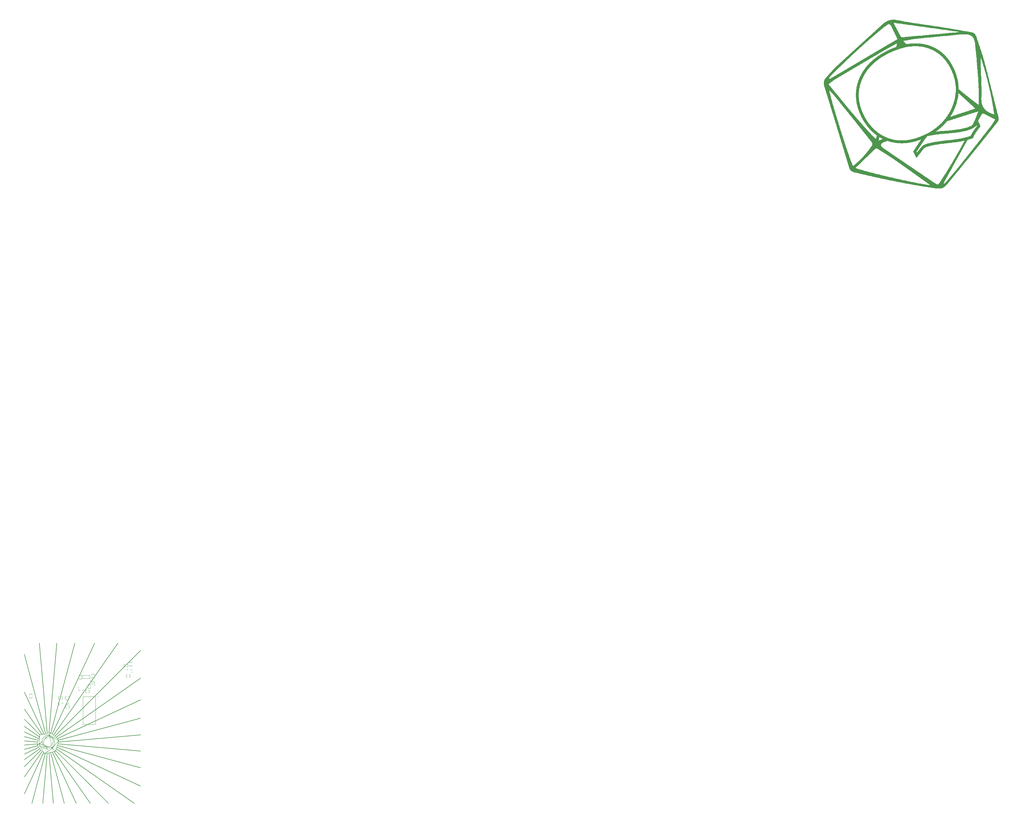
<source format=gbo>
G04*
G04 #@! TF.GenerationSoftware,Altium Limited,Altium Designer,21.0.9 (235)*
G04*
G04 Layer_Color=32896*
%FSLAX44Y44*%
%MOMM*%
G71*
G04*
G04 #@! TF.SameCoordinates,3421A621-DC7B-4D7E-80C2-F70395B1EBD6*
G04*
G04*
G04 #@! TF.FilePolarity,Positive*
G04*
G01*
G75*
%ADD11C,0.2500*%
%ADD13C,0.2000*%
%ADD17C,0.1524*%
%ADD96C,0.0000*%
G36*
X5931220Y5298336D02*
X5941380D01*
Y5296304D01*
X5955604D01*
Y5294272D01*
X5965764D01*
Y5292240D01*
X5975924D01*
Y5290208D01*
X5986084D01*
Y5288176D01*
X5994212D01*
Y5286144D01*
X6010468D01*
Y5284112D01*
X6020628D01*
Y5282080D01*
X6032820D01*
Y5280048D01*
X6045012D01*
Y5278016D01*
X6057204D01*
Y5275984D01*
X6075492D01*
Y5273952D01*
X6087684D01*
Y5271920D01*
X6099876D01*
Y5269888D01*
X6112068D01*
Y5267856D01*
X6126292D01*
Y5265824D01*
X6144580D01*
Y5263792D01*
X6156772D01*
Y5261760D01*
X6168964D01*
Y5259728D01*
X6181156D01*
Y5257696D01*
X6195380D01*
Y5255664D01*
X6213668D01*
Y5253632D01*
X6225860D01*
Y5251600D01*
X6238052D01*
Y5249568D01*
X6248212D01*
Y5247536D01*
X6260404D01*
Y5245504D01*
X6276660D01*
Y5243472D01*
X6288852D01*
Y5241440D01*
X6299012D01*
Y5239408D01*
X6309172D01*
Y5237376D01*
X6321364D01*
Y5235344D01*
X6337620D01*
Y5233312D01*
X6347780D01*
Y5231280D01*
X6357940D01*
Y5229248D01*
X6368100D01*
Y5227216D01*
X6378260D01*
Y5225184D01*
X6394516D01*
Y5223152D01*
X6406708D01*
Y5221120D01*
X6416868D01*
Y5219088D01*
X6427028D01*
Y5217056D01*
X6437188D01*
Y5215024D01*
X6445316D01*
Y5212992D01*
X6447348D01*
Y5210960D01*
X6451412D01*
Y5208928D01*
X6453444D01*
Y5206896D01*
X6455476D01*
Y5204864D01*
X6457508D01*
Y5202832D01*
X6459540D01*
Y5200800D01*
Y5198768D01*
X6461572D01*
Y5196736D01*
Y5194704D01*
X6463604D01*
Y5192672D01*
X6465636D01*
Y5190640D01*
Y5188608D01*
Y5186576D01*
X6467668D01*
Y5184544D01*
Y5182512D01*
Y5180480D01*
X6469700D01*
Y5178448D01*
Y5176416D01*
Y5174384D01*
Y5172352D01*
X6471732D01*
Y5170320D01*
Y5168288D01*
Y5166256D01*
X6473764D01*
Y5164224D01*
Y5162192D01*
X6475796D01*
Y5160160D01*
Y5158128D01*
Y5156096D01*
X6477828D01*
Y5154064D01*
Y5152032D01*
Y5150000D01*
X6479860D01*
Y5147968D01*
Y5145936D01*
Y5143904D01*
Y5141872D01*
X6481892D01*
Y5139840D01*
Y5137808D01*
Y5135776D01*
X6483924D01*
Y5133744D01*
Y5131712D01*
X6485956D01*
Y5129680D01*
Y5127648D01*
Y5125616D01*
X6487988D01*
Y5123584D01*
Y5121552D01*
Y5119520D01*
X6490020D01*
Y5117488D01*
Y5115456D01*
Y5113424D01*
Y5111392D01*
X6492052D01*
Y5109360D01*
Y5107328D01*
Y5105296D01*
X6494084D01*
Y5103264D01*
Y5101232D01*
X6496116D01*
Y5099200D01*
Y5097168D01*
Y5095136D01*
X6498148D01*
Y5093104D01*
Y5091072D01*
Y5089040D01*
X6500180D01*
Y5087008D01*
Y5084976D01*
Y5082944D01*
Y5080912D01*
X6502212D01*
Y5078880D01*
Y5076848D01*
Y5074816D01*
X6504244D01*
Y5072784D01*
Y5070752D01*
Y5068720D01*
X6506276D01*
Y5066688D01*
Y5064656D01*
X6508308D01*
Y5062624D01*
Y5060592D01*
Y5058560D01*
Y5056528D01*
X6510340D01*
Y5054496D01*
Y5052464D01*
Y5050432D01*
Y5048400D01*
X6512372D01*
Y5046368D01*
Y5044336D01*
Y5042304D01*
X6514404D01*
Y5040272D01*
Y5038240D01*
Y5036208D01*
Y5034176D01*
X6516436D01*
Y5032144D01*
Y5030112D01*
Y5028080D01*
X6518468D01*
Y5026048D01*
Y5024016D01*
Y5021984D01*
X6520500D01*
Y5019952D01*
Y5017920D01*
Y5015888D01*
Y5013856D01*
Y5011824D01*
X6522532D01*
Y5009792D01*
Y5007760D01*
Y5005728D01*
Y5003696D01*
X6524564D01*
Y5001664D01*
Y4999632D01*
Y4997600D01*
X6526596D01*
Y4995568D01*
Y4993536D01*
Y4991504D01*
X6528628D01*
Y4989472D01*
Y4987440D01*
Y4985408D01*
Y4983376D01*
X6530660D01*
Y4981344D01*
Y4979312D01*
Y4977280D01*
Y4975248D01*
Y4973216D01*
X6532692D01*
Y4971184D01*
Y4969152D01*
Y4967120D01*
Y4965088D01*
X6534724D01*
Y4963056D01*
Y4961024D01*
Y4958992D01*
X6536756D01*
Y4956960D01*
Y4954928D01*
Y4952896D01*
X6538788D01*
Y4950864D01*
Y4948832D01*
Y4946800D01*
Y4944768D01*
X6540820D01*
Y4942736D01*
Y4940704D01*
Y4938672D01*
Y4936640D01*
Y4934608D01*
Y4932576D01*
X6542852D01*
Y4930544D01*
Y4928512D01*
Y4926480D01*
X6544884D01*
Y4924448D01*
Y4922416D01*
Y4920384D01*
Y4918352D01*
X6546916D01*
Y4916320D01*
Y4914288D01*
Y4912256D01*
X6548948D01*
Y4910224D01*
Y4908192D01*
Y4906160D01*
Y4904128D01*
Y4902096D01*
X6550980D01*
Y4900064D01*
Y4898032D01*
Y4896000D01*
Y4893968D01*
X6553012D01*
Y4891936D01*
Y4889904D01*
Y4887872D01*
Y4885840D01*
X6555044D01*
Y4883808D01*
Y4881776D01*
Y4879744D01*
X6557076D01*
Y4877712D01*
Y4875680D01*
Y4873648D01*
Y4871616D01*
X6559108D01*
Y4869584D01*
Y4867552D01*
Y4865520D01*
Y4863488D01*
X6561140D01*
Y4861456D01*
Y4859424D01*
Y4857392D01*
Y4855360D01*
Y4853328D01*
X6563172D01*
Y4851296D01*
Y4849264D01*
Y4847232D01*
Y4845200D01*
X6565204D01*
Y4843168D01*
Y4841136D01*
Y4839104D01*
X6567236D01*
Y4837072D01*
Y4835040D01*
Y4833008D01*
Y4830976D01*
X6569268D01*
Y4828944D01*
Y4826912D01*
Y4824880D01*
Y4822848D01*
Y4820816D01*
X6571300D01*
Y4818784D01*
Y4816752D01*
Y4814720D01*
Y4812688D01*
X6573332D01*
Y4810656D01*
Y4808624D01*
Y4806592D01*
Y4804560D01*
X6575364D01*
Y4802528D01*
Y4800496D01*
Y4798464D01*
X6577396D01*
Y4796432D01*
Y4794400D01*
Y4792368D01*
Y4790336D01*
X6579428D01*
Y4788304D01*
Y4786272D01*
Y4784240D01*
Y4782208D01*
Y4780176D01*
X6581460D01*
Y4778144D01*
Y4776112D01*
Y4774080D01*
Y4772048D01*
X6583492D01*
Y4770016D01*
Y4767984D01*
Y4765952D01*
Y4763920D01*
X6585524D01*
Y4761888D01*
Y4759856D01*
Y4757824D01*
X6587556D01*
Y4755792D01*
Y4753760D01*
Y4751728D01*
Y4749696D01*
X6589588D01*
Y4747664D01*
Y4745632D01*
Y4743600D01*
Y4741568D01*
Y4739536D01*
X6591620D01*
Y4737504D01*
Y4735472D01*
Y4733440D01*
Y4731408D01*
X6593652D01*
Y4729376D01*
Y4727344D01*
Y4725312D01*
Y4723280D01*
X6595684D01*
Y4721248D01*
Y4719216D01*
Y4717184D01*
X6597716D01*
Y4715152D01*
Y4713120D01*
Y4711088D01*
Y4709056D01*
X6599748D01*
Y4707024D01*
Y4704992D01*
Y4702960D01*
Y4700928D01*
Y4698896D01*
Y4696864D01*
X6601780D01*
Y4694832D01*
Y4692800D01*
Y4690768D01*
X6603812D01*
Y4688736D01*
Y4686704D01*
Y4684672D01*
Y4682640D01*
X6605844D01*
Y4680608D01*
Y4678576D01*
Y4676544D01*
X6607876D01*
Y4674512D01*
Y4672480D01*
Y4670448D01*
X6609908D01*
Y4668416D01*
Y4666384D01*
Y4664352D01*
Y4662320D01*
Y4660288D01*
Y4658256D01*
Y4656224D01*
X6611940D01*
Y4654192D01*
Y4652160D01*
Y4650128D01*
Y4648096D01*
Y4646064D01*
X6609908D01*
Y4644032D01*
Y4642000D01*
Y4639968D01*
Y4637936D01*
Y4635904D01*
X6607876D01*
Y4633872D01*
X6605844D01*
Y4631840D01*
Y4629808D01*
X6603812D01*
Y4627776D01*
X6601780D01*
Y4625744D01*
X6599748D01*
Y4623712D01*
Y4621680D01*
X6597716D01*
Y4619648D01*
X6595684D01*
Y4617616D01*
X6593652D01*
Y4615584D01*
X6591620D01*
Y4613552D01*
Y4611520D01*
X6589588D01*
Y4609488D01*
X6587556D01*
Y4607456D01*
X6585524D01*
Y4605424D01*
X6583492D01*
Y4603392D01*
Y4601360D01*
X6581460D01*
Y4599328D01*
X6579428D01*
Y4597296D01*
X6577396D01*
Y4595264D01*
Y4593232D01*
X6575364D01*
Y4591200D01*
X6573332D01*
Y4589168D01*
X6571300D01*
Y4587136D01*
X6569268D01*
Y4585104D01*
Y4583072D01*
X6567236D01*
Y4581040D01*
X6565204D01*
Y4579008D01*
X6563172D01*
Y4576976D01*
X6561140D01*
Y4574944D01*
Y4572912D01*
X6559108D01*
Y4570880D01*
X6557076D01*
Y4568848D01*
X6555044D01*
Y4566816D01*
X6553012D01*
Y4564784D01*
X6550980D01*
Y4562752D01*
Y4560720D01*
X6548948D01*
Y4558688D01*
X6546916D01*
Y4556656D01*
X6544884D01*
Y4554624D01*
Y4552592D01*
X6542852D01*
Y4550560D01*
X6540820D01*
Y4548528D01*
X6538788D01*
Y4546496D01*
X6536756D01*
Y4544464D01*
Y4542432D01*
X6534724D01*
Y4540400D01*
X6532692D01*
Y4538368D01*
X6530660D01*
Y4536336D01*
Y4534304D01*
X6528628D01*
Y4532272D01*
X6526596D01*
Y4530240D01*
X6524564D01*
Y4528208D01*
X6522532D01*
Y4526176D01*
X6520500D01*
Y4524144D01*
Y4522112D01*
X6518468D01*
Y4520080D01*
X6516436D01*
Y4518048D01*
X6514404D01*
Y4516016D01*
X6512372D01*
Y4513984D01*
Y4511952D01*
X6510340D01*
Y4509920D01*
X6508308D01*
Y4507888D01*
X6506276D01*
Y4505856D01*
X6504244D01*
Y4503824D01*
Y4501792D01*
X6502212D01*
Y4499760D01*
X6500180D01*
Y4497728D01*
X6498148D01*
Y4495696D01*
X6496116D01*
Y4493664D01*
Y4491632D01*
X6494084D01*
Y4489600D01*
X6492052D01*
Y4487568D01*
X6490020D01*
Y4485536D01*
Y4483504D01*
X6487988D01*
Y4481472D01*
X6485956D01*
Y4479440D01*
X6483924D01*
Y4477408D01*
X6481892D01*
Y4475376D01*
X6479860D01*
Y4473344D01*
Y4471312D01*
X6477828D01*
Y4469280D01*
X6475796D01*
Y4467248D01*
X6473764D01*
Y4465216D01*
X6471732D01*
Y4463184D01*
X6469700D01*
Y4461152D01*
Y4459120D01*
X6467668D01*
Y4457088D01*
X6465636D01*
Y4455056D01*
X6463604D01*
Y4453024D01*
X6461572D01*
Y4450992D01*
Y4448960D01*
X6459540D01*
Y4446928D01*
X6457508D01*
Y4444896D01*
X6455476D01*
Y4442864D01*
X6453444D01*
Y4440832D01*
Y4438800D01*
X6451412D01*
Y4436768D01*
X6449380D01*
Y4434736D01*
X6447348D01*
Y4432704D01*
Y4430672D01*
X6445316D01*
Y4428640D01*
X6441252D01*
Y4426608D01*
Y4424576D01*
X6439220D01*
Y4422544D01*
Y4420512D01*
X6437188D01*
Y4418480D01*
X6433124D01*
Y4416448D01*
Y4414416D01*
X6431092D01*
Y4412384D01*
X6429060D01*
Y4410352D01*
Y4408320D01*
X6427028D01*
Y4406288D01*
X6424996D01*
Y4404256D01*
X6422964D01*
Y4402224D01*
X6420932D01*
Y4400192D01*
X6418900D01*
Y4398160D01*
Y4396128D01*
X6416868D01*
Y4394096D01*
X6414836D01*
Y4392064D01*
X6412804D01*
Y4390032D01*
X6410772D01*
Y4388000D01*
X6408740D01*
Y4385968D01*
Y4383936D01*
X6406708D01*
Y4381904D01*
X6404676D01*
Y4379872D01*
X6402644D01*
Y4377840D01*
X6400612D01*
Y4375808D01*
X6398580D01*
Y4373776D01*
Y4371744D01*
X6396548D01*
Y4369712D01*
X6394516D01*
Y4367680D01*
X6392484D01*
Y4365648D01*
X6390452D01*
Y4363616D01*
X6388420D01*
Y4361584D01*
Y4359552D01*
X6386388D01*
Y4357520D01*
X6384356D01*
Y4355488D01*
X6382324D01*
Y4353456D01*
X6380292D01*
Y4351424D01*
Y4349392D01*
X6378260D01*
Y4347360D01*
X6376228D01*
Y4345328D01*
X6374196D01*
Y4343296D01*
X6372164D01*
Y4341264D01*
Y4339232D01*
X6370132D01*
Y4337200D01*
X6368100D01*
Y4335168D01*
X6366068D01*
Y4333136D01*
X6364036D01*
Y4331104D01*
Y4329072D01*
X6362004D01*
Y4327040D01*
X6359972D01*
Y4325008D01*
X6357940D01*
Y4322976D01*
X6355908D01*
Y4320944D01*
Y4318912D01*
X6353876D01*
Y4316880D01*
X6351844D01*
Y4314848D01*
X6349812D01*
Y4312816D01*
X6347780D01*
Y4310784D01*
Y4308752D01*
X6345748D01*
Y4306720D01*
X6341684D01*
Y4304688D01*
Y4302656D01*
X6339652D01*
Y4300624D01*
X6337620D01*
Y4298592D01*
Y4296560D01*
X6333556D01*
Y4294528D01*
Y4292496D01*
X6331524D01*
Y4290464D01*
X6329492D01*
Y4288432D01*
X6327460D01*
Y4286400D01*
X6325428D01*
Y4284368D01*
Y4282336D01*
X6323396D01*
Y4280304D01*
X6321364D01*
Y4278272D01*
X6319332D01*
Y4276240D01*
X6317300D01*
Y4274208D01*
Y4272176D01*
X6315268D01*
Y4270144D01*
X6313236D01*
Y4268112D01*
X6311204D01*
Y4266080D01*
X6309172D01*
Y4264048D01*
Y4262016D01*
X6307140D01*
Y4259984D01*
X6305108D01*
Y4257952D01*
X6303076D01*
Y4255920D01*
X6301044D01*
Y4253888D01*
X6299012D01*
Y4251856D01*
Y4249824D01*
X6296980D01*
Y4247792D01*
X6294948D01*
Y4245760D01*
X6292916D01*
Y4243728D01*
X6290884D01*
Y4241696D01*
X6288852D01*
Y4239664D01*
Y4237632D01*
X6286820D01*
Y4235600D01*
X6284788D01*
Y4233568D01*
X6282756D01*
Y4231536D01*
X6280724D01*
Y4229504D01*
X6278692D01*
Y4227472D01*
Y4225440D01*
X6276660D01*
Y4223408D01*
X6274628D01*
Y4221376D01*
X6272596D01*
Y4219344D01*
X6270564D01*
Y4217312D01*
X6268532D01*
Y4215280D01*
X6266500D01*
Y4213248D01*
X6264468D01*
Y4211216D01*
X6262436D01*
Y4209184D01*
X6260404D01*
Y4207152D01*
X6258372D01*
Y4205120D01*
X6254308D01*
Y4203088D01*
X6250244D01*
Y4201056D01*
X6248212D01*
Y4199024D01*
X6244148D01*
Y4196992D01*
X6238052D01*
Y4194960D01*
X6197412D01*
Y4196992D01*
X6185220D01*
Y4199024D01*
X6170996D01*
Y4201056D01*
X6158804D01*
Y4203088D01*
X6146612D01*
Y4205120D01*
X6128324D01*
Y4207152D01*
X6118164D01*
Y4209184D01*
X6105972D01*
Y4211216D01*
X6093780D01*
Y4213248D01*
X6083620D01*
Y4215280D01*
X6067364D01*
Y4217312D01*
X6057204D01*
Y4219344D01*
X6047044D01*
Y4221376D01*
X6036884D01*
Y4223408D01*
X6024692D01*
Y4225440D01*
X6010468D01*
Y4227472D01*
X6000308D01*
Y4229504D01*
X5990148D01*
Y4231536D01*
X5982020D01*
Y4233568D01*
X5971860D01*
Y4235600D01*
X5957636D01*
Y4237632D01*
X5947476D01*
Y4239664D01*
X5939348D01*
Y4241696D01*
X5929188D01*
Y4243728D01*
X5921060D01*
Y4245760D01*
X5906836D01*
Y4247792D01*
X5896676D01*
Y4249824D01*
X5888548D01*
Y4251856D01*
X5880420D01*
Y4253888D01*
X5870260D01*
Y4255920D01*
X5858068D01*
Y4257952D01*
X5849940D01*
Y4259984D01*
X5839780D01*
Y4262016D01*
X5831652D01*
Y4264048D01*
X5823524D01*
Y4266080D01*
X5811332D01*
Y4268112D01*
X5803204D01*
Y4270144D01*
X5793044D01*
Y4272176D01*
X5784916D01*
Y4274208D01*
X5778820D01*
Y4276240D01*
X5764596D01*
Y4278272D01*
X5758500D01*
Y4280304D01*
X5750372D01*
Y4282336D01*
X5742244D01*
Y4284368D01*
X5734116D01*
Y4286400D01*
X5721924D01*
Y4288432D01*
X5713796D01*
Y4290464D01*
X5705668D01*
Y4292496D01*
X5697540D01*
Y4294528D01*
X5691444D01*
Y4296560D01*
X5679252D01*
Y4298592D01*
X5671124D01*
Y4300624D01*
X5662996D01*
Y4302656D01*
X5658932D01*
Y4304688D01*
X5654868D01*
Y4306720D01*
X5650804D01*
Y4308752D01*
X5646740D01*
Y4310784D01*
X5644708D01*
Y4312816D01*
X5642676D01*
Y4314848D01*
X5640644D01*
Y4316880D01*
Y4318912D01*
X5638612D01*
Y4320944D01*
X5636580D01*
Y4322976D01*
Y4325008D01*
X5634548D01*
Y4327040D01*
Y4329072D01*
Y4331104D01*
X5632516D01*
Y4333136D01*
Y4335168D01*
Y4337200D01*
X5630484D01*
Y4339232D01*
Y4341264D01*
Y4343296D01*
Y4345328D01*
X5628452D01*
Y4347360D01*
Y4349392D01*
Y4351424D01*
X5626420D01*
Y4353456D01*
Y4355488D01*
Y4357520D01*
X5624388D01*
Y4359552D01*
Y4361584D01*
Y4363616D01*
X5622356D01*
Y4365648D01*
Y4367680D01*
Y4369712D01*
X5620324D01*
Y4371744D01*
Y4373776D01*
Y4375808D01*
Y4377840D01*
X5618292D01*
Y4379872D01*
Y4381904D01*
Y4383936D01*
Y4385968D01*
X5616260D01*
Y4388000D01*
Y4390032D01*
Y4392064D01*
X5614228D01*
Y4394096D01*
Y4396128D01*
Y4398160D01*
X5612196D01*
Y4400192D01*
Y4402224D01*
Y4404256D01*
X5610164D01*
Y4406288D01*
Y4408320D01*
Y4410352D01*
Y4412384D01*
X5608132D01*
Y4414416D01*
Y4416448D01*
Y4418480D01*
X5606100D01*
Y4420512D01*
Y4422544D01*
Y4424576D01*
X5604068D01*
Y4426608D01*
Y4428640D01*
Y4430672D01*
X5602036D01*
Y4432704D01*
Y4434736D01*
Y4436768D01*
X5600004D01*
Y4438800D01*
Y4440832D01*
Y4442864D01*
Y4444896D01*
Y4446928D01*
X5597972D01*
Y4448960D01*
Y4450992D01*
Y4453024D01*
X5595940D01*
Y4455056D01*
Y4457088D01*
X5593908D01*
Y4459120D01*
Y4461152D01*
Y4463184D01*
Y4465216D01*
X5591876D01*
Y4467248D01*
Y4469280D01*
Y4471312D01*
X5589844D01*
Y4473344D01*
Y4475376D01*
Y4477408D01*
Y4479440D01*
X5587812D01*
Y4481472D01*
Y4483504D01*
Y4485536D01*
X5585780D01*
Y4487568D01*
Y4489600D01*
Y4491632D01*
X5583748D01*
Y4493664D01*
Y4495696D01*
Y4497728D01*
X5581716D01*
Y4499760D01*
Y4501792D01*
Y4503824D01*
X5579684D01*
Y4505856D01*
Y4507888D01*
Y4509920D01*
Y4511952D01*
Y4513984D01*
X5577652D01*
Y4516016D01*
Y4518048D01*
X5575620D01*
Y4520080D01*
Y4522112D01*
Y4524144D01*
Y4526176D01*
X5573588D01*
Y4528208D01*
Y4530240D01*
X5571556D01*
Y4532272D01*
Y4534304D01*
Y4536336D01*
Y4538368D01*
X5569524D01*
Y4540400D01*
Y4542432D01*
Y4544464D01*
Y4546496D01*
X5567492D01*
Y4548528D01*
Y4550560D01*
Y4552592D01*
X5565460D01*
Y4554624D01*
Y4556656D01*
Y4558688D01*
X5563428D01*
Y4560720D01*
Y4562752D01*
Y4564784D01*
X5561396D01*
Y4566816D01*
Y4568848D01*
Y4570880D01*
Y4572912D01*
X5559364D01*
Y4574944D01*
Y4576976D01*
Y4579008D01*
X5557332D01*
Y4581040D01*
Y4583072D01*
Y4585104D01*
X5555300D01*
Y4587136D01*
Y4589168D01*
Y4591200D01*
X5553268D01*
Y4593232D01*
Y4595264D01*
Y4597296D01*
X5551236D01*
Y4599328D01*
Y4601360D01*
Y4603392D01*
Y4605424D01*
Y4607456D01*
X5549204D01*
Y4609488D01*
Y4611520D01*
Y4613552D01*
X5547172D01*
Y4615584D01*
Y4617616D01*
Y4619648D01*
X5545140D01*
Y4621680D01*
Y4623712D01*
Y4625744D01*
X5543108D01*
Y4627776D01*
Y4629808D01*
X5541076D01*
Y4631840D01*
Y4633872D01*
Y4635904D01*
Y4637936D01*
Y4639968D01*
X5539044D01*
Y4642000D01*
Y4644032D01*
Y4646064D01*
X5537012D01*
Y4648096D01*
Y4650128D01*
Y4652160D01*
X5534980D01*
Y4654192D01*
Y4656224D01*
Y4658256D01*
X5532948D01*
Y4660288D01*
Y4662320D01*
Y4664352D01*
X5530916D01*
Y4666384D01*
Y4668416D01*
Y4670448D01*
Y4672480D01*
X5528884D01*
Y4674512D01*
Y4676544D01*
Y4678576D01*
Y4680608D01*
X5526852D01*
Y4682640D01*
Y4684672D01*
X5524820D01*
Y4686704D01*
Y4688736D01*
Y4690768D01*
X5522788D01*
Y4692800D01*
Y4694832D01*
Y4696864D01*
X5520756D01*
Y4698896D01*
Y4700928D01*
Y4702960D01*
Y4704992D01*
Y4707024D01*
X5518724D01*
Y4709056D01*
Y4711088D01*
X5516692D01*
Y4713120D01*
Y4715152D01*
Y4717184D01*
Y4719216D01*
X5514660D01*
Y4721248D01*
Y4723280D01*
X5512628D01*
Y4725312D01*
Y4727344D01*
Y4729376D01*
X5510596D01*
Y4731408D01*
Y4733440D01*
Y4735472D01*
Y4737504D01*
Y4739536D01*
X5508564D01*
Y4741568D01*
Y4743600D01*
Y4745632D01*
X5506532D01*
Y4747664D01*
Y4749696D01*
Y4751728D01*
X5504500D01*
Y4753760D01*
Y4755792D01*
Y4757824D01*
X5502468D01*
Y4759856D01*
Y4761888D01*
Y4763920D01*
X5500436D01*
Y4765952D01*
Y4767984D01*
Y4770016D01*
Y4772048D01*
X5498404D01*
Y4774080D01*
Y4776112D01*
Y4778144D01*
X5496372D01*
Y4780176D01*
Y4782208D01*
Y4784240D01*
X5494340D01*
Y4786272D01*
Y4788304D01*
Y4790336D01*
X5492308D01*
Y4792368D01*
Y4794400D01*
Y4796432D01*
X5490276D01*
Y4798464D01*
Y4800496D01*
Y4802528D01*
Y4804560D01*
X5488244D01*
Y4806592D01*
Y4808624D01*
Y4810656D01*
X5486212D01*
Y4812688D01*
Y4814720D01*
Y4816752D01*
X5484180D01*
Y4818784D01*
Y4820816D01*
Y4822848D01*
X5482148D01*
Y4824880D01*
Y4826912D01*
Y4828944D01*
X5480116D01*
Y4830976D01*
Y4833008D01*
Y4835040D01*
Y4837072D01*
Y4839104D01*
X5478084D01*
Y4841136D01*
Y4843168D01*
X5476052D01*
Y4845200D01*
Y4847232D01*
Y4849264D01*
Y4851296D01*
X5474020D01*
Y4853328D01*
Y4855360D01*
X5471988D01*
Y4857392D01*
Y4859424D01*
Y4861456D01*
X5469956D01*
Y4863488D01*
Y4865520D01*
Y4867552D01*
Y4869584D01*
Y4871616D01*
X5467924D01*
Y4873648D01*
Y4875680D01*
Y4877712D01*
Y4879744D01*
Y4881776D01*
Y4883808D01*
Y4885840D01*
Y4887872D01*
Y4889904D01*
Y4891936D01*
Y4893968D01*
Y4896000D01*
X5469956D01*
Y4898032D01*
Y4900064D01*
Y4902096D01*
Y4904128D01*
X5471988D01*
Y4906160D01*
Y4908192D01*
X5474020D01*
Y4910224D01*
Y4912256D01*
X5476052D01*
Y4914288D01*
X5478084D01*
Y4916320D01*
X5480116D01*
Y4918352D01*
X5482148D01*
Y4920384D01*
Y4922416D01*
X5484180D01*
Y4924448D01*
X5488244D01*
Y4926480D01*
Y4928512D01*
X5490276D01*
Y4930544D01*
X5492308D01*
Y4932576D01*
X5494340D01*
Y4934608D01*
X5496372D01*
Y4936640D01*
X5498404D01*
Y4938672D01*
X5500436D01*
Y4940704D01*
Y4942736D01*
X5502468D01*
Y4944768D01*
X5504500D01*
Y4946800D01*
X5506532D01*
Y4948832D01*
X5508564D01*
Y4950864D01*
X5510596D01*
Y4952896D01*
X5512628D01*
Y4954928D01*
X5514660D01*
Y4956960D01*
X5516692D01*
Y4958992D01*
X5518724D01*
Y4961024D01*
X5520756D01*
Y4963056D01*
Y4965088D01*
X5522788D01*
Y4967120D01*
X5524820D01*
Y4969152D01*
X5526852D01*
Y4971184D01*
X5528884D01*
Y4973216D01*
X5530916D01*
Y4975248D01*
X5532948D01*
Y4977280D01*
X5534980D01*
Y4979312D01*
X5537012D01*
Y4981344D01*
X5539044D01*
Y4983376D01*
X5541076D01*
Y4985408D01*
X5543108D01*
Y4987440D01*
X5545140D01*
Y4989472D01*
X5547172D01*
Y4991504D01*
X5549204D01*
Y4993536D01*
X5551236D01*
Y4995568D01*
X5553268D01*
Y4997600D01*
X5555300D01*
Y4999632D01*
X5557332D01*
Y5001664D01*
X5561396D01*
Y5003696D01*
X5563428D01*
Y5005728D01*
X5565460D01*
Y5007760D01*
X5567492D01*
Y5009792D01*
X5569524D01*
Y5011824D01*
Y5013856D01*
X5573588D01*
Y5015888D01*
X5575620D01*
Y5017920D01*
X5577652D01*
Y5019952D01*
X5579684D01*
Y5021984D01*
X5581716D01*
Y5024016D01*
X5585780D01*
Y5026048D01*
X5587812D01*
Y5028080D01*
X5589844D01*
Y5030112D01*
Y5032144D01*
X5591876D01*
Y5034176D01*
X5595940D01*
Y5036208D01*
X5597972D01*
Y5038240D01*
X5600004D01*
Y5040272D01*
X5602036D01*
Y5042304D01*
X5604068D01*
Y5044336D01*
X5608132D01*
Y5046368D01*
X5610164D01*
Y5048400D01*
Y5050432D01*
X5612196D01*
Y5052464D01*
X5614228D01*
Y5054496D01*
X5618292D01*
Y5056528D01*
X5620324D01*
Y5058560D01*
X5622356D01*
Y5060592D01*
X5624388D01*
Y5062624D01*
X5626420D01*
Y5064656D01*
X5630484D01*
Y5066688D01*
Y5068720D01*
X5632516D01*
Y5070752D01*
X5634548D01*
Y5072784D01*
X5636580D01*
Y5074816D01*
X5640644D01*
Y5076848D01*
X5642676D01*
Y5078880D01*
X5644708D01*
Y5080912D01*
X5646740D01*
Y5082944D01*
X5648772D01*
Y5084976D01*
X5650804D01*
Y5087008D01*
X5652836D01*
Y5089040D01*
X5654868D01*
Y5091072D01*
X5656900D01*
Y5093104D01*
X5658932D01*
Y5095136D01*
X5662996D01*
Y5097168D01*
X5665028D01*
Y5099200D01*
X5667060D01*
Y5101232D01*
X5669092D01*
Y5103264D01*
X5671124D01*
Y5105296D01*
X5673156D01*
Y5107328D01*
X5675188D01*
Y5109360D01*
X5677220D01*
Y5111392D01*
X5679252D01*
Y5113424D01*
X5681284D01*
Y5115456D01*
X5685348D01*
Y5117488D01*
X5687380D01*
Y5119520D01*
X5689412D01*
Y5121552D01*
X5691444D01*
Y5123584D01*
X5693476D01*
Y5125616D01*
X5695508D01*
Y5127648D01*
X5697540D01*
Y5129680D01*
X5699572D01*
Y5131712D01*
X5701604D01*
Y5133744D01*
X5703636D01*
Y5135776D01*
X5707700D01*
Y5137808D01*
X5709732D01*
Y5139840D01*
X5711764D01*
Y5141872D01*
Y5143904D01*
X5715828D01*
Y5145936D01*
X5717860D01*
Y5147968D01*
X5719892D01*
Y5150000D01*
X5721924D01*
Y5152032D01*
X5723956D01*
Y5154064D01*
X5725988D01*
Y5156096D01*
X5730052D01*
Y5158128D01*
X5732084D01*
Y5160160D01*
Y5162192D01*
X5736148D01*
Y5164224D01*
X5738180D01*
Y5166256D01*
X5740212D01*
Y5168288D01*
X5742244D01*
Y5170320D01*
X5744276D01*
Y5172352D01*
X5746308D01*
Y5174384D01*
X5748340D01*
Y5176416D01*
X5752404D01*
Y5178448D01*
Y5180480D01*
X5756468D01*
Y5182512D01*
X5758500D01*
Y5184544D01*
X5760532D01*
Y5186576D01*
X5762564D01*
Y5188608D01*
X5764596D01*
Y5190640D01*
X5766628D01*
Y5192672D01*
X5768660D01*
Y5194704D01*
X5772724D01*
Y5196736D01*
Y5198768D01*
X5776788D01*
Y5200800D01*
X5778820D01*
Y5202832D01*
X5780852D01*
Y5204864D01*
X5782884D01*
Y5206896D01*
X5784916D01*
Y5208928D01*
X5786948D01*
Y5210960D01*
X5788980D01*
Y5212992D01*
X5791012D01*
Y5215024D01*
X5793044D01*
Y5217056D01*
X5797108D01*
Y5219088D01*
X5799140D01*
Y5221120D01*
X5801172D01*
Y5223152D01*
X5803204D01*
Y5225184D01*
X5805236D01*
Y5227216D01*
X5807268D01*
Y5229248D01*
X5809300D01*
Y5231280D01*
X5811332D01*
Y5233312D01*
X5813364D01*
Y5235344D01*
X5815396D01*
Y5237376D01*
X5819460D01*
Y5239408D01*
X5821492D01*
Y5241440D01*
Y5243472D01*
X5823524D01*
Y5245504D01*
X5827588D01*
Y5247536D01*
X5829620D01*
Y5249568D01*
X5831652D01*
Y5251600D01*
X5833684D01*
Y5253632D01*
X5835716D01*
Y5255664D01*
X5839780D01*
Y5257696D01*
X5841812D01*
Y5259728D01*
Y5261760D01*
X5843844D01*
Y5263792D01*
X5845876D01*
Y5265824D01*
X5849940D01*
Y5267856D01*
X5851972D01*
Y5269888D01*
X5854004D01*
Y5271920D01*
X5856036D01*
Y5273952D01*
X5858068D01*
Y5275984D01*
X5862132D01*
Y5278016D01*
X5864164D01*
Y5280048D01*
X5866196D01*
Y5282080D01*
X5870260D01*
Y5284112D01*
X5872292D01*
Y5286144D01*
X5878388D01*
Y5288176D01*
X5880420D01*
Y5290208D01*
X5884484D01*
Y5292240D01*
X5890580D01*
Y5294272D01*
X5894644D01*
Y5296304D01*
X5904804D01*
Y5298336D01*
X5919028D01*
Y5300368D01*
X5931220D01*
Y5298336D01*
D02*
G37*
G36*
X851351Y1221394D02*
X851245D01*
Y1221288D01*
Y1221183D01*
X851140D01*
Y1221077D01*
X851034D01*
Y1220971D01*
Y1220865D01*
X850928D01*
Y1220759D01*
X850822D01*
Y1220654D01*
X850716D01*
Y1220548D01*
Y1220442D01*
X850611D01*
Y1220336D01*
X850505D01*
Y1220230D01*
Y1220125D01*
X850399D01*
Y1220019D01*
X850293D01*
Y1219913D01*
Y1219807D01*
X850187D01*
Y1219701D01*
X850082D01*
Y1219595D01*
X849976D01*
Y1219490D01*
Y1219384D01*
X849870D01*
Y1219278D01*
X849764D01*
Y1219172D01*
Y1219066D01*
X849658D01*
Y1218961D01*
X849553D01*
Y1218855D01*
Y1218749D01*
X849447D01*
Y1218643D01*
X849341D01*
Y1218538D01*
X849235D01*
Y1218432D01*
Y1218326D01*
X849129D01*
Y1218220D01*
X849024D01*
Y1218114D01*
Y1218008D01*
X848918D01*
Y1217903D01*
X848812D01*
Y1217797D01*
Y1217691D01*
X848706D01*
Y1217585D01*
X848600D01*
Y1217479D01*
X848494D01*
Y1217374D01*
Y1217268D01*
X848389D01*
Y1217162D01*
X848283D01*
Y1217056D01*
Y1216950D01*
X848177D01*
Y1216845D01*
X848071D01*
Y1216739D01*
Y1216633D01*
X847965D01*
Y1216527D01*
X847860D01*
Y1216421D01*
X847754D01*
Y1216316D01*
Y1216210D01*
X847648D01*
Y1216104D01*
X847542D01*
Y1215998D01*
Y1215892D01*
X847437D01*
Y1215787D01*
X847331D01*
Y1215681D01*
Y1215575D01*
X847225D01*
Y1215469D01*
X847119D01*
Y1215363D01*
X847013D01*
Y1215258D01*
Y1215152D01*
X846908D01*
Y1215046D01*
X846802D01*
Y1214940D01*
Y1214834D01*
X846696D01*
Y1214729D01*
X846590D01*
Y1214623D01*
Y1214517D01*
X846484D01*
Y1214411D01*
X846378D01*
Y1214305D01*
X846273D01*
Y1214200D01*
Y1214094D01*
X846167D01*
Y1213988D01*
X846061D01*
Y1213882D01*
Y1213776D01*
X845955D01*
Y1213671D01*
X845850D01*
Y1213565D01*
Y1213459D01*
X845744D01*
Y1213353D01*
X845638D01*
Y1213247D01*
X845532D01*
Y1213141D01*
Y1213036D01*
X845426D01*
Y1212930D01*
X845320D01*
Y1212824D01*
Y1212718D01*
X845215D01*
Y1212613D01*
X845109D01*
Y1212507D01*
Y1212401D01*
X845003D01*
Y1212295D01*
X844897D01*
Y1212189D01*
X844791D01*
Y1212084D01*
Y1211978D01*
X844686D01*
Y1211872D01*
X844580D01*
Y1211766D01*
Y1211660D01*
X844474D01*
Y1211554D01*
X844368D01*
Y1211449D01*
Y1211343D01*
X844262D01*
Y1211237D01*
X844157D01*
Y1211131D01*
X844051D01*
Y1211025D01*
Y1210920D01*
X843945D01*
Y1210814D01*
X843839D01*
Y1210708D01*
Y1210602D01*
X843733D01*
Y1210497D01*
X843628D01*
Y1210391D01*
Y1210285D01*
X843522D01*
Y1210179D01*
X843416D01*
Y1210073D01*
X843310D01*
Y1209967D01*
Y1209862D01*
X843204D01*
Y1209756D01*
X843099D01*
Y1209650D01*
Y1209544D01*
X842993D01*
Y1209438D01*
X842887D01*
Y1209333D01*
Y1209227D01*
X842781D01*
Y1209121D01*
X842675D01*
Y1209015D01*
X842570D01*
Y1208909D01*
Y1208804D01*
X842464D01*
Y1208698D01*
X842358D01*
Y1208592D01*
Y1208486D01*
X842252D01*
Y1208380D01*
X842146D01*
Y1208275D01*
Y1208169D01*
X842041D01*
Y1208063D01*
X841935D01*
Y1207957D01*
X841829D01*
Y1207851D01*
Y1207746D01*
X841723D01*
Y1207640D01*
X841617D01*
Y1207534D01*
Y1207428D01*
X841512D01*
Y1207322D01*
X841406D01*
Y1207217D01*
Y1207111D01*
X841300D01*
Y1207005D01*
X841194D01*
Y1206899D01*
X841088D01*
Y1206793D01*
Y1206688D01*
X840983D01*
Y1206582D01*
X840877D01*
Y1206476D01*
Y1206370D01*
X840771D01*
Y1206264D01*
X840665D01*
Y1206159D01*
Y1206053D01*
X840559D01*
Y1205947D01*
X840453D01*
Y1205841D01*
X840348D01*
Y1205735D01*
Y1205630D01*
X840242D01*
Y1205524D01*
X840136D01*
Y1205418D01*
Y1205312D01*
X840030D01*
Y1205206D01*
X839924D01*
Y1205100D01*
Y1204995D01*
X839819D01*
Y1204889D01*
X839713D01*
Y1204783D01*
X839607D01*
Y1204677D01*
Y1204572D01*
X839501D01*
Y1204466D01*
X839396D01*
Y1204360D01*
Y1204254D01*
X839290D01*
Y1204148D01*
X839184D01*
Y1204043D01*
Y1203937D01*
X839078D01*
Y1203831D01*
X838972D01*
Y1203725D01*
X838866D01*
Y1203619D01*
Y1203513D01*
X838761D01*
Y1203408D01*
X838655D01*
Y1203302D01*
Y1203196D01*
X838549D01*
Y1203090D01*
X838443D01*
Y1202984D01*
Y1202879D01*
X838337D01*
Y1202773D01*
X838232D01*
Y1202667D01*
X838126D01*
Y1202561D01*
Y1202455D01*
X838020D01*
Y1202350D01*
X837914D01*
Y1202244D01*
Y1202138D01*
X837808D01*
Y1202032D01*
X837703D01*
Y1201926D01*
Y1201821D01*
X837597D01*
Y1201715D01*
X837491D01*
Y1201609D01*
X837385D01*
Y1201503D01*
Y1201397D01*
X837279D01*
Y1201292D01*
X837174D01*
Y1201186D01*
Y1201080D01*
X837068D01*
Y1200974D01*
X836962D01*
Y1200868D01*
Y1200763D01*
X836856D01*
Y1200657D01*
X836750D01*
Y1200551D01*
X836645D01*
Y1200445D01*
Y1200339D01*
X836539D01*
Y1200234D01*
X836433D01*
Y1200128D01*
Y1200022D01*
X836327D01*
Y1199916D01*
X836221D01*
Y1199810D01*
Y1199705D01*
X836116D01*
Y1199599D01*
X836010D01*
Y1199493D01*
X835904D01*
Y1199387D01*
Y1199281D01*
X835798D01*
Y1199175D01*
X835692D01*
Y1199070D01*
Y1198964D01*
X835586D01*
Y1198858D01*
X835481D01*
Y1198752D01*
Y1198646D01*
X835375D01*
Y1198541D01*
X835269D01*
Y1198435D01*
X835163D01*
Y1198329D01*
Y1198223D01*
X835058D01*
Y1198118D01*
X834952D01*
Y1198012D01*
Y1197906D01*
X834846D01*
Y1197800D01*
X834740D01*
Y1197694D01*
X834634D01*
Y1197589D01*
Y1197483D01*
X834529D01*
Y1197377D01*
X834423D01*
Y1197271D01*
Y1197165D01*
X834317D01*
Y1197059D01*
X834211D01*
Y1196954D01*
Y1196848D01*
X834105D01*
Y1196742D01*
X833999D01*
Y1196636D01*
X833894D01*
Y1196530D01*
Y1196425D01*
X833788D01*
Y1196319D01*
X833682D01*
Y1196213D01*
Y1196107D01*
X833576D01*
Y1196001D01*
X833471D01*
Y1195896D01*
Y1195790D01*
X833365D01*
Y1195684D01*
X833259D01*
Y1195578D01*
X833153D01*
Y1195472D01*
Y1195367D01*
X833047D01*
Y1195261D01*
X832942D01*
Y1195155D01*
Y1195049D01*
X832836D01*
Y1194943D01*
X832730D01*
Y1194838D01*
Y1194732D01*
X832624D01*
Y1194626D01*
X832518D01*
Y1194520D01*
X832412D01*
Y1194414D01*
Y1194309D01*
X832307D01*
Y1194203D01*
X832201D01*
Y1194097D01*
Y1193991D01*
X832095D01*
Y1193885D01*
X831989D01*
Y1193780D01*
Y1193674D01*
X831883D01*
Y1193568D01*
X831778D01*
Y1193462D01*
X831672D01*
Y1193356D01*
Y1193251D01*
X831566D01*
Y1193145D01*
X831460D01*
Y1193039D01*
Y1192933D01*
X831354D01*
Y1192827D01*
X831249D01*
Y1192721D01*
Y1192616D01*
X831143D01*
Y1192510D01*
X831037D01*
Y1192404D01*
X830931D01*
Y1192298D01*
Y1192193D01*
X830825D01*
Y1192087D01*
X830720D01*
Y1191981D01*
Y1191875D01*
X830614D01*
Y1191769D01*
X830508D01*
Y1191664D01*
Y1191558D01*
X830402D01*
Y1191452D01*
X830296D01*
Y1191346D01*
X830191D01*
Y1191240D01*
Y1191134D01*
X830085D01*
Y1191029D01*
X829979D01*
Y1190923D01*
Y1190817D01*
X829873D01*
Y1190711D01*
X829767D01*
Y1190605D01*
Y1190500D01*
X829662D01*
Y1190394D01*
X829556D01*
Y1190288D01*
X829450D01*
Y1190182D01*
Y1190077D01*
X829344D01*
Y1189971D01*
X829238D01*
Y1189865D01*
Y1189759D01*
X829133D01*
Y1189653D01*
X829027D01*
Y1189547D01*
Y1189442D01*
X828921D01*
Y1189336D01*
X828815D01*
Y1189230D01*
X828709D01*
Y1189124D01*
Y1189018D01*
X828604D01*
Y1188913D01*
X828498D01*
Y1188807D01*
Y1188701D01*
X828392D01*
Y1188595D01*
X828286D01*
Y1188489D01*
Y1188384D01*
X828180D01*
Y1188278D01*
X828074D01*
Y1188172D01*
X827969D01*
Y1188066D01*
Y1187960D01*
X827863D01*
Y1187855D01*
X827757D01*
Y1187749D01*
Y1187643D01*
X827651D01*
Y1187537D01*
X827545D01*
Y1187431D01*
Y1187326D01*
X827440D01*
Y1187220D01*
X827334D01*
Y1187114D01*
X827228D01*
Y1187008D01*
Y1186902D01*
X827122D01*
Y1186797D01*
X827017D01*
Y1186691D01*
Y1186585D01*
X826911D01*
Y1186479D01*
X826805D01*
Y1186373D01*
Y1186268D01*
X826699D01*
Y1186162D01*
X826593D01*
Y1186056D01*
X826488D01*
Y1185950D01*
Y1185844D01*
X826382D01*
Y1185739D01*
X826276D01*
Y1185633D01*
Y1185527D01*
X826170D01*
Y1185421D01*
X826064D01*
Y1185315D01*
Y1185210D01*
X825958D01*
Y1185104D01*
X825853D01*
Y1184998D01*
X825747D01*
Y1184892D01*
Y1184786D01*
X825641D01*
Y1184680D01*
X825535D01*
Y1184575D01*
Y1184469D01*
X825429D01*
Y1184363D01*
X825324D01*
Y1184257D01*
Y1184152D01*
X825218D01*
Y1184046D01*
X825112D01*
Y1183940D01*
X825006D01*
Y1183834D01*
Y1183728D01*
X824900D01*
Y1183623D01*
X824795D01*
Y1183517D01*
Y1183411D01*
X824689D01*
Y1183305D01*
X824583D01*
Y1183199D01*
Y1183093D01*
X824477D01*
Y1182988D01*
X824371D01*
Y1182882D01*
X824266D01*
Y1182776D01*
Y1182670D01*
X824160D01*
Y1182564D01*
X824054D01*
Y1182459D01*
Y1182353D01*
X823948D01*
Y1182247D01*
X823842D01*
Y1182141D01*
Y1182035D01*
X823737D01*
Y1181930D01*
X823631D01*
Y1181824D01*
X823525D01*
Y1181718D01*
Y1181612D01*
X823419D01*
Y1181506D01*
X823313D01*
Y1181401D01*
Y1181295D01*
X823208D01*
Y1181189D01*
X823102D01*
Y1181083D01*
Y1180977D01*
X822996D01*
Y1180872D01*
X822890D01*
Y1180766D01*
X822784D01*
Y1180660D01*
Y1180554D01*
X822679D01*
Y1180448D01*
X822573D01*
Y1180343D01*
Y1180237D01*
X822467D01*
Y1180131D01*
X822361D01*
Y1180025D01*
Y1179919D01*
X822255D01*
Y1179814D01*
X822150D01*
Y1179708D01*
X822044D01*
Y1179602D01*
Y1179496D01*
X821938D01*
Y1179390D01*
X821832D01*
Y1179285D01*
Y1179179D01*
X821726D01*
Y1179073D01*
X821620D01*
Y1178967D01*
Y1178861D01*
X821515D01*
Y1178755D01*
X821409D01*
Y1178650D01*
X821303D01*
Y1178544D01*
Y1178438D01*
X821197D01*
Y1178332D01*
X821092D01*
Y1178226D01*
Y1178121D01*
X820986D01*
Y1178015D01*
X820880D01*
Y1177909D01*
Y1177803D01*
X820774D01*
Y1177698D01*
X820668D01*
Y1177592D01*
X820563D01*
Y1177486D01*
Y1177380D01*
X820457D01*
Y1177274D01*
X820351D01*
Y1177169D01*
Y1177063D01*
X820245D01*
Y1176957D01*
X820139D01*
Y1176851D01*
Y1176745D01*
X820033D01*
Y1176639D01*
X819928D01*
Y1176534D01*
X819822D01*
Y1176428D01*
Y1176322D01*
X819716D01*
Y1176216D01*
X819610D01*
Y1176110D01*
Y1176005D01*
X819504D01*
Y1175899D01*
X819399D01*
Y1175793D01*
Y1175687D01*
X819293D01*
Y1175581D01*
X819187D01*
Y1175476D01*
X819081D01*
Y1175370D01*
Y1175264D01*
X818976D01*
Y1175158D01*
X818870D01*
Y1175052D01*
Y1174947D01*
X818764D01*
Y1174841D01*
X818658D01*
Y1174735D01*
Y1174629D01*
X818552D01*
Y1174523D01*
X818446D01*
Y1174418D01*
X818341D01*
Y1174312D01*
Y1174206D01*
X818235D01*
Y1174100D01*
X818129D01*
Y1173994D01*
Y1173889D01*
X818023D01*
Y1173783D01*
X817917D01*
Y1173677D01*
Y1173571D01*
X817812D01*
Y1173465D01*
X817706D01*
Y1173360D01*
X817600D01*
Y1173254D01*
Y1173148D01*
X817494D01*
Y1173042D01*
X817388D01*
Y1172936D01*
Y1172831D01*
X817283D01*
Y1172725D01*
X817177D01*
Y1172619D01*
Y1172513D01*
X817071D01*
Y1172407D01*
X816965D01*
Y1172301D01*
X816859D01*
Y1172196D01*
Y1172090D01*
X816754D01*
Y1171984D01*
X816648D01*
Y1171878D01*
Y1171773D01*
X816542D01*
Y1171667D01*
X816436D01*
Y1171561D01*
Y1171455D01*
X816330D01*
Y1171349D01*
X816225D01*
Y1171244D01*
X816119D01*
Y1171138D01*
Y1171032D01*
X816013D01*
Y1170926D01*
X815907D01*
Y1170820D01*
Y1170714D01*
X815801D01*
Y1170609D01*
X815695D01*
Y1170503D01*
Y1170397D01*
X815590D01*
Y1170291D01*
X815484D01*
Y1170185D01*
X815378D01*
Y1170080D01*
Y1169974D01*
X815272D01*
Y1169868D01*
X815166D01*
Y1169762D01*
Y1169656D01*
X815061D01*
Y1169551D01*
X814955D01*
Y1169445D01*
Y1169339D01*
X814849D01*
Y1169233D01*
X814743D01*
Y1169127D01*
X814638D01*
Y1169022D01*
Y1168916D01*
X814532D01*
Y1168810D01*
X814426D01*
Y1168704D01*
Y1168598D01*
X814320D01*
Y1168493D01*
X814214D01*
Y1168387D01*
Y1168281D01*
X814109D01*
Y1168175D01*
X814003D01*
Y1168069D01*
X813897D01*
Y1167964D01*
Y1167858D01*
X813791D01*
Y1167752D01*
X813685D01*
Y1167646D01*
Y1167540D01*
X813579D01*
Y1167435D01*
X813474D01*
Y1167329D01*
Y1167223D01*
X813368D01*
Y1167117D01*
X813262D01*
Y1167011D01*
X813156D01*
Y1166906D01*
Y1166800D01*
X813051D01*
Y1166694D01*
X812945D01*
Y1166588D01*
Y1166482D01*
X812839D01*
Y1166376D01*
X812733D01*
Y1166271D01*
Y1166165D01*
X812627D01*
Y1166059D01*
X812522D01*
Y1165953D01*
X812416D01*
Y1165847D01*
Y1165742D01*
X812310D01*
Y1165636D01*
X812204D01*
Y1165530D01*
Y1165424D01*
X812098D01*
Y1165319D01*
X811992D01*
Y1165213D01*
Y1165107D01*
X811887D01*
Y1165001D01*
X811781D01*
Y1164895D01*
X811675D01*
Y1164790D01*
Y1164684D01*
X811569D01*
Y1164578D01*
X811463D01*
Y1164472D01*
Y1164366D01*
X811358D01*
Y1164260D01*
X811252D01*
Y1164155D01*
Y1164049D01*
X811146D01*
Y1163943D01*
X811040D01*
Y1163837D01*
X810934D01*
Y1163732D01*
Y1163626D01*
X810829D01*
Y1163520D01*
X810723D01*
Y1163414D01*
Y1163308D01*
X810617D01*
Y1163202D01*
X810511D01*
Y1163097D01*
Y1162991D01*
X810405D01*
Y1162885D01*
X810300D01*
Y1162779D01*
X810194D01*
Y1162673D01*
Y1162568D01*
X810088D01*
Y1162462D01*
X809982D01*
Y1162356D01*
Y1162250D01*
X809876D01*
Y1162144D01*
X809771D01*
Y1162039D01*
Y1161933D01*
X809665D01*
Y1161827D01*
X809559D01*
Y1161721D01*
X809453D01*
Y1161615D01*
Y1161510D01*
X809347D01*
Y1161404D01*
X809242D01*
Y1161298D01*
Y1161192D01*
X809136D01*
Y1161086D01*
X809030D01*
Y1160981D01*
Y1160875D01*
X808924D01*
Y1160769D01*
X808818D01*
Y1160663D01*
X808713D01*
Y1160557D01*
Y1160452D01*
X808607D01*
Y1160346D01*
X808501D01*
Y1160240D01*
Y1160134D01*
X808395D01*
Y1160028D01*
X808289D01*
Y1159922D01*
Y1159817D01*
X808184D01*
Y1159711D01*
X808078D01*
Y1159605D01*
X807972D01*
Y1159499D01*
Y1159393D01*
X807866D01*
Y1159288D01*
X807760D01*
Y1159182D01*
Y1159076D01*
X807654D01*
Y1158970D01*
X807549D01*
Y1158865D01*
Y1158759D01*
X807443D01*
Y1158653D01*
X807337D01*
Y1158547D01*
X807231D01*
Y1158441D01*
Y1158335D01*
X807125D01*
Y1158230D01*
X807020D01*
Y1158124D01*
Y1158018D01*
X806914D01*
Y1157912D01*
X806808D01*
Y1157806D01*
Y1157701D01*
X806702D01*
Y1157595D01*
X806597D01*
Y1157489D01*
X806491D01*
Y1157383D01*
Y1157278D01*
X806385D01*
Y1157172D01*
X806279D01*
Y1157066D01*
Y1156960D01*
X806173D01*
Y1156854D01*
X806068D01*
Y1156749D01*
Y1156643D01*
X805962D01*
Y1156537D01*
X805856D01*
Y1156431D01*
X805750D01*
Y1156325D01*
Y1156219D01*
X805644D01*
Y1156114D01*
X805538D01*
Y1156008D01*
Y1155902D01*
X805433D01*
Y1155796D01*
X805327D01*
Y1155690D01*
Y1155585D01*
X805221D01*
Y1155479D01*
X805115D01*
Y1155373D01*
X805009D01*
Y1155267D01*
Y1155161D01*
X804904D01*
Y1155056D01*
X804798D01*
Y1154950D01*
Y1154844D01*
X804692D01*
Y1154738D01*
X804586D01*
Y1154632D01*
Y1154527D01*
X804480D01*
Y1154421D01*
X804375D01*
Y1154315D01*
X804269D01*
Y1154209D01*
Y1154103D01*
X804163D01*
Y1153998D01*
X804057D01*
Y1153892D01*
Y1153786D01*
X803951D01*
Y1153680D01*
X803846D01*
Y1153574D01*
Y1153469D01*
X803740D01*
Y1153363D01*
X803634D01*
Y1153257D01*
X803528D01*
Y1153151D01*
Y1153045D01*
X803422D01*
Y1152940D01*
X803317D01*
Y1152834D01*
Y1152728D01*
X803211D01*
Y1152622D01*
X803105D01*
Y1152516D01*
Y1152411D01*
X802999D01*
Y1152305D01*
X802893D01*
Y1152199D01*
X802788D01*
Y1152093D01*
Y1151987D01*
X802682D01*
Y1151881D01*
X802576D01*
Y1151776D01*
Y1151670D01*
X802470D01*
Y1151564D01*
X802364D01*
Y1151458D01*
Y1151352D01*
X802259D01*
Y1151247D01*
X802153D01*
Y1151141D01*
X802047D01*
Y1151035D01*
Y1150929D01*
X801941D01*
Y1150824D01*
X801835D01*
Y1150718D01*
Y1150612D01*
X801730D01*
Y1150506D01*
X801624D01*
Y1150400D01*
Y1150294D01*
X801518D01*
Y1150189D01*
X801412D01*
Y1150083D01*
X801306D01*
Y1149977D01*
Y1149871D01*
X801200D01*
Y1149765D01*
X801095D01*
Y1149660D01*
Y1149554D01*
X800989D01*
Y1149448D01*
X800883D01*
Y1149342D01*
Y1149236D01*
X800777D01*
Y1149131D01*
X800671D01*
Y1149025D01*
X800566D01*
Y1148919D01*
Y1148813D01*
X800460D01*
Y1148707D01*
X800354D01*
Y1148602D01*
Y1148496D01*
X800248D01*
Y1148390D01*
X800143D01*
Y1148284D01*
Y1148178D01*
X800037D01*
Y1148073D01*
X799931D01*
Y1147967D01*
X799825D01*
Y1147861D01*
Y1147755D01*
X799719D01*
Y1147649D01*
X799613D01*
Y1147544D01*
Y1147438D01*
X799508D01*
Y1147332D01*
X799402D01*
Y1147226D01*
Y1147120D01*
X799296D01*
Y1147015D01*
X799190D01*
Y1146909D01*
X799084D01*
Y1146803D01*
Y1146697D01*
X798979D01*
Y1146591D01*
X798873D01*
Y1146486D01*
Y1146380D01*
X798767D01*
Y1146274D01*
X798661D01*
Y1146168D01*
Y1146062D01*
X798556D01*
Y1145956D01*
X798450D01*
Y1145851D01*
X798344D01*
Y1145745D01*
Y1145639D01*
X798238D01*
Y1145533D01*
X798132D01*
Y1145427D01*
Y1145322D01*
X798026D01*
Y1145216D01*
X797921D01*
Y1145110D01*
Y1145004D01*
X797815D01*
Y1144899D01*
X797709D01*
Y1144793D01*
X797603D01*
Y1144687D01*
Y1144581D01*
X797497D01*
Y1144475D01*
X797392D01*
Y1144370D01*
Y1144264D01*
X797286D01*
Y1144158D01*
X797180D01*
Y1144052D01*
Y1143946D01*
X797074D01*
Y1143840D01*
X796968D01*
Y1143735D01*
X796863D01*
Y1143629D01*
Y1143523D01*
X796757D01*
Y1143417D01*
X796651D01*
Y1143311D01*
Y1143206D01*
X796545D01*
Y1143100D01*
X796439D01*
Y1142994D01*
X796334D01*
Y1142888D01*
Y1142782D01*
X796228D01*
Y1142677D01*
X796122D01*
Y1142571D01*
Y1142465D01*
X796016D01*
Y1142359D01*
X795910D01*
Y1142253D01*
Y1142148D01*
X795805D01*
Y1142042D01*
X795699D01*
Y1141936D01*
X795593D01*
Y1141830D01*
Y1141724D01*
X795487D01*
Y1141619D01*
X795381D01*
Y1141513D01*
Y1141407D01*
X795275D01*
Y1141301D01*
X795170D01*
Y1141195D01*
Y1141090D01*
X795064D01*
Y1140984D01*
X794958D01*
Y1140878D01*
X794852D01*
Y1140772D01*
Y1140666D01*
X794746D01*
Y1140561D01*
X794641D01*
Y1140455D01*
Y1140349D01*
X794535D01*
Y1140243D01*
X794429D01*
Y1140137D01*
Y1140032D01*
X794323D01*
Y1139926D01*
X794218D01*
Y1139820D01*
X794112D01*
Y1139714D01*
Y1139608D01*
X794006D01*
Y1139502D01*
X793900D01*
Y1139397D01*
Y1139291D01*
X793794D01*
Y1139185D01*
X793689D01*
Y1139079D01*
Y1138973D01*
X793583D01*
Y1138868D01*
X793477D01*
Y1138762D01*
X793371D01*
Y1138656D01*
Y1138550D01*
X793265D01*
Y1138445D01*
X793159D01*
Y1138339D01*
Y1138233D01*
X793054D01*
Y1138127D01*
X792948D01*
Y1138021D01*
Y1137915D01*
X792842D01*
Y1137810D01*
X792736D01*
Y1137704D01*
X792630D01*
Y1137598D01*
Y1137492D01*
X792525D01*
Y1137386D01*
X792419D01*
Y1137281D01*
Y1137175D01*
X792313D01*
Y1137069D01*
X792207D01*
Y1136963D01*
Y1136858D01*
X792101D01*
Y1136752D01*
X791996D01*
Y1136646D01*
X791890D01*
Y1136540D01*
Y1136434D01*
X791784D01*
Y1136328D01*
X791678D01*
Y1136223D01*
Y1136117D01*
X791572D01*
Y1136011D01*
X791467D01*
Y1135905D01*
Y1135799D01*
X791361D01*
Y1135694D01*
X791255D01*
Y1135588D01*
X791149D01*
Y1135482D01*
Y1135376D01*
X791043D01*
Y1135270D01*
X790938D01*
Y1135165D01*
Y1135059D01*
X790832D01*
Y1134953D01*
X790726D01*
Y1134847D01*
Y1134741D01*
X790620D01*
Y1134636D01*
X790514D01*
Y1134530D01*
X790409D01*
Y1134424D01*
Y1134318D01*
X790303D01*
Y1134212D01*
X790197D01*
Y1134107D01*
Y1134001D01*
X790091D01*
Y1133895D01*
X789985D01*
Y1133789D01*
Y1133683D01*
X789880D01*
Y1133578D01*
X789774D01*
Y1133472D01*
X789668D01*
Y1133366D01*
Y1133260D01*
X789562D01*
Y1133154D01*
X789456D01*
Y1133049D01*
Y1132943D01*
X789351D01*
Y1132837D01*
X789245D01*
Y1132731D01*
Y1132625D01*
X789139D01*
Y1132520D01*
X789033D01*
Y1132414D01*
X788927D01*
Y1132308D01*
Y1132202D01*
X788822D01*
Y1132096D01*
X788716D01*
Y1131991D01*
Y1131885D01*
X788610D01*
Y1131779D01*
X788504D01*
Y1131673D01*
Y1131567D01*
X788398D01*
Y1131461D01*
X788292D01*
Y1131356D01*
X788187D01*
Y1131250D01*
Y1131144D01*
X788081D01*
Y1131038D01*
X787975D01*
Y1130932D01*
Y1130827D01*
X787869D01*
Y1130721D01*
X787764D01*
Y1130615D01*
Y1130509D01*
X787658D01*
Y1130404D01*
X787552D01*
Y1130298D01*
X787446D01*
Y1130192D01*
Y1130086D01*
X787340D01*
Y1129980D01*
X787234D01*
Y1129874D01*
Y1129769D01*
X787129D01*
Y1129663D01*
X787023D01*
Y1129557D01*
Y1129451D01*
X786917D01*
Y1129345D01*
X786811D01*
Y1129240D01*
X786705D01*
Y1129134D01*
Y1129028D01*
X786600D01*
Y1128922D01*
X786494D01*
Y1128816D01*
Y1128711D01*
X786388D01*
Y1128605D01*
X786282D01*
Y1128499D01*
Y1128393D01*
X786177D01*
Y1128287D01*
X786071D01*
Y1128182D01*
X785965D01*
Y1128076D01*
Y1127970D01*
X785859D01*
Y1127864D01*
X785753D01*
Y1127758D01*
Y1127653D01*
X785648D01*
Y1127547D01*
X785542D01*
Y1127441D01*
Y1127335D01*
X785436D01*
Y1127229D01*
X785330D01*
Y1127124D01*
X785224D01*
Y1127018D01*
Y1126912D01*
X785118D01*
Y1126806D01*
X785013D01*
Y1126700D01*
Y1126594D01*
X784907D01*
Y1126489D01*
X784801D01*
Y1126383D01*
Y1126277D01*
X784695D01*
Y1126171D01*
X784589D01*
Y1126066D01*
X784484D01*
Y1125960D01*
Y1125854D01*
X784378D01*
Y1125748D01*
X784272D01*
Y1125642D01*
Y1125536D01*
X784166D01*
Y1125431D01*
X784060D01*
Y1125325D01*
Y1125219D01*
X783955D01*
Y1125113D01*
X783849D01*
Y1125007D01*
X783743D01*
Y1124902D01*
Y1124796D01*
X783637D01*
Y1124690D01*
X783531D01*
Y1124584D01*
Y1124479D01*
X783426D01*
Y1124373D01*
X783320D01*
Y1124267D01*
Y1124161D01*
X783214D01*
Y1124055D01*
X783108D01*
Y1123950D01*
X783002D01*
Y1123844D01*
Y1123738D01*
X782897D01*
Y1123632D01*
X782791D01*
Y1123526D01*
Y1123420D01*
X782685D01*
Y1123315D01*
X782579D01*
Y1123209D01*
Y1123103D01*
X782473D01*
Y1122997D01*
X782367D01*
Y1122891D01*
X782262D01*
Y1122786D01*
Y1122680D01*
X782156D01*
Y1122574D01*
X782050D01*
Y1122468D01*
Y1122362D01*
X781944D01*
Y1122257D01*
X781839D01*
Y1122151D01*
Y1122045D01*
X781733D01*
Y1121939D01*
X781627D01*
Y1121833D01*
X781521D01*
Y1121728D01*
Y1121622D01*
X781415D01*
Y1121516D01*
X781310D01*
Y1121410D01*
Y1121304D01*
X781204D01*
Y1121199D01*
X781098D01*
Y1121093D01*
Y1120987D01*
X780992D01*
Y1120881D01*
X780886D01*
Y1120775D01*
X780780D01*
Y1120670D01*
Y1120564D01*
X780675D01*
Y1120458D01*
X780569D01*
Y1120352D01*
Y1120246D01*
X780463D01*
Y1120141D01*
X780357D01*
Y1120035D01*
Y1119929D01*
X780251D01*
Y1119823D01*
X780146D01*
Y1119717D01*
X780040D01*
Y1119612D01*
Y1119506D01*
X779934D01*
Y1119400D01*
X779828D01*
Y1119294D01*
Y1119188D01*
X779723D01*
Y1119082D01*
X779617D01*
Y1118977D01*
Y1118871D01*
X779511D01*
Y1118765D01*
X779405D01*
Y1118659D01*
X779299D01*
Y1118553D01*
Y1118448D01*
X779193D01*
Y1118342D01*
X779088D01*
Y1118236D01*
Y1118130D01*
X778982D01*
Y1118025D01*
X778876D01*
Y1117919D01*
Y1117813D01*
X778770D01*
Y1117707D01*
X778664D01*
Y1117601D01*
X778559D01*
Y1117495D01*
Y1117390D01*
X778453D01*
Y1117284D01*
X778347D01*
Y1117178D01*
Y1117072D01*
X778241D01*
Y1116966D01*
X778135D01*
Y1116861D01*
Y1116755D01*
X778030D01*
Y1116649D01*
X777924D01*
Y1116543D01*
X777818D01*
Y1116437D01*
Y1116332D01*
X777712D01*
Y1116226D01*
X777606D01*
Y1116120D01*
Y1116014D01*
X777501D01*
Y1115908D01*
X777395D01*
Y1115803D01*
Y1115697D01*
X777289D01*
Y1115591D01*
X777183D01*
Y1115485D01*
X777077D01*
Y1115379D01*
Y1115274D01*
X776972D01*
Y1115168D01*
X776866D01*
Y1115062D01*
Y1114956D01*
X776760D01*
Y1114850D01*
X776654D01*
Y1114745D01*
Y1114639D01*
X776548D01*
Y1114533D01*
X776443D01*
Y1114427D01*
X776337D01*
Y1114321D01*
Y1114216D01*
X776231D01*
Y1114110D01*
X776125D01*
Y1114004D01*
Y1113898D01*
X776019D01*
Y1113792D01*
X775914D01*
Y1113687D01*
Y1113581D01*
X775808D01*
Y1113475D01*
X775702D01*
Y1113369D01*
X775596D01*
Y1113263D01*
Y1113158D01*
X775490D01*
Y1113052D01*
X775385D01*
Y1112946D01*
Y1112840D01*
X775279D01*
Y1112734D01*
X775173D01*
Y1112628D01*
Y1112523D01*
X775067D01*
Y1112417D01*
X774961D01*
Y1112311D01*
X774855D01*
Y1112205D01*
Y1112100D01*
X774750D01*
Y1111994D01*
X774644D01*
Y1111888D01*
Y1111782D01*
X774538D01*
Y1111676D01*
X774432D01*
Y1111571D01*
Y1111465D01*
X774326D01*
Y1111359D01*
X774221D01*
Y1111253D01*
X774115D01*
Y1111147D01*
Y1111041D01*
X774009D01*
Y1110936D01*
X773903D01*
Y1110830D01*
Y1110724D01*
X773798D01*
Y1110618D01*
X773692D01*
Y1110512D01*
Y1110407D01*
X773586D01*
Y1110301D01*
X773480D01*
Y1110195D01*
X773374D01*
Y1110089D01*
Y1109984D01*
X773269D01*
Y1109878D01*
X773163D01*
Y1109772D01*
Y1109666D01*
X773057D01*
Y1109560D01*
X772951D01*
Y1109454D01*
Y1109349D01*
X772845D01*
Y1109243D01*
X772739D01*
Y1109137D01*
X772634D01*
Y1109031D01*
Y1108925D01*
X772528D01*
Y1108820D01*
X772422D01*
Y1108714D01*
Y1108608D01*
X772316D01*
Y1108502D01*
X772210D01*
Y1108396D01*
Y1108291D01*
X772105D01*
Y1108185D01*
X771999D01*
Y1108079D01*
X771893D01*
Y1107973D01*
Y1107867D01*
X771787D01*
Y1107762D01*
X771681D01*
Y1107656D01*
Y1107550D01*
X771576D01*
Y1107444D01*
X771470D01*
Y1107338D01*
Y1107233D01*
X771364D01*
Y1107127D01*
X771258D01*
Y1107021D01*
X771152D01*
Y1106915D01*
Y1106809D01*
X771047D01*
Y1106704D01*
X770941D01*
Y1106598D01*
Y1106492D01*
X770835D01*
Y1106386D01*
X770729D01*
Y1106280D01*
Y1106174D01*
X770623D01*
Y1106069D01*
X770518D01*
Y1105963D01*
X770412D01*
Y1105857D01*
Y1105751D01*
X770306D01*
Y1105646D01*
X770200D01*
Y1105540D01*
Y1105434D01*
X770094D01*
Y1105328D01*
X769989D01*
Y1105222D01*
Y1105117D01*
X769883D01*
Y1105011D01*
X769777D01*
Y1104905D01*
X769671D01*
Y1104799D01*
Y1104693D01*
X769565D01*
Y1104587D01*
X769460D01*
Y1104482D01*
Y1104376D01*
X769354D01*
Y1104270D01*
X769248D01*
Y1104164D01*
Y1104059D01*
X769142D01*
Y1103953D01*
X769036D01*
Y1103847D01*
X768931D01*
Y1103741D01*
Y1103635D01*
X768825D01*
Y1103530D01*
X768719D01*
Y1103424D01*
Y1103318D01*
X768613D01*
Y1103212D01*
X768507D01*
Y1103106D01*
Y1103000D01*
X768401D01*
Y1102895D01*
X768296D01*
Y1102789D01*
X768190D01*
Y1102683D01*
Y1102577D01*
X768084D01*
Y1102471D01*
X767978D01*
Y1102366D01*
Y1102260D01*
X767872D01*
Y1102154D01*
X767767D01*
Y1102048D01*
Y1101942D01*
X767661D01*
Y1101837D01*
X767555D01*
Y1101731D01*
X767449D01*
Y1101625D01*
Y1101519D01*
X767344D01*
Y1101413D01*
X767238D01*
Y1101308D01*
Y1101202D01*
X767132D01*
Y1101096D01*
X767026D01*
Y1100990D01*
Y1100884D01*
X766920D01*
Y1100779D01*
X766814D01*
Y1100673D01*
X766709D01*
Y1100567D01*
Y1100461D01*
X766603D01*
Y1100355D01*
X766497D01*
Y1100250D01*
Y1100144D01*
X766391D01*
Y1100038D01*
X766285D01*
Y1099932D01*
Y1099826D01*
X766180D01*
Y1099721D01*
X766074D01*
Y1099615D01*
X765968D01*
Y1099509D01*
Y1099403D01*
X765862D01*
Y1099297D01*
X765757D01*
Y1099192D01*
Y1099086D01*
X765651D01*
Y1098980D01*
X765545D01*
Y1098874D01*
Y1098768D01*
X765439D01*
Y1098662D01*
X765333D01*
Y1098557D01*
X765228D01*
Y1098451D01*
Y1098345D01*
X765122D01*
Y1098239D01*
X765016D01*
Y1098133D01*
Y1098028D01*
X764910D01*
Y1097922D01*
X764804D01*
Y1097816D01*
Y1097710D01*
X764698D01*
Y1097605D01*
X764593D01*
Y1097499D01*
X764487D01*
Y1097393D01*
Y1097287D01*
X764381D01*
Y1097181D01*
X764275D01*
Y1097076D01*
Y1096970D01*
X764169D01*
Y1096864D01*
X764064D01*
Y1096758D01*
Y1096652D01*
X763958D01*
Y1096546D01*
X763852D01*
Y1096441D01*
X763746D01*
Y1096335D01*
Y1096229D01*
X763640D01*
Y1096123D01*
X763535D01*
Y1096017D01*
Y1095912D01*
X763429D01*
Y1095806D01*
X763323D01*
Y1095700D01*
Y1095594D01*
X763217D01*
Y1095488D01*
X763111D01*
Y1095383D01*
X763006D01*
Y1095277D01*
Y1095171D01*
X762900D01*
Y1095065D01*
X762794D01*
Y1094959D01*
Y1094854D01*
X762688D01*
Y1094748D01*
X762582D01*
Y1094642D01*
Y1094536D01*
X762477D01*
Y1094430D01*
X762371D01*
Y1094325D01*
X762265D01*
Y1094219D01*
Y1094113D01*
X762159D01*
Y1094007D01*
X762053D01*
Y1093901D01*
Y1093796D01*
X761947D01*
Y1093690D01*
X761842D01*
Y1093584D01*
Y1093478D01*
X761736D01*
Y1093372D01*
X761630D01*
Y1093267D01*
X761524D01*
Y1093161D01*
Y1093055D01*
X761419D01*
Y1092949D01*
X761313D01*
Y1092843D01*
Y1092738D01*
X761207D01*
Y1092632D01*
X761101D01*
Y1092526D01*
Y1092420D01*
X760995D01*
Y1092314D01*
X760890D01*
Y1092208D01*
X760784D01*
Y1092103D01*
Y1091997D01*
X760678D01*
Y1091891D01*
X760572D01*
Y1091785D01*
Y1091680D01*
X760466D01*
Y1091574D01*
X760360D01*
Y1091468D01*
Y1091362D01*
X760255D01*
Y1091256D01*
X760149D01*
Y1091151D01*
X760043D01*
Y1091045D01*
Y1090939D01*
X759937D01*
Y1090833D01*
X759831D01*
Y1090727D01*
Y1090621D01*
X759726D01*
Y1090516D01*
X759620D01*
Y1090410D01*
Y1090304D01*
X759514D01*
Y1090198D01*
X759408D01*
Y1090092D01*
X759303D01*
Y1089987D01*
Y1089881D01*
X759197D01*
Y1089775D01*
X759091D01*
Y1089669D01*
Y1089564D01*
X758985D01*
Y1089458D01*
X758879D01*
Y1089352D01*
X758773D01*
Y1089246D01*
Y1089140D01*
X758668D01*
Y1089034D01*
X758562D01*
Y1088929D01*
Y1088823D01*
X758456D01*
Y1088717D01*
X758350D01*
Y1088611D01*
Y1088505D01*
X758244D01*
Y1088400D01*
X758139D01*
Y1088294D01*
X758033D01*
Y1088188D01*
Y1088082D01*
X757927D01*
Y1087976D01*
X757821D01*
Y1087871D01*
Y1087765D01*
X757715D01*
Y1087659D01*
X757610D01*
Y1087553D01*
Y1087447D01*
X757504D01*
Y1087342D01*
X757398D01*
Y1087236D01*
X757292D01*
Y1087130D01*
Y1087024D01*
X757186D01*
Y1086918D01*
X757081D01*
Y1086813D01*
Y1086707D01*
X756975D01*
Y1086601D01*
X756869D01*
Y1086495D01*
Y1086389D01*
X756763D01*
Y1086284D01*
X756657D01*
Y1086178D01*
X756552D01*
Y1086072D01*
Y1085966D01*
X756446D01*
Y1085860D01*
X756340D01*
Y1085754D01*
Y1085649D01*
X756234D01*
Y1085543D01*
X756128D01*
Y1085437D01*
Y1085331D01*
X756023D01*
Y1085226D01*
X755917D01*
Y1085120D01*
X755811D01*
Y1085014D01*
Y1084908D01*
X755705D01*
Y1084802D01*
X755599D01*
Y1084697D01*
Y1084591D01*
X755494D01*
Y1084485D01*
X755388D01*
Y1084379D01*
Y1084273D01*
X755282D01*
Y1084167D01*
X755176D01*
Y1084062D01*
X755070D01*
Y1083956D01*
Y1083850D01*
X754965D01*
Y1083744D01*
X754859D01*
Y1083639D01*
Y1083533D01*
X754753D01*
Y1083427D01*
X754647D01*
Y1083321D01*
Y1083215D01*
X754541D01*
Y1083110D01*
X754436D01*
Y1083004D01*
X754330D01*
Y1082898D01*
Y1082792D01*
X754224D01*
Y1082686D01*
X754118D01*
Y1082580D01*
Y1082475D01*
X754012D01*
Y1082369D01*
X753906D01*
Y1082263D01*
Y1082157D01*
X753801D01*
Y1082051D01*
X753695D01*
Y1081946D01*
X753589D01*
Y1081840D01*
Y1081734D01*
X753483D01*
Y1081628D01*
X753378D01*
Y1081522D01*
Y1081417D01*
X753272D01*
Y1081311D01*
X753166D01*
Y1081205D01*
Y1081099D01*
X753060D01*
Y1080993D01*
X752954D01*
Y1080888D01*
X752849D01*
Y1080782D01*
Y1080676D01*
X752743D01*
Y1080570D01*
X752637D01*
Y1080464D01*
Y1080359D01*
X752531D01*
Y1080253D01*
X752425D01*
Y1080147D01*
Y1080041D01*
X752319D01*
Y1079935D01*
X752214D01*
Y1079830D01*
X752108D01*
Y1079724D01*
Y1079618D01*
X752002D01*
Y1079512D01*
X751896D01*
Y1079406D01*
Y1079301D01*
X751790D01*
Y1079195D01*
X751685D01*
Y1079089D01*
Y1078983D01*
X751579D01*
Y1078877D01*
X751473D01*
Y1078772D01*
X751367D01*
Y1078666D01*
Y1078560D01*
X751261D01*
Y1078454D01*
X751156D01*
Y1078348D01*
Y1078242D01*
X751050D01*
Y1078137D01*
X750944D01*
Y1078031D01*
Y1077925D01*
X750838D01*
Y1077819D01*
X750732D01*
Y1077713D01*
X750627D01*
Y1077608D01*
Y1077502D01*
X750521D01*
Y1077396D01*
X750415D01*
Y1077290D01*
Y1077185D01*
X750309D01*
Y1077079D01*
X750203D01*
Y1076973D01*
Y1076867D01*
X750098D01*
Y1076761D01*
X749992D01*
Y1076656D01*
X749886D01*
Y1076550D01*
Y1076444D01*
X749780D01*
Y1076338D01*
X749674D01*
Y1076232D01*
Y1076126D01*
X749569D01*
Y1076021D01*
X749463D01*
Y1075915D01*
Y1075809D01*
X749357D01*
Y1075703D01*
X749251D01*
Y1075597D01*
X749145D01*
Y1075492D01*
Y1075386D01*
X749040D01*
Y1075280D01*
X748934D01*
Y1075174D01*
Y1075068D01*
X748828D01*
Y1074963D01*
X748722D01*
Y1074857D01*
Y1074751D01*
X748616D01*
Y1074645D01*
X748511D01*
Y1074539D01*
X748405D01*
Y1074434D01*
Y1074328D01*
X748299D01*
Y1074222D01*
X748193D01*
Y1074116D01*
Y1074010D01*
X748087D01*
Y1073905D01*
X747981D01*
Y1073799D01*
Y1073693D01*
X747876D01*
Y1073587D01*
X747770D01*
Y1073481D01*
X747664D01*
Y1073376D01*
Y1073270D01*
X747558D01*
Y1073164D01*
X747452D01*
Y1073058D01*
Y1072952D01*
X747347D01*
Y1072847D01*
X747241D01*
Y1072741D01*
Y1072635D01*
X747135D01*
Y1072529D01*
X747029D01*
Y1072423D01*
X746924D01*
Y1072318D01*
Y1072212D01*
X746818D01*
Y1072106D01*
X746712D01*
Y1072000D01*
Y1071894D01*
X746606D01*
Y1071788D01*
X746500D01*
Y1071683D01*
Y1071577D01*
X746395D01*
Y1071471D01*
X746289D01*
Y1071365D01*
X746183D01*
Y1071260D01*
Y1071154D01*
X746077D01*
Y1071048D01*
X745971D01*
Y1070942D01*
Y1070836D01*
X745865D01*
Y1070731D01*
X745760D01*
Y1070625D01*
Y1070519D01*
X745654D01*
Y1070413D01*
X745548D01*
Y1070307D01*
X745442D01*
Y1070201D01*
Y1070096D01*
X745337D01*
Y1069990D01*
X745231D01*
Y1069884D01*
Y1069778D01*
X745125D01*
Y1069672D01*
X745019D01*
Y1069567D01*
Y1069461D01*
X744913D01*
Y1069355D01*
X744807D01*
Y1069249D01*
X744702D01*
Y1069143D01*
Y1069038D01*
X744596D01*
Y1068932D01*
X744490D01*
Y1068826D01*
Y1068720D01*
X744384D01*
Y1068614D01*
X744278D01*
Y1068509D01*
Y1068403D01*
X744173D01*
Y1068297D01*
X744067D01*
Y1068191D01*
X743961D01*
Y1068085D01*
Y1067980D01*
X743855D01*
Y1067874D01*
X743749D01*
Y1067768D01*
Y1067662D01*
X743644D01*
Y1067556D01*
X743538D01*
Y1067451D01*
Y1067345D01*
X743432D01*
Y1067239D01*
X743326D01*
Y1067133D01*
X743220D01*
Y1067027D01*
Y1066922D01*
X743115D01*
Y1066816D01*
X743009D01*
Y1066710D01*
Y1066604D01*
X742903D01*
Y1066498D01*
X742797D01*
Y1066393D01*
Y1066287D01*
X742691D01*
Y1066181D01*
X742586D01*
Y1066075D01*
X742480D01*
Y1065969D01*
Y1065863D01*
X742374D01*
Y1065758D01*
X742268D01*
Y1065652D01*
Y1065546D01*
X742162D01*
Y1065440D01*
X742057D01*
Y1065334D01*
Y1065229D01*
X741951D01*
Y1065123D01*
X741845D01*
Y1065017D01*
X741739D01*
Y1064911D01*
Y1064806D01*
X741633D01*
Y1064700D01*
X741527D01*
Y1064594D01*
Y1064488D01*
X741422D01*
Y1064382D01*
X741316D01*
Y1064277D01*
Y1064171D01*
X741210D01*
Y1064065D01*
X741104D01*
Y1063959D01*
X740999D01*
Y1063853D01*
Y1063747D01*
X740893D01*
Y1063642D01*
X740787D01*
Y1063536D01*
Y1063430D01*
X740681D01*
Y1063324D01*
X740575D01*
Y1063218D01*
Y1063113D01*
X740470D01*
Y1063007D01*
X740364D01*
Y1062901D01*
X740258D01*
Y1062795D01*
Y1062689D01*
X740152D01*
Y1062584D01*
X740046D01*
Y1062478D01*
Y1062372D01*
X739940D01*
Y1062266D01*
X739835D01*
Y1062160D01*
Y1062055D01*
X739729D01*
Y1061949D01*
X739623D01*
Y1061843D01*
X739517D01*
Y1061737D01*
Y1061631D01*
X739411D01*
Y1061526D01*
X739306D01*
Y1061420D01*
Y1061314D01*
X739200D01*
Y1061208D01*
X739094D01*
Y1061102D01*
Y1060997D01*
X738988D01*
Y1060891D01*
X738883D01*
Y1060785D01*
X738777D01*
Y1060679D01*
Y1060573D01*
X738671D01*
Y1060468D01*
X738565D01*
Y1060362D01*
Y1060256D01*
X738459D01*
Y1060150D01*
X738353D01*
Y1060044D01*
Y1059939D01*
X738248D01*
Y1059833D01*
X738142D01*
Y1059727D01*
X738036D01*
Y1059621D01*
Y1059515D01*
X737930D01*
Y1059409D01*
X737824D01*
Y1059304D01*
Y1059198D01*
X737719D01*
Y1059092D01*
X737613D01*
Y1058986D01*
Y1058880D01*
X737507D01*
Y1058775D01*
X737401D01*
Y1058669D01*
X737295D01*
Y1058563D01*
Y1058457D01*
X737190D01*
Y1058352D01*
X737084D01*
Y1058246D01*
Y1058140D01*
X736978D01*
Y1058034D01*
X736872D01*
Y1057928D01*
Y1057822D01*
X736766D01*
Y1057717D01*
X736661D01*
Y1057611D01*
X736555D01*
Y1057505D01*
Y1057399D01*
X736449D01*
Y1057293D01*
X736343D01*
Y1057188D01*
Y1057082D01*
X736237D01*
Y1056976D01*
X736132D01*
Y1056870D01*
Y1056765D01*
X736026D01*
Y1056659D01*
X735920D01*
Y1056553D01*
X735814D01*
Y1056447D01*
Y1056341D01*
X735708D01*
Y1056236D01*
X735603D01*
Y1056130D01*
Y1056024D01*
X735497D01*
Y1055918D01*
X735391D01*
Y1055812D01*
Y1055706D01*
X735285D01*
Y1055601D01*
X735179D01*
Y1055495D01*
X735073D01*
Y1055389D01*
Y1055283D01*
X734968D01*
Y1055177D01*
X734862D01*
Y1055072D01*
Y1054966D01*
X734756D01*
Y1054860D01*
X734650D01*
Y1054754D01*
Y1054648D01*
X734545D01*
Y1054543D01*
X734439D01*
Y1054437D01*
X734333D01*
Y1054331D01*
Y1054225D01*
X734227D01*
Y1054119D01*
X734121D01*
Y1054014D01*
Y1053908D01*
X734016D01*
Y1053802D01*
X733910D01*
Y1053696D01*
Y1053590D01*
X733804D01*
Y1053485D01*
X733698D01*
Y1053379D01*
X733592D01*
Y1053273D01*
Y1053167D01*
X733486D01*
Y1053061D01*
X733381D01*
Y1052956D01*
Y1052850D01*
X733275D01*
Y1052744D01*
X733169D01*
Y1052638D01*
Y1052532D01*
X733063D01*
Y1052427D01*
X732958D01*
Y1052321D01*
X732852D01*
Y1052215D01*
Y1052109D01*
X732746D01*
Y1052003D01*
X732640D01*
Y1051898D01*
Y1051792D01*
X732534D01*
Y1051686D01*
X732429D01*
Y1051580D01*
Y1051474D01*
X732323D01*
Y1051368D01*
X732217D01*
Y1051263D01*
X732111D01*
Y1051157D01*
Y1051051D01*
X732005D01*
Y1050945D01*
X731899D01*
Y1050839D01*
Y1050734D01*
X731794D01*
Y1050628D01*
X731688D01*
Y1050522D01*
Y1050416D01*
X731582D01*
Y1050311D01*
X731476D01*
Y1050205D01*
X731370D01*
Y1050099D01*
Y1049993D01*
X731265D01*
Y1049887D01*
X731159D01*
Y1049781D01*
Y1049676D01*
X731053D01*
Y1049570D01*
X730947D01*
Y1049464D01*
Y1049358D01*
X730841D01*
Y1049252D01*
X730736D01*
Y1049147D01*
X730630D01*
Y1049041D01*
Y1048935D01*
X730524D01*
Y1048829D01*
X730418D01*
Y1048723D01*
Y1048618D01*
X730312D01*
Y1048512D01*
X730207D01*
Y1048406D01*
Y1048300D01*
X730101D01*
Y1048194D01*
X729995D01*
Y1048089D01*
X729889D01*
Y1047983D01*
Y1047877D01*
X729783D01*
Y1047771D01*
X729678D01*
Y1047665D01*
Y1047560D01*
X729572D01*
Y1047454D01*
X729466D01*
Y1047348D01*
Y1047242D01*
X729360D01*
Y1047136D01*
X729254D01*
Y1047031D01*
X729149D01*
Y1046925D01*
Y1046819D01*
X729043D01*
Y1046713D01*
X728937D01*
Y1046607D01*
Y1046502D01*
X728831D01*
Y1046396D01*
X728725D01*
Y1046290D01*
Y1046184D01*
X728620D01*
Y1046078D01*
X728514D01*
Y1045973D01*
X728408D01*
Y1045867D01*
Y1045761D01*
X728302D01*
Y1045655D01*
X728196D01*
Y1045549D01*
Y1045443D01*
X728091D01*
Y1045338D01*
X727985D01*
Y1045232D01*
Y1045126D01*
X727879D01*
Y1045020D01*
X727773D01*
Y1044914D01*
X727667D01*
Y1044809D01*
Y1044703D01*
X727561D01*
Y1044597D01*
X727456D01*
Y1044491D01*
Y1044386D01*
X727350D01*
Y1044280D01*
X727244D01*
Y1044174D01*
Y1044068D01*
X727138D01*
Y1043962D01*
X727032D01*
Y1043857D01*
X726927D01*
Y1043751D01*
Y1043645D01*
X726821D01*
Y1043539D01*
X726715D01*
Y1043433D01*
Y1043327D01*
X726609D01*
Y1043222D01*
X726504D01*
Y1043116D01*
Y1043010D01*
X726398D01*
Y1042904D01*
X726292D01*
Y1042798D01*
X726186D01*
Y1042693D01*
Y1042587D01*
X726080D01*
Y1042481D01*
X725975D01*
Y1042375D01*
Y1042269D01*
X725869D01*
Y1042164D01*
X725763D01*
Y1042058D01*
Y1041952D01*
X725657D01*
Y1041846D01*
X725551D01*
Y1041740D01*
X725445D01*
Y1041635D01*
Y1041529D01*
X725340D01*
Y1041423D01*
X725234D01*
Y1041317D01*
Y1041211D01*
X725128D01*
Y1041106D01*
X725022D01*
Y1041000D01*
Y1040894D01*
X724916D01*
Y1040788D01*
X724811D01*
Y1040682D01*
X724705D01*
Y1040577D01*
Y1040471D01*
X724599D01*
Y1040365D01*
X724493D01*
Y1040259D01*
Y1040153D01*
X724387D01*
Y1040048D01*
X724282D01*
Y1039942D01*
Y1039836D01*
X724176D01*
Y1039730D01*
X724070D01*
Y1039624D01*
X723964D01*
Y1039519D01*
Y1039413D01*
X723858D01*
Y1039307D01*
X723753D01*
Y1039201D01*
Y1039095D01*
X723647D01*
Y1038989D01*
X723541D01*
Y1038884D01*
Y1038778D01*
X723435D01*
Y1038672D01*
X723329D01*
Y1038566D01*
X723224D01*
Y1038460D01*
Y1038355D01*
X723118D01*
Y1038249D01*
X723012D01*
Y1038143D01*
Y1038037D01*
X722906D01*
Y1037932D01*
X722800D01*
Y1037826D01*
Y1037720D01*
X722695D01*
Y1037614D01*
X722589D01*
Y1037508D01*
X722483D01*
Y1037402D01*
Y1037297D01*
X722377D01*
Y1037191D01*
X722271D01*
Y1037085D01*
Y1036979D01*
X722166D01*
Y1036873D01*
X722060D01*
Y1036768D01*
Y1036662D01*
X721954D01*
Y1036556D01*
X721848D01*
Y1036450D01*
X721742D01*
Y1036345D01*
Y1036239D01*
X721637D01*
Y1036133D01*
X721531D01*
Y1036027D01*
Y1035921D01*
X721425D01*
Y1035815D01*
X721319D01*
Y1035710D01*
Y1035604D01*
X721213D01*
Y1035498D01*
X721107D01*
Y1035392D01*
X721002D01*
Y1035286D01*
Y1035181D01*
X720896D01*
Y1035075D01*
X720790D01*
Y1034969D01*
Y1034863D01*
X720684D01*
Y1034757D01*
X720579D01*
Y1034652D01*
X720473D01*
Y1034546D01*
Y1034440D01*
X720367D01*
Y1034334D01*
X720261D01*
Y1034228D01*
Y1034123D01*
X720155D01*
Y1034017D01*
X720050D01*
Y1033911D01*
Y1033805D01*
X719944D01*
Y1033699D01*
X719838D01*
Y1033594D01*
X719732D01*
Y1033488D01*
Y1033382D01*
X719626D01*
Y1033276D01*
X719520D01*
Y1033170D01*
Y1033065D01*
X719415D01*
Y1032959D01*
X719309D01*
Y1032853D01*
Y1032747D01*
X719203D01*
Y1032641D01*
X719097D01*
Y1032536D01*
X718991D01*
Y1032430D01*
Y1032324D01*
X718886D01*
Y1032218D01*
X718780D01*
Y1032112D01*
Y1032007D01*
X718674D01*
Y1031901D01*
X718568D01*
Y1031795D01*
Y1031689D01*
X718462D01*
Y1031583D01*
X718357D01*
Y1031478D01*
X718251D01*
Y1031372D01*
Y1031266D01*
X718145D01*
Y1031160D01*
X718039D01*
Y1031054D01*
Y1030948D01*
X717933D01*
Y1030843D01*
X717828D01*
Y1030737D01*
Y1030631D01*
X717722D01*
Y1030525D01*
X717616D01*
Y1030419D01*
X717510D01*
Y1030314D01*
Y1030208D01*
X717404D01*
Y1030102D01*
X717299D01*
Y1029996D01*
Y1029891D01*
X717193D01*
Y1029785D01*
X717087D01*
Y1029679D01*
Y1029573D01*
X716981D01*
Y1029467D01*
X716875D01*
Y1029361D01*
X716770D01*
Y1029256D01*
Y1029150D01*
X716664D01*
Y1029044D01*
X716558D01*
Y1028938D01*
Y1028832D01*
X716452D01*
Y1028727D01*
X716346D01*
Y1028621D01*
Y1028515D01*
X716241D01*
Y1028409D01*
X716135D01*
Y1028303D01*
X716029D01*
Y1028198D01*
Y1028092D01*
X715923D01*
Y1027986D01*
X715817D01*
Y1027880D01*
Y1027774D01*
X715712D01*
Y1027669D01*
X715606D01*
Y1027563D01*
Y1027457D01*
X715500D01*
Y1027351D01*
X715394D01*
Y1027245D01*
X715288D01*
Y1027140D01*
Y1027034D01*
X715182D01*
Y1026928D01*
X715077D01*
Y1026822D01*
Y1026716D01*
X714971D01*
Y1026611D01*
X714865D01*
Y1026505D01*
Y1026399D01*
X714759D01*
Y1026293D01*
X714653D01*
Y1026187D01*
X714548D01*
Y1026081D01*
Y1025976D01*
X714442D01*
Y1025870D01*
X714336D01*
Y1025764D01*
Y1025658D01*
X714230D01*
Y1025553D01*
X714125D01*
Y1025447D01*
Y1025341D01*
X714019D01*
Y1025235D01*
X713913D01*
Y1025129D01*
X713807D01*
Y1025023D01*
Y1024918D01*
X713701D01*
Y1024812D01*
X713596D01*
Y1024706D01*
Y1024600D01*
X713490D01*
Y1024494D01*
X713384D01*
Y1024389D01*
Y1024283D01*
X713278D01*
Y1024177D01*
X713172D01*
Y1024071D01*
X713066D01*
Y1023966D01*
Y1023860D01*
X712961D01*
Y1023754D01*
X712855D01*
Y1023648D01*
Y1023542D01*
X712749D01*
Y1023437D01*
X712643D01*
Y1023331D01*
Y1023225D01*
X712538D01*
Y1023119D01*
X712432D01*
Y1023013D01*
X712326D01*
Y1022907D01*
Y1022802D01*
X712220D01*
Y1022696D01*
X712114D01*
Y1022590D01*
Y1022484D01*
X712009D01*
Y1022378D01*
X711903D01*
Y1022273D01*
Y1022167D01*
X711797D01*
Y1022061D01*
X711691D01*
Y1021955D01*
X711585D01*
Y1021849D01*
Y1021744D01*
X711479D01*
Y1021638D01*
X711374D01*
Y1021532D01*
Y1021426D01*
X711268D01*
Y1021320D01*
X711162D01*
Y1021215D01*
Y1021109D01*
X711056D01*
Y1021003D01*
X710950D01*
Y1020897D01*
X710845D01*
Y1020791D01*
Y1020686D01*
X710739D01*
Y1020580D01*
X710633D01*
Y1020474D01*
Y1020368D01*
X710527D01*
Y1020262D01*
X710421D01*
Y1020157D01*
Y1020051D01*
X710316D01*
Y1019945D01*
X710210D01*
Y1019839D01*
X710104D01*
Y1019733D01*
Y1019628D01*
X709998D01*
Y1019522D01*
X709892D01*
Y1019416D01*
Y1019310D01*
X709787D01*
Y1019204D01*
X709681D01*
Y1019099D01*
Y1018993D01*
X709575D01*
Y1018887D01*
X709469D01*
Y1018781D01*
X709363D01*
Y1018675D01*
Y1018569D01*
X709258D01*
Y1018464D01*
X709152D01*
Y1018358D01*
Y1018252D01*
X709046D01*
Y1018146D01*
X708940D01*
Y1018040D01*
Y1017935D01*
X708834D01*
Y1017829D01*
X708729D01*
Y1017723D01*
X708623D01*
Y1017617D01*
Y1017512D01*
X708517D01*
Y1017406D01*
X708411D01*
Y1017300D01*
Y1017194D01*
X708305D01*
Y1017088D01*
X708199D01*
Y1016982D01*
Y1016877D01*
X708094D01*
Y1016771D01*
X707988D01*
Y1016665D01*
X707882D01*
Y1016559D01*
Y1016453D01*
X707776D01*
Y1016348D01*
X707671D01*
Y1016242D01*
Y1016136D01*
X707565D01*
Y1016030D01*
X707459D01*
Y1015924D01*
Y1015819D01*
X707353D01*
Y1015713D01*
X707247D01*
Y1015607D01*
X707141D01*
Y1015501D01*
Y1015395D01*
X707036D01*
Y1015290D01*
X706930D01*
Y1015184D01*
Y1015078D01*
X706824D01*
Y1014972D01*
X706718D01*
Y1014866D01*
Y1014761D01*
X706612D01*
Y1014655D01*
X706507D01*
Y1014549D01*
X706401D01*
Y1014443D01*
Y1014337D01*
X706295D01*
Y1014232D01*
X706189D01*
Y1014126D01*
Y1014020D01*
X706084D01*
Y1013914D01*
X705978D01*
Y1013808D01*
Y1013703D01*
X705872D01*
Y1013597D01*
X705766D01*
Y1013491D01*
X705660D01*
Y1013385D01*
Y1013279D01*
X705555D01*
Y1013174D01*
X705449D01*
Y1013068D01*
Y1012962D01*
X705343D01*
Y1012856D01*
X705237D01*
Y1012750D01*
Y1012645D01*
X705131D01*
Y1012539D01*
X705025D01*
Y1012433D01*
X704920D01*
Y1012327D01*
Y1012221D01*
X704814D01*
Y1012115D01*
X704708D01*
Y1012010D01*
Y1011904D01*
X704602D01*
Y1011798D01*
X704496D01*
Y1011692D01*
Y1011587D01*
X704391D01*
Y1011481D01*
X704285D01*
Y1011375D01*
X704179D01*
Y1011269D01*
Y1011163D01*
X704073D01*
Y1011058D01*
X703967D01*
Y1010952D01*
Y1010846D01*
X703862D01*
Y1010740D01*
X703756D01*
Y1010634D01*
Y1010528D01*
X703650D01*
Y1010423D01*
X703544D01*
Y1010317D01*
X703438D01*
Y1010211D01*
Y1010105D01*
X703333D01*
Y1009999D01*
X703227D01*
Y1009894D01*
Y1009788D01*
X703121D01*
Y1009682D01*
X703015D01*
Y1009576D01*
Y1009470D01*
X702909D01*
Y1009365D01*
X702804D01*
Y1009259D01*
X702698D01*
Y1009153D01*
Y1009047D01*
X702592D01*
Y1008941D01*
X702486D01*
Y1008836D01*
Y1008730D01*
X702380D01*
Y1008624D01*
X702275D01*
Y1008518D01*
Y1008412D01*
X702169D01*
Y1008307D01*
X702063D01*
Y1008201D01*
X701957D01*
Y1008095D01*
Y1007989D01*
X701851D01*
Y1007883D01*
X701746D01*
Y1007778D01*
Y1007672D01*
X701640D01*
Y1007566D01*
X701534D01*
Y1007460D01*
Y1007354D01*
X701428D01*
Y1007249D01*
X701322D01*
Y1007143D01*
X701217D01*
Y1007037D01*
Y1006931D01*
X701111D01*
Y1006825D01*
X701005D01*
Y1006720D01*
Y1006614D01*
X700899D01*
Y1006508D01*
X700793D01*
Y1006402D01*
Y1006296D01*
X700687D01*
Y1006190D01*
X700582D01*
Y1006085D01*
X700476D01*
Y1005979D01*
Y1005873D01*
X700370D01*
Y1005767D01*
X700264D01*
Y1005661D01*
Y1005556D01*
X700158D01*
Y1005450D01*
X700053D01*
Y1005344D01*
Y1005238D01*
X699947D01*
Y1005133D01*
X699841D01*
Y1005027D01*
X699735D01*
Y1004921D01*
Y1004815D01*
X699630D01*
Y1004709D01*
X699524D01*
Y1004604D01*
Y1004498D01*
X699418D01*
Y1004392D01*
X699312D01*
Y1004286D01*
Y1004180D01*
X699206D01*
Y1004074D01*
X699100D01*
Y1003969D01*
X698995D01*
Y1003863D01*
Y1003757D01*
X698889D01*
Y1003651D01*
X698783D01*
Y1003546D01*
Y1003440D01*
X698677D01*
Y1003334D01*
X698571D01*
Y1003228D01*
Y1003122D01*
X698466D01*
Y1003017D01*
X698360D01*
Y1002911D01*
X698254D01*
Y1002805D01*
Y1002699D01*
X698148D01*
Y1002593D01*
X698042D01*
Y1002487D01*
Y1002382D01*
X697937D01*
Y1002276D01*
X697831D01*
Y1002170D01*
Y1002064D01*
X697725D01*
Y1001958D01*
X697619D01*
Y1001853D01*
X697513D01*
Y1001747D01*
Y1001641D01*
X697408D01*
Y1001535D01*
X697302D01*
Y1001429D01*
Y1001324D01*
X697196D01*
Y1001218D01*
X697090D01*
Y1001112D01*
Y1001006D01*
X696984D01*
Y1000900D01*
X696879D01*
Y1000795D01*
X696773D01*
Y1000689D01*
Y1000583D01*
X696667D01*
Y1000477D01*
X696561D01*
Y1000371D01*
Y1000266D01*
X696455D01*
Y1000160D01*
X696350D01*
Y1000054D01*
Y999948D01*
X696244D01*
Y999842D01*
X696138D01*
Y999737D01*
X696032D01*
Y999631D01*
Y999525D01*
X695926D01*
Y999419D01*
X695821D01*
Y999313D01*
Y999208D01*
X695715D01*
Y999102D01*
X695609D01*
Y998996D01*
Y998890D01*
X695503D01*
Y998784D01*
X695397D01*
Y998679D01*
X695292D01*
Y998573D01*
Y998467D01*
X695186D01*
Y998361D01*
X695080D01*
Y998255D01*
Y998149D01*
X694974D01*
Y998044D01*
X694868D01*
Y997938D01*
Y997832D01*
X694762D01*
Y997726D01*
X694657D01*
Y997620D01*
X694551D01*
Y997515D01*
Y997409D01*
X694445D01*
Y997303D01*
X694339D01*
Y997197D01*
Y997092D01*
X694233D01*
Y996986D01*
X694128D01*
Y996880D01*
Y996774D01*
X694022D01*
Y996668D01*
X693916D01*
Y996562D01*
X693810D01*
Y996457D01*
Y996351D01*
X693705D01*
Y996245D01*
X693599D01*
Y996139D01*
Y996033D01*
X693493D01*
Y995928D01*
X693387D01*
Y995822D01*
Y995716D01*
X693281D01*
Y995610D01*
X693176D01*
Y995504D01*
X693070D01*
Y995399D01*
Y995293D01*
X692964D01*
Y995187D01*
X692858D01*
Y995081D01*
Y994975D01*
X692752D01*
Y994870D01*
X692646D01*
Y994764D01*
Y994658D01*
X692541D01*
Y994552D01*
X692435D01*
Y994446D01*
X692329D01*
Y994341D01*
Y994235D01*
X692223D01*
Y994129D01*
X692117D01*
Y994023D01*
Y993917D01*
X692012D01*
Y993812D01*
X691906D01*
Y993706D01*
Y993600D01*
X691800D01*
Y993494D01*
X691694D01*
Y993388D01*
X691588D01*
Y993283D01*
Y993177D01*
X691483D01*
Y993071D01*
X691377D01*
Y992965D01*
Y992859D01*
X691271D01*
Y992754D01*
X691165D01*
Y992648D01*
Y992542D01*
X691059D01*
Y992436D01*
X690954D01*
Y992330D01*
X690848D01*
Y992225D01*
Y992119D01*
X690742D01*
Y992013D01*
X690636D01*
Y991907D01*
Y991801D01*
X690530D01*
Y991695D01*
X690425D01*
Y991590D01*
Y991484D01*
X690319D01*
Y991378D01*
X690213D01*
Y991272D01*
X690107D01*
Y991167D01*
Y991061D01*
X690001D01*
Y990955D01*
X689896D01*
Y990849D01*
Y990743D01*
X689790D01*
Y990638D01*
X689684D01*
Y990532D01*
Y990426D01*
X689578D01*
Y990320D01*
X689472D01*
Y990214D01*
X689367D01*
Y990108D01*
Y990003D01*
X689261D01*
Y989897D01*
X689155D01*
Y989791D01*
Y989685D01*
X689049D01*
Y989579D01*
X688943D01*
Y989474D01*
Y989368D01*
X688838D01*
Y989262D01*
X688732D01*
Y989156D01*
X688626D01*
Y989050D01*
Y988945D01*
X688520D01*
Y988839D01*
X688414D01*
Y988733D01*
Y988627D01*
X688309D01*
Y988521D01*
X688203D01*
Y988416D01*
Y988310D01*
X688097D01*
Y988204D01*
X687991D01*
Y988098D01*
X687885D01*
Y987992D01*
Y987887D01*
X687779D01*
Y987781D01*
X687674D01*
Y987675D01*
Y987569D01*
X687568D01*
Y987463D01*
X687462D01*
Y987358D01*
Y987252D01*
X687356D01*
Y987146D01*
X687251D01*
Y987040D01*
X687145D01*
Y986934D01*
Y986829D01*
X687039D01*
Y986723D01*
X686933D01*
Y986617D01*
Y986511D01*
X686827D01*
Y986405D01*
X686721D01*
Y986300D01*
Y986194D01*
X686616D01*
Y986088D01*
X686510D01*
Y985982D01*
X686404D01*
Y985876D01*
Y985770D01*
X686298D01*
Y985665D01*
X686192D01*
Y985559D01*
Y985453D01*
X686087D01*
Y985347D01*
X685981D01*
Y985241D01*
Y985136D01*
X685875D01*
Y985030D01*
X685769D01*
Y984924D01*
X685664D01*
Y984818D01*
Y984713D01*
X685558D01*
Y984607D01*
X685452D01*
Y984501D01*
Y984395D01*
X685346D01*
Y984289D01*
X685240D01*
Y984184D01*
Y984078D01*
X685134D01*
Y983972D01*
X685029D01*
Y983866D01*
X684923D01*
Y983760D01*
Y983654D01*
X684817D01*
Y983549D01*
X684711D01*
Y983443D01*
Y983337D01*
X684605D01*
Y983231D01*
X684500D01*
Y983126D01*
Y983020D01*
X684394D01*
Y982914D01*
X684288D01*
Y982808D01*
X684182D01*
Y982702D01*
Y982596D01*
X684076D01*
Y982491D01*
X683971D01*
Y982385D01*
Y982279D01*
X683865D01*
Y982173D01*
X683759D01*
Y982067D01*
Y981962D01*
X683653D01*
Y981856D01*
X683547D01*
Y981750D01*
X683442D01*
Y981644D01*
Y981538D01*
X683336D01*
Y981433D01*
X683230D01*
Y981327D01*
Y981221D01*
X683124D01*
Y981115D01*
X683018D01*
Y981009D01*
X682913D01*
Y980904D01*
Y980798D01*
X682807D01*
Y980692D01*
X682701D01*
Y980586D01*
Y980480D01*
X682595D01*
Y980375D01*
X682489D01*
Y980269D01*
Y980163D01*
X682384D01*
Y980057D01*
X682278D01*
Y979951D01*
X682172D01*
Y979846D01*
Y979740D01*
X682066D01*
Y979634D01*
X681960D01*
Y979528D01*
Y979422D01*
X681854D01*
Y979317D01*
X681749D01*
Y979211D01*
Y979105D01*
X681643D01*
Y978999D01*
X681537D01*
Y978893D01*
X681431D01*
Y978788D01*
Y978682D01*
X681326D01*
Y978576D01*
X681220D01*
Y978470D01*
Y978364D01*
X681114D01*
Y978259D01*
X681008D01*
Y978153D01*
Y978047D01*
X680902D01*
Y977941D01*
X680797D01*
Y977835D01*
X680691D01*
Y977729D01*
Y977624D01*
X680585D01*
Y977518D01*
X680479D01*
Y977412D01*
Y977306D01*
X680373D01*
Y977200D01*
X680267D01*
Y977095D01*
Y976989D01*
X680162D01*
Y976883D01*
X680056D01*
Y976777D01*
X679950D01*
Y976672D01*
Y976566D01*
X679844D01*
Y976460D01*
X679738D01*
Y976354D01*
Y976248D01*
X679633D01*
Y976142D01*
X679527D01*
Y976037D01*
Y975931D01*
X679421D01*
Y975825D01*
X679315D01*
Y975719D01*
X679210D01*
Y975613D01*
Y975508D01*
X679104D01*
Y975402D01*
X678998D01*
Y975296D01*
Y975190D01*
X678892D01*
Y975084D01*
X678786D01*
Y974979D01*
Y974873D01*
X678680D01*
Y974767D01*
X678575D01*
Y974661D01*
X678469D01*
Y974555D01*
Y974450D01*
X678363D01*
Y974344D01*
X678257D01*
Y974238D01*
Y974132D01*
X678151D01*
Y974026D01*
X678046D01*
Y973921D01*
Y973815D01*
X677940D01*
Y973709D01*
X677834D01*
Y973603D01*
X677728D01*
Y973497D01*
Y973392D01*
X677622D01*
Y973286D01*
X677517D01*
Y973180D01*
Y973074D01*
X677411D01*
Y972968D01*
X677305D01*
Y972862D01*
Y972757D01*
X677199D01*
Y972651D01*
X677093D01*
Y972545D01*
X676988D01*
Y972439D01*
Y972334D01*
X676882D01*
Y972228D01*
X676776D01*
Y972122D01*
Y972016D01*
X676670D01*
Y971910D01*
X676564D01*
Y971805D01*
Y971699D01*
X676459D01*
Y971593D01*
X676353D01*
Y971487D01*
X676247D01*
Y971381D01*
Y971275D01*
X676141D01*
Y971170D01*
X676035D01*
Y971064D01*
Y970958D01*
X675930D01*
Y970852D01*
X675824D01*
Y970747D01*
Y970641D01*
X675718D01*
Y970535D01*
X675612D01*
Y970429D01*
X675506D01*
Y970323D01*
Y970218D01*
X675401D01*
Y970112D01*
X675295D01*
Y970006D01*
Y969900D01*
X675189D01*
Y969794D01*
X675083D01*
Y969688D01*
Y969583D01*
X674977D01*
Y969477D01*
X674872D01*
Y969371D01*
X674766D01*
Y969265D01*
Y969159D01*
X674660D01*
Y969054D01*
X674554D01*
Y968948D01*
Y968842D01*
X674448D01*
Y968736D01*
X674342D01*
Y968630D01*
Y968525D01*
X674237D01*
Y968419D01*
X674131D01*
Y968313D01*
X674025D01*
Y968207D01*
Y968101D01*
X673919D01*
Y967996D01*
X673813D01*
Y967890D01*
Y967784D01*
X673708D01*
Y967678D01*
X673602D01*
Y967572D01*
Y967467D01*
X673496D01*
Y967361D01*
X673390D01*
Y967255D01*
X673285D01*
Y967149D01*
Y967043D01*
X673179D01*
Y966938D01*
X673073D01*
Y966832D01*
Y966726D01*
X672967D01*
Y966620D01*
X672861D01*
Y966514D01*
Y966409D01*
X672756D01*
Y966303D01*
X672650D01*
Y966197D01*
X672544D01*
Y966091D01*
Y965985D01*
X672438D01*
Y965880D01*
X672332D01*
Y965774D01*
Y965668D01*
X672226D01*
Y965562D01*
X672121D01*
Y965456D01*
Y965350D01*
X672015D01*
Y965245D01*
X671909D01*
Y965139D01*
X671803D01*
Y965033D01*
Y964927D01*
X671697D01*
Y964821D01*
X671592D01*
Y964716D01*
Y964610D01*
X671486D01*
Y964504D01*
X671380D01*
Y964398D01*
Y964293D01*
X671274D01*
Y964187D01*
X671168D01*
Y964081D01*
X671063D01*
Y963975D01*
Y963869D01*
X670957D01*
Y963764D01*
X670851D01*
Y963658D01*
Y963552D01*
X670745D01*
Y963446D01*
X670639D01*
Y963340D01*
Y963234D01*
X670534D01*
Y963129D01*
X670428D01*
Y963023D01*
X670322D01*
Y962917D01*
Y962811D01*
X670216D01*
Y962705D01*
X670110D01*
Y962600D01*
Y962494D01*
X670005D01*
Y962388D01*
X669899D01*
Y962282D01*
Y962176D01*
X669793D01*
Y962071D01*
X669687D01*
Y961965D01*
X669581D01*
Y961859D01*
Y961753D01*
X669476D01*
Y961647D01*
X669370D01*
Y961542D01*
Y961436D01*
X669264D01*
Y961330D01*
X669158D01*
Y961224D01*
Y961118D01*
X669052D01*
Y961013D01*
X668947D01*
Y960907D01*
X668841D01*
Y960801D01*
Y960695D01*
X668735D01*
Y960589D01*
X668629D01*
Y960484D01*
Y960378D01*
X668523D01*
Y960272D01*
X668418D01*
Y960166D01*
Y960060D01*
X668312D01*
Y959955D01*
X668206D01*
Y959849D01*
X668100D01*
Y959743D01*
Y959637D01*
X667994D01*
Y959531D01*
X667888D01*
Y959426D01*
Y959320D01*
X667783D01*
Y959214D01*
X667677D01*
Y959108D01*
Y959002D01*
X667571D01*
Y958896D01*
X667465D01*
Y958791D01*
X667359D01*
Y958685D01*
Y958579D01*
X667254D01*
Y958473D01*
X667148D01*
Y958367D01*
Y958262D01*
X667042D01*
Y958156D01*
X666936D01*
Y958050D01*
Y957944D01*
X666831D01*
Y957839D01*
X666725D01*
Y957733D01*
X666619D01*
Y957627D01*
Y957521D01*
X666513D01*
Y957415D01*
X666407D01*
Y957309D01*
Y957204D01*
X666301D01*
Y957098D01*
X666196D01*
Y956992D01*
Y956886D01*
X666090D01*
Y956780D01*
X665984D01*
Y956675D01*
X665878D01*
Y956569D01*
Y956463D01*
X665772D01*
Y956357D01*
X665667D01*
Y956252D01*
Y956146D01*
X665561D01*
Y956040D01*
X665455D01*
Y955934D01*
Y955828D01*
X665349D01*
Y955722D01*
X665243D01*
Y955617D01*
X665138D01*
Y955511D01*
Y955405D01*
X665032D01*
Y955299D01*
X664926D01*
Y955193D01*
Y955088D01*
X664820D01*
Y954982D01*
X664714D01*
Y954876D01*
Y954770D01*
X664609D01*
Y954664D01*
X664503D01*
Y954559D01*
X664397D01*
Y954453D01*
Y954347D01*
X664291D01*
Y954241D01*
X664185D01*
Y954135D01*
Y954030D01*
X664080D01*
Y953924D01*
X663974D01*
Y953818D01*
Y953712D01*
X663868D01*
Y953606D01*
X663762D01*
Y953501D01*
X663656D01*
Y953395D01*
Y953289D01*
X663551D01*
Y953183D01*
X663445D01*
Y953077D01*
Y952972D01*
X663339D01*
Y952866D01*
X663233D01*
Y952760D01*
Y952654D01*
X663127D01*
Y952548D01*
X663022D01*
Y952442D01*
X662916D01*
Y952337D01*
Y952231D01*
X662810D01*
Y952125D01*
X662704D01*
Y952019D01*
Y951914D01*
X662598D01*
Y951808D01*
X662493D01*
Y951702D01*
Y951596D01*
X662387D01*
Y951490D01*
X662281D01*
Y951385D01*
X662175D01*
Y951279D01*
Y951173D01*
X662069D01*
Y951067D01*
X661964D01*
Y950961D01*
Y950855D01*
X661858D01*
Y950750D01*
X661752D01*
Y950644D01*
Y950538D01*
X661646D01*
Y950432D01*
X661540D01*
Y950327D01*
X661434D01*
Y950221D01*
Y950115D01*
X661329D01*
Y950009D01*
X661223D01*
Y949903D01*
Y949798D01*
X661117D01*
Y949692D01*
X661011D01*
Y949586D01*
Y949480D01*
X660906D01*
Y949374D01*
X660800D01*
Y949268D01*
X660694D01*
Y949163D01*
Y949057D01*
X660588D01*
Y948951D01*
X660482D01*
Y948845D01*
Y948739D01*
X660377D01*
Y948634D01*
X660271D01*
Y948528D01*
Y948422D01*
X660165D01*
Y948316D01*
X660059D01*
Y948210D01*
X659953D01*
Y948105D01*
Y947999D01*
X659847D01*
Y947893D01*
X659742D01*
Y947787D01*
Y947681D01*
X659636D01*
Y947576D01*
X659530D01*
Y947470D01*
Y947364D01*
X659424D01*
Y947258D01*
X659318D01*
Y947152D01*
X659213D01*
Y947047D01*
Y946941D01*
X659107D01*
Y946835D01*
X659001D01*
Y946729D01*
Y946623D01*
X658895D01*
Y946518D01*
X658790D01*
Y946412D01*
Y946306D01*
X658684D01*
Y946200D01*
X658578D01*
Y946094D01*
X658472D01*
Y945989D01*
Y945883D01*
X658366D01*
Y945777D01*
X658260D01*
Y945671D01*
Y945565D01*
X658155D01*
Y945460D01*
X658049D01*
Y945354D01*
Y945248D01*
X657943D01*
Y945142D01*
X657837D01*
Y945036D01*
X657731D01*
Y944930D01*
Y944825D01*
X657626D01*
Y944719D01*
X657520D01*
Y944613D01*
Y944507D01*
X657414D01*
Y944401D01*
X657308D01*
Y944296D01*
Y944190D01*
X657202D01*
Y944084D01*
X657097D01*
Y943978D01*
X656991D01*
Y943873D01*
Y943767D01*
X656885D01*
Y943661D01*
X656779D01*
Y943555D01*
Y943449D01*
X656673D01*
Y943344D01*
X656568D01*
Y943238D01*
Y943132D01*
X656462D01*
Y943026D01*
X656356D01*
Y942920D01*
X656250D01*
Y942814D01*
Y942709D01*
X656144D01*
Y942603D01*
X656039D01*
Y942497D01*
Y942391D01*
X655933D01*
Y942285D01*
X655827D01*
Y942180D01*
Y942074D01*
X655721D01*
Y941968D01*
X655615D01*
Y941862D01*
X655510D01*
Y941756D01*
Y941651D01*
X655404D01*
Y941545D01*
X655298D01*
Y941439D01*
Y941333D01*
X655192D01*
Y941227D01*
X655086D01*
Y941122D01*
Y941016D01*
X654981D01*
Y940910D01*
X654875D01*
Y940804D01*
X654769D01*
Y940698D01*
Y940593D01*
X654663D01*
Y940487D01*
X654557D01*
Y940381D01*
Y940275D01*
X654452D01*
Y940169D01*
X654346D01*
Y940064D01*
Y939958D01*
X654240D01*
Y939852D01*
X654134D01*
Y939746D01*
X654028D01*
Y939640D01*
Y939535D01*
X653923D01*
Y939429D01*
X653817D01*
Y939323D01*
Y939217D01*
X653711D01*
Y939111D01*
X653605D01*
Y939006D01*
Y938900D01*
X653499D01*
Y938794D01*
X653393D01*
Y938688D01*
X653288D01*
Y938582D01*
Y938476D01*
X653182D01*
Y938371D01*
X653076D01*
Y938265D01*
Y938159D01*
X652970D01*
Y938053D01*
X652865D01*
Y937947D01*
Y937842D01*
X652759D01*
Y937736D01*
X652653D01*
Y937630D01*
X652547D01*
Y937524D01*
Y937419D01*
X652441D01*
Y937313D01*
X652336D01*
Y937207D01*
Y937101D01*
X652230D01*
Y936995D01*
X652124D01*
Y936889D01*
Y936784D01*
X652018D01*
Y936678D01*
X651912D01*
Y936572D01*
X651806D01*
Y936466D01*
Y936360D01*
X651701D01*
Y936255D01*
X651595D01*
Y936149D01*
Y936043D01*
X651489D01*
Y935937D01*
X651383D01*
Y935832D01*
Y935726D01*
X651277D01*
Y935620D01*
X651172D01*
Y935514D01*
X651066D01*
Y935408D01*
Y935302D01*
X650960D01*
Y935197D01*
X650854D01*
Y935091D01*
Y934985D01*
X650748D01*
Y934879D01*
X650643D01*
Y934773D01*
Y934668D01*
X650537D01*
Y934562D01*
X650431D01*
Y934456D01*
X650325D01*
Y934350D01*
Y934244D01*
X650219D01*
Y934139D01*
X650114D01*
Y934033D01*
Y933927D01*
X650008D01*
Y933821D01*
X649902D01*
Y933715D01*
Y933610D01*
X649796D01*
Y933504D01*
X649690D01*
Y933398D01*
X649585D01*
Y933292D01*
Y933186D01*
X649479D01*
Y933081D01*
X649373D01*
Y932975D01*
Y932869D01*
X649267D01*
Y932763D01*
X649161D01*
Y932657D01*
Y932552D01*
X649056D01*
Y932446D01*
X648950D01*
Y932340D01*
X648844D01*
Y932234D01*
Y932128D01*
X648738D01*
Y932022D01*
X648632D01*
Y931917D01*
Y931811D01*
X648527D01*
Y931705D01*
X648421D01*
Y931599D01*
Y931494D01*
X648315D01*
Y931388D01*
X648209D01*
Y931282D01*
X648103D01*
Y931176D01*
Y931070D01*
X647998D01*
Y930965D01*
X647892D01*
Y930859D01*
Y930753D01*
X647786D01*
Y930647D01*
X647680D01*
Y930541D01*
Y930435D01*
X647574D01*
Y930330D01*
X647468D01*
Y930224D01*
X647363D01*
Y930118D01*
Y930012D01*
X647257D01*
Y929906D01*
X647151D01*
Y929801D01*
Y929695D01*
X647045D01*
Y929589D01*
X646939D01*
Y929483D01*
Y929378D01*
X646834D01*
Y929272D01*
X646728D01*
Y929166D01*
X646622D01*
Y929060D01*
Y928954D01*
X646516D01*
Y928848D01*
X646411D01*
Y928743D01*
Y928637D01*
X646305D01*
Y928531D01*
X646199D01*
Y928425D01*
Y928319D01*
X646093D01*
Y928214D01*
X645987D01*
Y928108D01*
X645882D01*
Y928002D01*
Y927896D01*
X645776D01*
Y927790D01*
X645670D01*
Y927685D01*
Y927579D01*
X645564D01*
Y927473D01*
X645458D01*
Y927367D01*
Y927261D01*
X645352D01*
Y927156D01*
X645247D01*
Y927050D01*
X645141D01*
Y926944D01*
Y926838D01*
X645035D01*
Y926732D01*
X644929D01*
Y926627D01*
Y926521D01*
X644823D01*
Y926415D01*
X644718D01*
Y926309D01*
X644612D01*
Y926203D01*
Y926098D01*
X644506D01*
Y925992D01*
X644400D01*
Y925886D01*
Y925780D01*
X644294D01*
Y925674D01*
X644189D01*
Y925568D01*
Y925463D01*
X644083D01*
Y925357D01*
X643977D01*
Y925251D01*
X643871D01*
Y925145D01*
Y925040D01*
X643765D01*
Y924934D01*
X643660D01*
Y924828D01*
Y924722D01*
X643554D01*
Y924616D01*
X643448D01*
Y924510D01*
Y924405D01*
X643342D01*
Y924299D01*
X643236D01*
Y924193D01*
X643131D01*
Y924087D01*
Y923981D01*
X643025D01*
Y923876D01*
X642919D01*
Y923770D01*
Y923664D01*
X642813D01*
Y923558D01*
X642707D01*
Y923453D01*
Y923347D01*
X642602D01*
Y923241D01*
X642496D01*
Y923135D01*
X642390D01*
Y923029D01*
Y922924D01*
X642284D01*
Y922818D01*
X642178D01*
Y922712D01*
Y922606D01*
X642073D01*
Y922500D01*
X641967D01*
Y922394D01*
Y922289D01*
X641861D01*
Y922183D01*
X641755D01*
Y922077D01*
X641649D01*
Y921971D01*
Y921865D01*
X641544D01*
Y921760D01*
X641438D01*
Y921654D01*
Y921548D01*
X641332D01*
Y921442D01*
X641226D01*
Y921336D01*
Y921231D01*
X641120D01*
Y921125D01*
X641014D01*
Y921019D01*
X640909D01*
Y920913D01*
Y920807D01*
X640803D01*
Y920702D01*
X640697D01*
Y920596D01*
Y920490D01*
X640591D01*
Y920384D01*
X640486D01*
Y920278D01*
Y920173D01*
X640380D01*
Y920067D01*
X640274D01*
Y919961D01*
X640168D01*
Y919855D01*
Y919749D01*
X640062D01*
Y919644D01*
X639957D01*
Y919538D01*
Y919432D01*
X639851D01*
Y919326D01*
X639745D01*
Y919220D01*
Y919115D01*
X639639D01*
Y919009D01*
X639533D01*
Y918903D01*
X639427D01*
Y918797D01*
Y918691D01*
X639322D01*
Y918586D01*
X639216D01*
Y918480D01*
Y918374D01*
X639110D01*
Y918268D01*
X639004D01*
Y918162D01*
Y918056D01*
X638899D01*
Y917951D01*
X638793D01*
Y917845D01*
X638687D01*
Y917739D01*
Y917633D01*
X638581D01*
Y917527D01*
X638475D01*
Y917422D01*
Y917316D01*
X638369D01*
Y917210D01*
X638264D01*
Y917104D01*
Y916999D01*
X638158D01*
Y916893D01*
X638052D01*
Y916787D01*
X637946D01*
Y916681D01*
Y916575D01*
X637840D01*
Y916469D01*
X637735D01*
Y916364D01*
Y916258D01*
X637629D01*
Y916152D01*
X637523D01*
Y916046D01*
Y915940D01*
X637417D01*
Y915835D01*
X637311D01*
Y915729D01*
X637206D01*
Y915623D01*
Y915517D01*
X637100D01*
Y915411D01*
X636994D01*
Y915306D01*
Y915200D01*
X636888D01*
Y915094D01*
X636782D01*
Y914988D01*
Y914882D01*
X636677D01*
Y914777D01*
X636571D01*
Y914671D01*
X636465D01*
Y914565D01*
Y914459D01*
X636359D01*
Y914353D01*
X636253D01*
Y914248D01*
Y914142D01*
X636148D01*
Y914036D01*
X636042D01*
Y913930D01*
Y913824D01*
X635936D01*
Y913719D01*
X635830D01*
Y913613D01*
X635724D01*
Y913507D01*
Y913401D01*
X635619D01*
Y913295D01*
X635513D01*
Y913190D01*
Y913084D01*
X635407D01*
Y912978D01*
X635301D01*
Y912872D01*
Y912766D01*
X635195D01*
Y912661D01*
X635090D01*
Y912555D01*
X634984D01*
Y912449D01*
Y912343D01*
X634878D01*
Y912237D01*
X634772D01*
Y912132D01*
Y912026D01*
X634666D01*
Y911920D01*
X634561D01*
Y911814D01*
Y911708D01*
X634455D01*
Y911602D01*
X634349D01*
Y911497D01*
X634243D01*
Y911391D01*
Y911285D01*
X634137D01*
Y911179D01*
X634031D01*
Y911074D01*
Y910968D01*
X633926D01*
Y910862D01*
X633820D01*
Y910756D01*
Y910650D01*
X633714D01*
Y910545D01*
X633608D01*
Y910439D01*
X633503D01*
Y910333D01*
Y910227D01*
X633397D01*
Y910121D01*
X633291D01*
Y910015D01*
Y909910D01*
X633185D01*
Y909804D01*
X633079D01*
Y909698D01*
Y909592D01*
X632974D01*
Y909486D01*
X632868D01*
Y909381D01*
X632762D01*
Y909275D01*
Y909169D01*
X632656D01*
Y909063D01*
X632550D01*
Y908957D01*
Y908852D01*
X632444D01*
Y908746D01*
X632339D01*
Y908640D01*
Y908534D01*
X632233D01*
Y908428D01*
X632127D01*
Y908323D01*
X632021D01*
Y908217D01*
Y908111D01*
X631915D01*
Y908005D01*
X631810D01*
Y907899D01*
Y907794D01*
X631704D01*
Y907688D01*
X631598D01*
Y907582D01*
Y907476D01*
X631492D01*
Y907370D01*
X631386D01*
Y907265D01*
X631281D01*
Y907159D01*
Y907053D01*
X631175D01*
Y906947D01*
X631069D01*
Y906841D01*
Y906736D01*
X630963D01*
Y906630D01*
X630857D01*
Y906524D01*
Y906418D01*
X630752D01*
Y906312D01*
X630646D01*
Y906207D01*
X630540D01*
Y906101D01*
Y905995D01*
X630434D01*
Y905889D01*
X630328D01*
Y905783D01*
Y905677D01*
X630223D01*
Y905572D01*
X630117D01*
Y905466D01*
Y905360D01*
X630011D01*
Y905254D01*
X629905D01*
Y905148D01*
X629799D01*
Y905043D01*
Y904937D01*
X629694D01*
Y904831D01*
X629588D01*
Y904725D01*
Y904620D01*
X629482D01*
Y904514D01*
X629376D01*
Y904408D01*
Y904302D01*
X629270D01*
Y904196D01*
X629165D01*
Y904090D01*
X629059D01*
Y903985D01*
Y903879D01*
X628953D01*
Y903773D01*
X628847D01*
Y903667D01*
Y903561D01*
X628741D01*
Y903456D01*
X628635D01*
Y903350D01*
Y903244D01*
X628530D01*
Y903138D01*
X628424D01*
Y903033D01*
X628318D01*
Y902927D01*
Y902821D01*
X628212D01*
Y902715D01*
X628106D01*
Y902609D01*
Y902504D01*
X628001D01*
Y902398D01*
X627895D01*
Y902292D01*
Y902186D01*
X627789D01*
Y902080D01*
X627683D01*
Y901974D01*
X627578D01*
Y901869D01*
Y901763D01*
X627472D01*
Y901657D01*
X627366D01*
Y901551D01*
Y901445D01*
X627260D01*
Y901340D01*
X627154D01*
Y901234D01*
Y901128D01*
X627048D01*
Y901022D01*
X626943D01*
Y900916D01*
X626837D01*
Y900811D01*
Y900705D01*
X626731D01*
Y900599D01*
X626625D01*
Y900493D01*
Y900387D01*
X626520D01*
Y900282D01*
X626414D01*
Y900176D01*
Y900070D01*
X626308D01*
Y899964D01*
X626202D01*
Y899858D01*
X626096D01*
Y899753D01*
Y899647D01*
X625990D01*
Y899541D01*
X625885D01*
Y899435D01*
Y899329D01*
X625779D01*
Y899224D01*
X625673D01*
Y899118D01*
Y899012D01*
X625567D01*
Y898906D01*
X625462D01*
Y898800D01*
X625356D01*
Y898695D01*
Y898589D01*
X625250D01*
Y898483D01*
X625144D01*
Y898377D01*
Y898271D01*
X625038D01*
Y898166D01*
X624933D01*
Y898060D01*
Y897954D01*
X624827D01*
Y897848D01*
X624721D01*
Y897742D01*
X624615D01*
Y897636D01*
Y897531D01*
X624509D01*
Y897425D01*
X624403D01*
Y897319D01*
Y897213D01*
X624298D01*
Y897107D01*
X624192D01*
Y897002D01*
Y896896D01*
X624086D01*
Y896790D01*
X623980D01*
Y896684D01*
X623874D01*
Y896579D01*
Y896473D01*
X623769D01*
Y896367D01*
X623663D01*
Y896261D01*
Y896155D01*
X623557D01*
Y896049D01*
X623451D01*
Y895944D01*
Y895838D01*
X623345D01*
Y895732D01*
X623240D01*
Y895626D01*
X623134D01*
Y895520D01*
Y895415D01*
X623028D01*
Y895309D01*
X622922D01*
Y895203D01*
Y895097D01*
X622816D01*
Y894991D01*
X622711D01*
Y894886D01*
Y894780D01*
X622605D01*
Y894674D01*
X622499D01*
Y894568D01*
X622393D01*
Y894462D01*
Y894357D01*
X622287D01*
Y894251D01*
X622182D01*
Y894145D01*
Y894039D01*
X622076D01*
Y893933D01*
X621970D01*
Y893828D01*
Y893722D01*
X621864D01*
Y893616D01*
X621758D01*
Y893510D01*
X621653D01*
Y893404D01*
Y893299D01*
X621547D01*
Y893193D01*
X621441D01*
Y893087D01*
Y892981D01*
X621335D01*
Y892875D01*
X621229D01*
Y892770D01*
Y892664D01*
X621124D01*
Y892558D01*
X621018D01*
Y892452D01*
X620912D01*
Y892346D01*
Y892241D01*
X620806D01*
Y892135D01*
X620700D01*
Y892029D01*
Y891923D01*
X620594D01*
Y891817D01*
X620489D01*
Y891712D01*
Y891606D01*
X620383D01*
Y891500D01*
X620277D01*
Y891394D01*
X620171D01*
Y891288D01*
Y891182D01*
X620065D01*
Y891077D01*
X619960D01*
Y890971D01*
Y890865D01*
X619854D01*
Y890759D01*
X619748D01*
Y890654D01*
Y890548D01*
X619642D01*
Y890442D01*
X619537D01*
Y890336D01*
X619431D01*
Y890230D01*
Y890125D01*
X619325D01*
Y890019D01*
X619219D01*
Y889913D01*
Y889807D01*
X619113D01*
Y889701D01*
X619007D01*
Y889595D01*
Y889490D01*
X618902D01*
Y889384D01*
X618796D01*
Y889278D01*
X618690D01*
Y889172D01*
Y889066D01*
X618584D01*
Y888961D01*
X618478D01*
Y888855D01*
Y888749D01*
X618373D01*
Y888643D01*
X618267D01*
Y888537D01*
Y888432D01*
X618161D01*
Y888326D01*
X618055D01*
Y888220D01*
X617949D01*
Y888114D01*
Y888008D01*
X617844D01*
Y887903D01*
X617738D01*
Y887797D01*
Y887691D01*
X617632D01*
Y887585D01*
X617526D01*
Y887479D01*
Y887374D01*
X617420D01*
Y887268D01*
X617315D01*
Y887162D01*
X617209D01*
Y887056D01*
Y886950D01*
X617103D01*
Y886845D01*
X616997D01*
Y886739D01*
Y886633D01*
X616891D01*
Y886527D01*
X616786D01*
Y886421D01*
Y886316D01*
X616680D01*
Y886210D01*
X616574D01*
Y886104D01*
X616468D01*
Y885998D01*
Y885892D01*
X616362D01*
Y885787D01*
X616257D01*
Y885681D01*
Y885575D01*
X616151D01*
Y885469D01*
X616045D01*
Y885363D01*
Y885257D01*
X615939D01*
Y885152D01*
X615833D01*
Y885046D01*
X615728D01*
Y884940D01*
Y884834D01*
X615622D01*
Y884728D01*
X615516D01*
Y884623D01*
Y884517D01*
X615410D01*
Y884411D01*
X615304D01*
Y884305D01*
Y884200D01*
X615199D01*
Y884094D01*
X615093D01*
Y883988D01*
X614987D01*
Y883882D01*
Y883776D01*
X614881D01*
Y883671D01*
X614775D01*
Y883565D01*
Y883459D01*
X614669D01*
Y883353D01*
X614564D01*
Y883247D01*
Y883141D01*
X614458D01*
Y883036D01*
X614352D01*
Y882930D01*
X614246D01*
Y882824D01*
Y882718D01*
X614141D01*
Y882613D01*
X614035D01*
Y882507D01*
Y882401D01*
X613929D01*
Y882295D01*
X613823D01*
Y882189D01*
Y882083D01*
X613717D01*
Y881978D01*
X613611D01*
Y881872D01*
X613506D01*
Y881766D01*
Y881660D01*
X613400D01*
Y881554D01*
X613294D01*
Y881449D01*
Y881343D01*
X613188D01*
Y881237D01*
X613083D01*
Y881131D01*
Y881025D01*
X612977D01*
Y880920D01*
X612871D01*
Y880814D01*
X612765D01*
Y880708D01*
Y880602D01*
X612659D01*
Y880496D01*
X612553D01*
Y880391D01*
Y880285D01*
X612448D01*
Y880179D01*
X612342D01*
Y880073D01*
Y879967D01*
X612236D01*
Y879862D01*
X612130D01*
Y879756D01*
X612024D01*
Y879650D01*
Y879544D01*
X611919D01*
Y879438D01*
X611813D01*
Y879333D01*
Y879227D01*
X611707D01*
Y879121D01*
X611601D01*
Y879015D01*
Y878909D01*
X611495D01*
Y878804D01*
X611390D01*
Y878698D01*
X611284D01*
Y878592D01*
Y878486D01*
X611178D01*
Y878380D01*
X611072D01*
Y878275D01*
Y878169D01*
X610966D01*
Y878063D01*
X610861D01*
Y877957D01*
Y877851D01*
X610755D01*
Y877746D01*
X610649D01*
Y877640D01*
X610543D01*
Y877534D01*
Y877428D01*
X610437D01*
Y877322D01*
X610332D01*
Y877216D01*
Y877111D01*
X610226D01*
Y877005D01*
X610120D01*
Y876899D01*
Y876793D01*
X610014D01*
Y876687D01*
X609908D01*
Y876582D01*
X609803D01*
Y876476D01*
Y876370D01*
X609697D01*
Y876264D01*
X609591D01*
Y876159D01*
Y876053D01*
X609485D01*
Y875947D01*
X609379D01*
Y875841D01*
Y875735D01*
X609274D01*
Y875629D01*
X609168D01*
Y875524D01*
X609062D01*
Y875418D01*
Y875312D01*
X608956D01*
Y875206D01*
X608850D01*
Y875100D01*
Y874995D01*
X608745D01*
Y874889D01*
X608639D01*
Y874783D01*
Y874677D01*
X608533D01*
Y874571D01*
X608427D01*
Y874466D01*
X608321D01*
Y874360D01*
Y874254D01*
X608215D01*
Y874148D01*
X608110D01*
Y874042D01*
Y873937D01*
X608004D01*
Y873831D01*
X607898D01*
Y873725D01*
Y873619D01*
X607792D01*
Y873513D01*
X607687D01*
Y873408D01*
X607581D01*
Y873302D01*
Y873196D01*
X607475D01*
Y873090D01*
X607369D01*
Y872984D01*
Y872879D01*
X607263D01*
Y872773D01*
X607158D01*
Y872667D01*
X607052D01*
Y872561D01*
Y872455D01*
X606946D01*
Y872349D01*
X606840D01*
Y872244D01*
Y872138D01*
X606734D01*
Y872032D01*
X606628D01*
Y871926D01*
Y871821D01*
X606523D01*
Y871715D01*
X606417D01*
Y871609D01*
X606311D01*
Y871503D01*
Y871397D01*
X606205D01*
Y871292D01*
X606100D01*
Y871186D01*
Y871080D01*
X605994D01*
Y870974D01*
X605888D01*
Y870868D01*
Y870762D01*
X605782D01*
Y870657D01*
X605676D01*
Y870551D01*
X605570D01*
Y870445D01*
Y870339D01*
X605465D01*
Y870234D01*
X605359D01*
Y870128D01*
Y870022D01*
X605253D01*
Y869916D01*
X605147D01*
Y869810D01*
Y869705D01*
X605042D01*
Y869599D01*
X604936D01*
Y869493D01*
X604830D01*
Y869387D01*
Y869281D01*
X604724D01*
Y869175D01*
X604618D01*
Y869070D01*
Y868964D01*
X604512D01*
Y868858D01*
X604407D01*
Y868752D01*
Y868646D01*
X604301D01*
Y868541D01*
X604195D01*
Y868435D01*
X604089D01*
Y868329D01*
Y868223D01*
X603983D01*
Y868117D01*
X603878D01*
Y868012D01*
Y867906D01*
X603772D01*
Y867800D01*
X603666D01*
Y867694D01*
Y867588D01*
X603560D01*
Y867483D01*
X603454D01*
Y867377D01*
X603349D01*
Y867271D01*
Y867165D01*
X603243D01*
Y867059D01*
X603137D01*
Y866954D01*
Y866848D01*
X603031D01*
Y866742D01*
X602925D01*
Y866636D01*
Y866530D01*
X602820D01*
Y866425D01*
X602714D01*
Y866319D01*
X602608D01*
Y866213D01*
Y866107D01*
X602502D01*
Y866001D01*
X602396D01*
Y865896D01*
Y865790D01*
X602291D01*
Y865684D01*
X602185D01*
Y865578D01*
Y865472D01*
X602079D01*
Y865367D01*
X601973D01*
Y865261D01*
X601867D01*
Y865155D01*
Y865049D01*
X601762D01*
Y864943D01*
X601656D01*
Y864837D01*
Y864732D01*
X601550D01*
Y864626D01*
X601444D01*
Y864520D01*
Y864414D01*
X601338D01*
Y864308D01*
X601232D01*
Y864203D01*
X601127D01*
Y864097D01*
Y863991D01*
X601021D01*
Y863885D01*
X600915D01*
Y863780D01*
Y863674D01*
X600809D01*
Y863568D01*
X600704D01*
Y863462D01*
Y863356D01*
X600598D01*
Y863251D01*
X600492D01*
Y863145D01*
X600386D01*
Y863039D01*
Y862933D01*
X600280D01*
Y862827D01*
X600174D01*
Y862721D01*
Y862616D01*
X600069D01*
Y862510D01*
X599963D01*
Y862404D01*
Y862298D01*
X599857D01*
Y862192D01*
X599751D01*
Y862087D01*
X599646D01*
Y861981D01*
Y861875D01*
X599540D01*
Y861769D01*
X599434D01*
Y861663D01*
Y861558D01*
X599328D01*
Y861452D01*
X599222D01*
Y861346D01*
Y861240D01*
X599117D01*
Y861134D01*
X599011D01*
Y861029D01*
X598905D01*
Y860923D01*
Y860817D01*
X598799D01*
Y860711D01*
X598693D01*
Y860605D01*
Y860500D01*
X598587D01*
Y860394D01*
X598482D01*
Y860288D01*
Y860182D01*
X598376D01*
Y860076D01*
X598270D01*
Y859971D01*
X598164D01*
Y859865D01*
Y859759D01*
X598058D01*
Y859653D01*
X597953D01*
Y859547D01*
Y859442D01*
X597847D01*
Y859336D01*
X597741D01*
Y859230D01*
Y859124D01*
X597635D01*
Y859018D01*
X597529D01*
Y858913D01*
X597424D01*
Y858807D01*
Y858701D01*
X597318D01*
Y858595D01*
X597212D01*
Y858489D01*
Y858383D01*
X597106D01*
Y858278D01*
X597000D01*
Y858172D01*
Y858066D01*
X596895D01*
Y857960D01*
X596789D01*
Y857855D01*
X596683D01*
Y857749D01*
Y857643D01*
X596577D01*
Y857537D01*
X596471D01*
Y857431D01*
Y857326D01*
X596366D01*
Y857220D01*
X596260D01*
Y857114D01*
Y857008D01*
X596154D01*
Y856902D01*
X596048D01*
Y856796D01*
X595942D01*
Y856691D01*
Y856585D01*
X595837D01*
Y856479D01*
X595731D01*
Y856373D01*
Y856267D01*
X595625D01*
Y856162D01*
X595519D01*
Y856056D01*
Y855950D01*
X595413D01*
Y855844D01*
X595308D01*
Y855738D01*
X595202D01*
Y855633D01*
Y855527D01*
X595096D01*
Y855421D01*
X594990D01*
Y855315D01*
Y855209D01*
X594884D01*
Y855104D01*
X594779D01*
Y854998D01*
Y854892D01*
X594673D01*
Y854786D01*
X594567D01*
Y854680D01*
X594461D01*
Y854575D01*
Y854469D01*
X594355D01*
Y854363D01*
X594249D01*
Y854257D01*
Y854151D01*
X594144D01*
Y854046D01*
X594038D01*
Y853940D01*
Y853834D01*
X593932D01*
Y853728D01*
X593826D01*
Y853622D01*
X593721D01*
Y853517D01*
Y853411D01*
X593615D01*
Y853305D01*
X593509D01*
Y853199D01*
Y853093D01*
X593403D01*
Y852988D01*
X593297D01*
Y852882D01*
Y852776D01*
X593191D01*
Y852670D01*
X593086D01*
Y852564D01*
X592980D01*
Y852458D01*
Y852353D01*
X592874D01*
Y852247D01*
X592768D01*
Y852141D01*
Y852035D01*
X592663D01*
Y851929D01*
X592557D01*
Y851824D01*
Y851718D01*
X592451D01*
Y851612D01*
X592345D01*
Y851506D01*
X592239D01*
Y851401D01*
Y851295D01*
X592133D01*
Y851189D01*
X592028D01*
Y851083D01*
Y850977D01*
X591922D01*
Y850872D01*
X591816D01*
Y850766D01*
Y850660D01*
X591710D01*
Y850554D01*
X591604D01*
Y850448D01*
X591499D01*
Y850342D01*
Y850237D01*
X591393D01*
Y850131D01*
X591287D01*
Y850025D01*
Y849919D01*
X591181D01*
Y849814D01*
X591075D01*
Y849708D01*
Y849602D01*
X590970D01*
Y849496D01*
X590864D01*
Y849390D01*
X590758D01*
Y849285D01*
Y849179D01*
X590652D01*
Y849073D01*
X590546D01*
Y848967D01*
Y848861D01*
X590441D01*
Y848755D01*
X590335D01*
Y848650D01*
Y848544D01*
X590229D01*
Y848438D01*
X590123D01*
Y848332D01*
X590017D01*
Y848226D01*
Y848121D01*
X589912D01*
Y848015D01*
X589806D01*
Y847909D01*
Y847803D01*
X589700D01*
Y847697D01*
X589594D01*
Y847592D01*
Y847486D01*
X589488D01*
Y847380D01*
X589383D01*
Y847274D01*
X589277D01*
Y847168D01*
Y847063D01*
X589171D01*
Y846957D01*
X589065D01*
Y846851D01*
Y846745D01*
X588959D01*
Y846639D01*
X588854D01*
Y846534D01*
Y846428D01*
X588748D01*
Y846322D01*
X588642D01*
Y846216D01*
X588536D01*
Y846110D01*
Y846005D01*
X588430D01*
Y845899D01*
X588325D01*
Y845793D01*
Y845687D01*
X588219D01*
Y845581D01*
X588113D01*
Y845476D01*
Y845370D01*
X588007D01*
Y845264D01*
X587901D01*
Y845158D01*
X587795D01*
Y845052D01*
Y844947D01*
X587690D01*
Y844841D01*
X587584D01*
Y844735D01*
Y844629D01*
X587478D01*
Y844523D01*
X587372D01*
Y844417D01*
Y844312D01*
X587267D01*
Y844206D01*
X587161D01*
Y844100D01*
X587055D01*
Y843994D01*
Y843888D01*
X586949D01*
Y843783D01*
X586843D01*
Y843677D01*
Y843571D01*
X586738D01*
Y843465D01*
X586632D01*
Y843360D01*
Y843254D01*
X586526D01*
Y843148D01*
X586420D01*
Y843042D01*
X586314D01*
Y842936D01*
Y842831D01*
X586208D01*
Y842725D01*
X586103D01*
Y842619D01*
Y842513D01*
X585997D01*
Y842407D01*
X585891D01*
Y842301D01*
Y842196D01*
X585785D01*
Y842090D01*
X585680D01*
Y841984D01*
X585574D01*
Y841878D01*
Y841772D01*
X585468D01*
Y841667D01*
X585362D01*
Y841561D01*
Y841455D01*
X585256D01*
Y841349D01*
X585150D01*
Y841243D01*
Y841138D01*
X585045D01*
Y841032D01*
X584939D01*
Y840926D01*
X584833D01*
Y840820D01*
Y840714D01*
X584727D01*
Y840609D01*
X584621D01*
Y840503D01*
Y840397D01*
X584516D01*
Y840291D01*
X584410D01*
Y840185D01*
Y840080D01*
X584304D01*
Y839974D01*
X584198D01*
Y839868D01*
X584092D01*
Y839762D01*
Y839656D01*
X583987D01*
Y839551D01*
X583881D01*
Y839445D01*
Y839339D01*
X583775D01*
Y839233D01*
X583669D01*
Y839127D01*
Y839022D01*
X583563D01*
Y838916D01*
X583458D01*
Y838810D01*
X583352D01*
Y838704D01*
Y838598D01*
X583246D01*
Y838493D01*
X583140D01*
Y838387D01*
Y838281D01*
X583034D01*
Y838175D01*
X582929D01*
Y838069D01*
Y837963D01*
X582823D01*
Y837858D01*
X582717D01*
Y837752D01*
X582611D01*
Y837646D01*
Y837540D01*
X582505D01*
Y837434D01*
X582400D01*
Y837329D01*
Y837223D01*
X582294D01*
Y837117D01*
X582188D01*
Y837011D01*
Y836906D01*
X582082D01*
Y836800D01*
X581976D01*
Y836694D01*
X581871D01*
Y836588D01*
Y836482D01*
X581765D01*
Y836376D01*
X581659D01*
Y836271D01*
Y836165D01*
X581553D01*
Y836059D01*
X581447D01*
Y835953D01*
Y835847D01*
X581342D01*
Y835742D01*
X581236D01*
Y835636D01*
X581130D01*
Y835530D01*
Y835424D01*
X581024D01*
Y835318D01*
X580918D01*
Y835213D01*
Y835107D01*
X580812D01*
Y835001D01*
X580707D01*
Y834895D01*
Y834789D01*
X580601D01*
Y834684D01*
X580495D01*
Y834578D01*
X580389D01*
Y834472D01*
Y834366D01*
X580284D01*
Y834260D01*
X580178D01*
Y834155D01*
Y834049D01*
X580072D01*
Y833943D01*
X579966D01*
Y833837D01*
Y833731D01*
X579860D01*
Y833626D01*
X579754D01*
Y833520D01*
X579649D01*
Y833414D01*
Y833308D01*
X579543D01*
Y833202D01*
X579437D01*
Y833097D01*
Y832991D01*
X579331D01*
Y832885D01*
X579226D01*
Y832779D01*
Y832673D01*
X579120D01*
Y832568D01*
X579014D01*
Y832462D01*
X578908D01*
Y832356D01*
Y832250D01*
X578802D01*
Y832144D01*
X578697D01*
Y832038D01*
Y831933D01*
X578591D01*
Y831827D01*
X578485D01*
Y831721D01*
Y831615D01*
X578379D01*
Y831509D01*
X578273D01*
Y831404D01*
X578167D01*
Y831298D01*
Y831192D01*
X578062D01*
Y831086D01*
X577956D01*
Y830981D01*
Y830875D01*
X577850D01*
Y830769D01*
X577744D01*
Y830663D01*
Y830557D01*
X577638D01*
Y830452D01*
X577533D01*
Y830346D01*
X577427D01*
Y830240D01*
Y830134D01*
X577321D01*
Y830028D01*
X577215D01*
Y829922D01*
Y829817D01*
X577109D01*
Y829711D01*
X577004D01*
Y829605D01*
Y829499D01*
X576898D01*
Y829393D01*
X576792D01*
Y829288D01*
X576686D01*
Y829182D01*
Y829076D01*
X576580D01*
Y828970D01*
X576475D01*
Y828865D01*
Y828759D01*
X576369D01*
Y828653D01*
X576263D01*
Y828547D01*
Y828441D01*
X576157D01*
Y828335D01*
X576051D01*
Y828230D01*
X575946D01*
Y828124D01*
Y828018D01*
X575840D01*
Y827912D01*
X575734D01*
Y827806D01*
Y827701D01*
X575628D01*
Y827595D01*
X575522D01*
Y827489D01*
Y827383D01*
X575417D01*
Y827277D01*
X575311D01*
Y827172D01*
X575205D01*
Y827066D01*
Y826960D01*
X575099D01*
Y826854D01*
X574993D01*
Y826748D01*
Y826643D01*
X574888D01*
Y826537D01*
X574782D01*
Y826431D01*
Y826325D01*
X574676D01*
Y826219D01*
X574570D01*
Y826114D01*
X574464D01*
Y826008D01*
Y825902D01*
X574358D01*
Y825796D01*
X574253D01*
Y825690D01*
Y825585D01*
X574147D01*
Y825479D01*
X574041D01*
Y825373D01*
Y825267D01*
X573935D01*
Y825161D01*
X573829D01*
Y825055D01*
X573724D01*
Y824950D01*
Y824844D01*
X573618D01*
Y824738D01*
X573512D01*
Y824632D01*
Y824527D01*
X573406D01*
Y824421D01*
X573301D01*
Y824315D01*
Y824209D01*
X573195D01*
Y824103D01*
X573089D01*
Y823997D01*
X572983D01*
Y823892D01*
Y823786D01*
X572877D01*
Y823680D01*
X572771D01*
Y823574D01*
Y823468D01*
X572666D01*
Y823363D01*
X572560D01*
Y823257D01*
Y823151D01*
X572454D01*
Y823045D01*
X572348D01*
Y822940D01*
X572243D01*
Y822834D01*
Y822728D01*
X572137D01*
Y822622D01*
X572031D01*
Y822516D01*
Y822410D01*
X571925D01*
Y822305D01*
X571819D01*
Y822199D01*
Y822093D01*
X571713D01*
Y821987D01*
X571608D01*
Y821881D01*
X571502D01*
Y821776D01*
Y821670D01*
X571396D01*
Y821564D01*
X571290D01*
Y821458D01*
Y821352D01*
X571184D01*
Y821247D01*
X571079D01*
Y821141D01*
Y821035D01*
X570973D01*
Y820929D01*
X570867D01*
Y820823D01*
X570761D01*
Y820718D01*
Y820612D01*
X570655D01*
Y820506D01*
X570550D01*
Y820400D01*
Y820294D01*
X570444D01*
Y820189D01*
X570338D01*
Y820083D01*
Y819977D01*
X570232D01*
Y819871D01*
X570126D01*
Y819765D01*
X570021D01*
Y819660D01*
Y819554D01*
X569915D01*
Y819448D01*
X569809D01*
Y819342D01*
Y819236D01*
X569703D01*
Y819130D01*
X569597D01*
Y819025D01*
Y818919D01*
X569492D01*
Y818813D01*
X569386D01*
Y818707D01*
X569280D01*
Y818602D01*
Y818496D01*
X569174D01*
Y818390D01*
X569068D01*
Y818284D01*
Y818178D01*
X568963D01*
Y818073D01*
X568857D01*
Y817967D01*
X568751D01*
Y817861D01*
Y817755D01*
X568645D01*
Y817649D01*
X568539D01*
Y817543D01*
Y817438D01*
X568434D01*
Y817332D01*
X568328D01*
Y817226D01*
Y817120D01*
X568222D01*
Y817014D01*
X568116D01*
Y816909D01*
X568010D01*
Y816803D01*
Y816697D01*
X567905D01*
Y816591D01*
X567799D01*
Y816486D01*
Y816380D01*
X567693D01*
Y816274D01*
X567587D01*
Y816168D01*
Y816062D01*
X567481D01*
Y815956D01*
X567375D01*
Y815851D01*
X567270D01*
Y815745D01*
Y815639D01*
X567164D01*
Y815533D01*
X567058D01*
Y815427D01*
Y815322D01*
X566952D01*
Y815216D01*
X566847D01*
Y815110D01*
Y815004D01*
X566741D01*
Y814898D01*
X566635D01*
Y814793D01*
X566529D01*
Y814687D01*
Y814581D01*
X566423D01*
Y814475D01*
X566317D01*
Y814369D01*
Y814264D01*
X566212D01*
Y814158D01*
X566106D01*
Y814052D01*
Y813946D01*
X566000D01*
Y813840D01*
X565894D01*
Y813735D01*
X565788D01*
Y813629D01*
Y813523D01*
X565683D01*
Y813417D01*
X565577D01*
Y813311D01*
Y813206D01*
X565471D01*
Y813100D01*
X565365D01*
Y812994D01*
Y812888D01*
X565260D01*
Y812782D01*
X565154D01*
Y812677D01*
X565048D01*
Y812571D01*
Y812465D01*
X564942D01*
Y812359D01*
X564836D01*
Y812253D01*
Y812148D01*
X564730D01*
Y812042D01*
X564625D01*
Y811936D01*
Y811830D01*
X564519D01*
Y811724D01*
X564413D01*
Y811618D01*
X564307D01*
Y811513D01*
Y811407D01*
X564201D01*
Y811301D01*
X564096D01*
Y811195D01*
Y811089D01*
X563990D01*
Y810984D01*
X563884D01*
Y810878D01*
Y810772D01*
X563778D01*
Y810666D01*
X563672D01*
Y810561D01*
X563567D01*
Y810455D01*
Y810349D01*
X563461D01*
Y810243D01*
X563355D01*
Y810137D01*
Y810032D01*
X563249D01*
Y809926D01*
X563143D01*
Y809820D01*
Y809714D01*
X563038D01*
Y809608D01*
X562932D01*
Y809502D01*
X562826D01*
Y809397D01*
Y809291D01*
X562720D01*
Y809185D01*
X562614D01*
Y809079D01*
Y808973D01*
X562509D01*
Y808868D01*
X562403D01*
Y808762D01*
Y808656D01*
X562297D01*
Y808550D01*
X562191D01*
Y808444D01*
X562085D01*
Y808339D01*
Y808233D01*
X561980D01*
Y808127D01*
X561874D01*
Y808021D01*
Y807915D01*
X561768D01*
Y807810D01*
X561662D01*
Y807704D01*
Y807598D01*
X561556D01*
Y807492D01*
X561451D01*
Y807386D01*
X561345D01*
Y807281D01*
Y807175D01*
X561239D01*
Y807069D01*
X561133D01*
Y806963D01*
Y806857D01*
X561027D01*
Y806752D01*
X560922D01*
Y806646D01*
Y806540D01*
X560816D01*
Y806434D01*
X560710D01*
Y806328D01*
X560604D01*
Y806223D01*
Y806117D01*
X560498D01*
Y806011D01*
X560392D01*
Y805905D01*
Y805799D01*
X560287D01*
Y805694D01*
X560181D01*
Y805588D01*
Y805482D01*
X560075D01*
Y805376D01*
X559969D01*
Y805270D01*
X559864D01*
Y805164D01*
Y805059D01*
X559758D01*
Y804953D01*
X559652D01*
Y804847D01*
Y804741D01*
X559546D01*
Y804635D01*
X559440D01*
Y804530D01*
Y804424D01*
X559334D01*
Y804318D01*
X559229D01*
Y804212D01*
X559123D01*
Y804107D01*
Y804001D01*
X559017D01*
Y803895D01*
X558911D01*
Y803789D01*
Y803683D01*
X558806D01*
Y803577D01*
X558700D01*
Y803472D01*
Y803366D01*
X558594D01*
Y803260D01*
X558488D01*
Y803154D01*
X558382D01*
Y803048D01*
Y802943D01*
X558276D01*
Y802837D01*
X558171D01*
Y802731D01*
Y802625D01*
X558065D01*
Y802520D01*
X557959D01*
Y802414D01*
Y802308D01*
X557853D01*
Y802202D01*
X557747D01*
Y802096D01*
X557642D01*
Y801990D01*
Y801885D01*
X557536D01*
Y801779D01*
X557430D01*
Y801673D01*
Y801567D01*
X557324D01*
Y801461D01*
X557218D01*
Y801356D01*
Y801250D01*
X557113D01*
Y801144D01*
X557007D01*
Y801038D01*
X556901D01*
Y800932D01*
Y800827D01*
X556795D01*
Y800721D01*
X556689D01*
Y800615D01*
Y800509D01*
X556584D01*
Y800403D01*
X556478D01*
Y800298D01*
Y800192D01*
X556372D01*
Y800086D01*
X556266D01*
Y799980D01*
X556160D01*
Y799874D01*
Y799769D01*
X556055D01*
Y799663D01*
X555949D01*
Y799557D01*
Y799451D01*
X555843D01*
Y799345D01*
X555737D01*
Y799240D01*
Y799134D01*
X555631D01*
Y799028D01*
X555526D01*
Y798922D01*
X555420D01*
Y798816D01*
Y798710D01*
X555314D01*
Y798605D01*
X555208D01*
Y798499D01*
Y798393D01*
X555102D01*
Y798287D01*
X554997D01*
Y798182D01*
Y798076D01*
X554891D01*
Y797970D01*
X554785D01*
Y797864D01*
X554679D01*
Y797758D01*
Y797653D01*
X554573D01*
Y797547D01*
X554468D01*
Y797441D01*
Y797335D01*
X554362D01*
Y797229D01*
X554256D01*
Y797123D01*
Y797018D01*
X554150D01*
Y796912D01*
X554044D01*
Y796806D01*
X553938D01*
Y796700D01*
Y796594D01*
X553833D01*
Y796489D01*
X553727D01*
Y796383D01*
Y796277D01*
X553621D01*
Y796171D01*
X553515D01*
Y796066D01*
Y795960D01*
X553410D01*
Y795854D01*
X553304D01*
Y795748D01*
X553198D01*
Y795642D01*
Y795536D01*
X553092D01*
Y795431D01*
X552986D01*
Y795325D01*
Y795219D01*
X552881D01*
Y795113D01*
X552775D01*
Y795007D01*
Y794902D01*
X552669D01*
Y794796D01*
X552563D01*
Y794690D01*
X552457D01*
Y794584D01*
Y794478D01*
X552351D01*
Y794373D01*
X552246D01*
Y794267D01*
Y794161D01*
X552140D01*
Y794055D01*
X552034D01*
Y793949D01*
Y793844D01*
X551928D01*
Y793738D01*
X551823D01*
Y793632D01*
X551717D01*
Y793526D01*
Y793420D01*
X551611D01*
Y793315D01*
X551505D01*
Y793209D01*
Y793103D01*
X551399D01*
Y792997D01*
X551293D01*
Y792891D01*
Y792786D01*
X551188D01*
Y792680D01*
X551082D01*
Y792574D01*
X550976D01*
Y792468D01*
Y792362D01*
X550870D01*
Y792257D01*
X550764D01*
Y792151D01*
Y792045D01*
X550659D01*
Y791939D01*
X550553D01*
Y791833D01*
Y791728D01*
X550447D01*
Y791622D01*
X550341D01*
Y791516D01*
X550235D01*
Y791410D01*
Y791304D01*
X550130D01*
Y791199D01*
X550024D01*
Y791093D01*
Y790987D01*
X549918D01*
Y790881D01*
X549812D01*
Y790775D01*
Y790669D01*
X549706D01*
Y790564D01*
X549601D01*
Y790458D01*
X549495D01*
Y790352D01*
Y790246D01*
X549389D01*
Y790141D01*
X549283D01*
Y790035D01*
Y789929D01*
X549177D01*
Y789823D01*
X549072D01*
Y789717D01*
Y789612D01*
X548966D01*
Y789506D01*
X548860D01*
Y789400D01*
X548754D01*
Y789294D01*
Y789188D01*
X548648D01*
Y789082D01*
X548543D01*
Y788977D01*
Y788871D01*
X548437D01*
Y788765D01*
X548331D01*
Y788659D01*
Y788553D01*
X548225D01*
Y788448D01*
X548119D01*
Y788342D01*
X548013D01*
Y788236D01*
Y788130D01*
X547908D01*
Y788024D01*
X547802D01*
Y787919D01*
Y787813D01*
X547696D01*
Y787707D01*
X547590D01*
Y787601D01*
Y787495D01*
X547485D01*
Y787390D01*
X547379D01*
Y787284D01*
X547273D01*
Y787178D01*
Y787072D01*
X547167D01*
Y786966D01*
X547061D01*
Y786861D01*
Y786755D01*
X546955D01*
Y786649D01*
X546850D01*
Y786543D01*
Y786437D01*
X546744D01*
Y786332D01*
X546638D01*
Y786226D01*
X546532D01*
Y786120D01*
Y786014D01*
X546427D01*
Y785908D01*
X546321D01*
Y785803D01*
Y785697D01*
X546215D01*
Y785591D01*
X546109D01*
Y785485D01*
Y785379D01*
X546003D01*
Y785274D01*
X545897D01*
Y785168D01*
X545792D01*
Y785062D01*
Y784956D01*
X545686D01*
Y784850D01*
X545580D01*
Y784744D01*
Y784639D01*
X545474D01*
Y784533D01*
X545368D01*
Y784427D01*
Y784321D01*
X545263D01*
Y784215D01*
X545157D01*
Y784110D01*
X545051D01*
Y784004D01*
Y783898D01*
X544945D01*
Y783792D01*
X544839D01*
Y783687D01*
Y783581D01*
X544734D01*
Y783475D01*
X544628D01*
Y783369D01*
Y783263D01*
X544522D01*
Y783158D01*
X544416D01*
Y783052D01*
X544310D01*
Y782946D01*
Y782840D01*
X544205D01*
Y782734D01*
X544099D01*
Y782628D01*
Y782523D01*
X543993D01*
Y782417D01*
X543887D01*
Y782311D01*
Y782205D01*
X543781D01*
Y782100D01*
X543676D01*
Y781994D01*
X543570D01*
Y781888D01*
Y781782D01*
X543464D01*
Y781676D01*
X543358D01*
Y781570D01*
Y781465D01*
X543252D01*
Y781359D01*
X543147D01*
Y781253D01*
Y781147D01*
X543041D01*
Y781041D01*
X542935D01*
Y780936D01*
X542829D01*
Y780830D01*
Y780724D01*
X542723D01*
Y780618D01*
X542618D01*
Y780512D01*
Y780407D01*
X542512D01*
Y780301D01*
X542406D01*
Y780195D01*
Y780089D01*
X542300D01*
Y779983D01*
X542194D01*
Y779878D01*
X542089D01*
Y779772D01*
Y779666D01*
X541983D01*
Y779560D01*
X541877D01*
Y779454D01*
Y779349D01*
X541771D01*
Y779243D01*
X541665D01*
Y779137D01*
Y779031D01*
X541559D01*
Y778925D01*
X541454D01*
Y778820D01*
X541348D01*
Y778714D01*
Y778608D01*
X541242D01*
Y778502D01*
X541136D01*
Y778396D01*
Y778290D01*
X541031D01*
Y778185D01*
X540925D01*
Y778079D01*
Y777973D01*
X540819D01*
Y777867D01*
X540713D01*
Y777762D01*
X540607D01*
Y777656D01*
Y777550D01*
X540502D01*
Y777444D01*
X540396D01*
Y777338D01*
Y777233D01*
X540290D01*
Y777127D01*
X540184D01*
Y777021D01*
Y776915D01*
X540078D01*
Y776809D01*
X539972D01*
Y776703D01*
X539867D01*
Y776598D01*
Y776492D01*
X539761D01*
Y776386D01*
X539655D01*
Y776280D01*
Y776174D01*
X539549D01*
Y776069D01*
X539444D01*
Y775963D01*
Y775857D01*
X539338D01*
Y775751D01*
X539232D01*
Y775646D01*
X539126D01*
Y775540D01*
Y775434D01*
X539020D01*
Y775328D01*
X538914D01*
Y775222D01*
Y775116D01*
X538809D01*
Y775011D01*
X538703D01*
Y774905D01*
Y774799D01*
X538597D01*
Y774693D01*
X538491D01*
Y774587D01*
X538386D01*
Y774482D01*
Y774376D01*
X538280D01*
Y774270D01*
X538174D01*
Y774164D01*
Y774058D01*
X538068D01*
Y773953D01*
X537962D01*
Y773847D01*
Y773741D01*
X537856D01*
Y773635D01*
X537751D01*
Y773529D01*
X537645D01*
Y773424D01*
Y773318D01*
X537539D01*
Y773212D01*
X537433D01*
Y773106D01*
Y773000D01*
X537327D01*
Y772895D01*
X537222D01*
Y772789D01*
Y772683D01*
X537116D01*
Y772577D01*
X537010D01*
Y772471D01*
X536904D01*
Y772366D01*
Y772260D01*
X536798D01*
Y772154D01*
X536693D01*
Y772048D01*
Y771942D01*
X536587D01*
Y771836D01*
X536481D01*
Y771731D01*
Y771625D01*
X536375D01*
Y771519D01*
X536269D01*
Y771413D01*
X536164D01*
Y771308D01*
Y771202D01*
X536058D01*
Y771096D01*
X535952D01*
Y770990D01*
Y770884D01*
X535846D01*
Y770779D01*
X535740D01*
Y770673D01*
Y770567D01*
X535635D01*
Y770461D01*
X535529D01*
Y770355D01*
X535423D01*
Y770249D01*
Y770144D01*
X535317D01*
Y770038D01*
X535211D01*
Y769932D01*
Y769826D01*
X535106D01*
Y769721D01*
X535000D01*
Y769615D01*
Y769509D01*
X534894D01*
Y769403D01*
X534788D01*
Y769297D01*
X534682D01*
Y769192D01*
Y769086D01*
X534577D01*
Y768980D01*
X534471D01*
Y768874D01*
Y768768D01*
X534365D01*
Y768662D01*
X534259D01*
Y768557D01*
Y768451D01*
X534153D01*
Y768345D01*
X534048D01*
Y768239D01*
X533942D01*
Y768133D01*
Y768028D01*
X533836D01*
Y767922D01*
X533730D01*
Y767816D01*
Y767710D01*
X533624D01*
Y767604D01*
X533518D01*
Y767499D01*
Y767393D01*
X533413D01*
Y767287D01*
X533307D01*
Y767181D01*
X533201D01*
Y767075D01*
Y766970D01*
X533095D01*
Y766864D01*
X532990D01*
Y766758D01*
Y766652D01*
X532884D01*
Y766546D01*
X532778D01*
Y766441D01*
Y766335D01*
X532672D01*
Y766229D01*
X532566D01*
Y766123D01*
X532461D01*
Y766017D01*
Y765912D01*
X532355D01*
Y765806D01*
X532249D01*
Y765700D01*
Y765594D01*
X532143D01*
Y765488D01*
X532037D01*
Y765383D01*
Y765277D01*
X531931D01*
Y765171D01*
X531826D01*
Y765065D01*
X531720D01*
Y764959D01*
Y764854D01*
X531614D01*
Y764748D01*
X531508D01*
Y764642D01*
Y764536D01*
X531402D01*
Y764430D01*
X531297D01*
Y764324D01*
X531191D01*
Y764219D01*
Y764113D01*
X531085D01*
Y764007D01*
X530979D01*
Y763901D01*
Y763795D01*
X530873D01*
Y763690D01*
X530768D01*
Y763584D01*
Y763478D01*
X530662D01*
Y763372D01*
X530556D01*
Y763267D01*
X530450D01*
Y763161D01*
Y763055D01*
X530344D01*
Y762949D01*
X530239D01*
Y762843D01*
Y762738D01*
X530133D01*
Y762632D01*
X530027D01*
Y762526D01*
Y762420D01*
X529921D01*
Y762314D01*
X529815D01*
Y762208D01*
X529710D01*
Y762103D01*
Y761997D01*
X529604D01*
Y761891D01*
X529498D01*
Y761785D01*
Y761679D01*
X529392D01*
Y761574D01*
X529286D01*
Y761468D01*
Y761362D01*
X529181D01*
Y761256D01*
X529075D01*
Y761150D01*
X528969D01*
Y761045D01*
Y760939D01*
X528863D01*
Y760833D01*
X528757D01*
Y760727D01*
Y760621D01*
X528652D01*
Y760516D01*
X528546D01*
Y760410D01*
Y760304D01*
X528440D01*
Y760198D01*
X528334D01*
Y760092D01*
X528228D01*
Y759987D01*
Y759881D01*
X528122D01*
Y759775D01*
X528017D01*
Y759669D01*
Y759563D01*
X527911D01*
Y759458D01*
X527805D01*
Y759352D01*
Y759246D01*
X527699D01*
Y759140D01*
X527593D01*
Y759034D01*
X527488D01*
Y758929D01*
Y758823D01*
X527382D01*
Y758717D01*
X527276D01*
Y758611D01*
Y758505D01*
X527170D01*
Y758400D01*
X527065D01*
Y758294D01*
Y758188D01*
X526959D01*
Y758082D01*
X526853D01*
Y757976D01*
X526747D01*
Y757870D01*
Y757765D01*
X526641D01*
Y757659D01*
X526535D01*
Y757553D01*
Y757447D01*
X526430D01*
Y757342D01*
X526324D01*
Y757236D01*
Y757130D01*
X526218D01*
Y757024D01*
X526112D01*
Y756918D01*
X526007D01*
Y756813D01*
Y756707D01*
X525901D01*
Y756601D01*
X525795D01*
Y756495D01*
Y756389D01*
X525689D01*
Y756283D01*
X525583D01*
Y756178D01*
Y756072D01*
X525477D01*
Y755966D01*
X525372D01*
Y755860D01*
X525266D01*
Y755754D01*
Y755649D01*
X525160D01*
Y755543D01*
X525054D01*
Y755437D01*
Y755331D01*
X524949D01*
Y755225D01*
X524843D01*
Y755120D01*
Y755014D01*
X524737D01*
Y754908D01*
X524631D01*
Y754802D01*
X524525D01*
Y754696D01*
Y754591D01*
X524419D01*
Y754485D01*
X524314D01*
Y754379D01*
Y754273D01*
X524208D01*
Y754167D01*
X524102D01*
Y754062D01*
Y753956D01*
X523996D01*
Y753850D01*
X523890D01*
Y753744D01*
X523785D01*
Y753638D01*
Y753533D01*
X523679D01*
Y753427D01*
X523573D01*
Y753321D01*
Y753215D01*
X523467D01*
Y753109D01*
X523361D01*
Y753004D01*
Y752898D01*
X523256D01*
Y752792D01*
X523150D01*
Y752686D01*
X523044D01*
Y752580D01*
Y752475D01*
X522938D01*
Y752369D01*
X522832D01*
Y752263D01*
Y752157D01*
X522727D01*
Y752051D01*
X522621D01*
Y751945D01*
Y751840D01*
X522515D01*
Y751734D01*
X522409D01*
Y751628D01*
X522303D01*
Y751522D01*
Y751416D01*
X522198D01*
Y751311D01*
X522092D01*
Y751205D01*
Y751099D01*
X521986D01*
Y750993D01*
X521880D01*
Y750888D01*
Y750782D01*
X521774D01*
Y750676D01*
X521669D01*
Y750570D01*
X521563D01*
Y750464D01*
Y750359D01*
X521457D01*
Y750253D01*
X521351D01*
Y750147D01*
Y750041D01*
X521245D01*
Y749935D01*
X521139D01*
Y749829D01*
Y749724D01*
X521034D01*
Y749618D01*
X520928D01*
Y749512D01*
X520822D01*
Y749406D01*
Y749301D01*
X520716D01*
Y749195D01*
X520611D01*
Y749089D01*
Y748983D01*
X520505D01*
Y748877D01*
X520399D01*
Y748772D01*
Y748666D01*
X520293D01*
Y748560D01*
X520187D01*
Y748454D01*
X520081D01*
Y748348D01*
Y748242D01*
X519976D01*
Y748137D01*
X519870D01*
Y748031D01*
Y747925D01*
X519764D01*
Y747819D01*
X519658D01*
Y747713D01*
Y747608D01*
X519552D01*
Y747502D01*
X519447D01*
Y747396D01*
X519341D01*
Y747290D01*
Y747184D01*
X519235D01*
Y747079D01*
X519129D01*
Y746973D01*
Y746867D01*
X519024D01*
Y746761D01*
X518918D01*
Y746655D01*
Y746550D01*
X518812D01*
Y746444D01*
X518706D01*
Y746338D01*
X518600D01*
Y746232D01*
Y746126D01*
X518494D01*
Y746021D01*
X518389D01*
Y745915D01*
Y745809D01*
X518283D01*
Y745703D01*
X518177D01*
Y745597D01*
Y745491D01*
X518071D01*
Y745386D01*
X517965D01*
Y745280D01*
X517860D01*
Y745174D01*
Y745068D01*
X517754D01*
Y744962D01*
X517648D01*
Y744857D01*
Y744751D01*
X517542D01*
Y744645D01*
X517436D01*
Y744539D01*
Y744434D01*
X517331D01*
Y744328D01*
X517225D01*
Y744222D01*
X517119D01*
Y744116D01*
Y744010D01*
X517013D01*
Y743904D01*
X516907D01*
Y743799D01*
Y743693D01*
X516802D01*
Y743587D01*
X516696D01*
Y743481D01*
Y743375D01*
X516590D01*
Y743270D01*
X516484D01*
Y743164D01*
X516378D01*
Y743058D01*
Y742952D01*
X516273D01*
Y742847D01*
X516167D01*
Y742741D01*
Y742635D01*
X516061D01*
Y742529D01*
X515955D01*
Y742423D01*
Y742318D01*
X515849D01*
Y742212D01*
X515744D01*
Y742106D01*
X515638D01*
Y742000D01*
Y741894D01*
X515532D01*
Y741788D01*
X515426D01*
Y741683D01*
Y741577D01*
X515320D01*
Y741471D01*
X515215D01*
Y741365D01*
Y741259D01*
X515109D01*
Y741154D01*
X515003D01*
Y741048D01*
X514897D01*
Y740942D01*
Y740836D01*
X514791D01*
Y740730D01*
X514686D01*
Y740625D01*
Y740519D01*
X514580D01*
Y740413D01*
X514474D01*
Y740307D01*
Y740201D01*
X514368D01*
Y740096D01*
X514262D01*
Y739990D01*
X514156D01*
Y739884D01*
Y739778D01*
X514051D01*
Y739672D01*
X513945D01*
Y739567D01*
Y739461D01*
X513839D01*
Y739355D01*
X513733D01*
Y739249D01*
Y739143D01*
X513628D01*
Y739038D01*
X513522D01*
Y738932D01*
X513416D01*
Y738826D01*
Y738720D01*
X513310D01*
Y738614D01*
X513204D01*
Y738509D01*
Y738403D01*
X513098D01*
Y738297D01*
X512993D01*
Y738191D01*
Y738085D01*
X512887D01*
Y737980D01*
X512781D01*
Y737874D01*
X512675D01*
Y737768D01*
Y737662D01*
X512570D01*
Y737556D01*
X512464D01*
Y737450D01*
Y737345D01*
X512358D01*
Y737239D01*
X512252D01*
Y737133D01*
Y737027D01*
X512146D01*
Y736921D01*
X512040D01*
Y736816D01*
X511935D01*
Y736710D01*
Y736604D01*
X511829D01*
Y736498D01*
X511723D01*
Y736393D01*
Y736287D01*
X511617D01*
Y736181D01*
X511511D01*
Y736075D01*
Y735969D01*
X511406D01*
Y735863D01*
X511300D01*
Y735758D01*
X511194D01*
Y735652D01*
Y735546D01*
X511088D01*
Y735440D01*
X510982D01*
Y735334D01*
Y735229D01*
X510877D01*
Y735123D01*
X510771D01*
Y735017D01*
Y734911D01*
X510665D01*
Y734805D01*
X510559D01*
Y734700D01*
X510453D01*
Y734594D01*
Y734488D01*
X510348D01*
Y734382D01*
X510242D01*
Y734276D01*
Y734171D01*
X510136D01*
Y734065D01*
X510030D01*
Y733959D01*
Y733853D01*
X509924D01*
Y733747D01*
X509819D01*
Y733642D01*
X509713D01*
Y733536D01*
Y733430D01*
X509607D01*
Y733324D01*
X509501D01*
Y733218D01*
Y733113D01*
X509395D01*
Y733007D01*
X509290D01*
Y732901D01*
Y732795D01*
X509184D01*
Y732689D01*
X509078D01*
Y732584D01*
X508972D01*
Y732478D01*
Y732372D01*
X508866D01*
Y732266D01*
X508761D01*
Y732160D01*
Y732055D01*
X508655D01*
Y731949D01*
X508549D01*
Y731843D01*
Y731737D01*
X508443D01*
Y731631D01*
X508337D01*
Y731525D01*
X508232D01*
Y731420D01*
Y731314D01*
X508126D01*
Y731208D01*
X508020D01*
Y731102D01*
Y730996D01*
X507914D01*
Y730891D01*
X507808D01*
Y730785D01*
Y730679D01*
X507702D01*
Y730573D01*
X507597D01*
Y730468D01*
X507491D01*
Y730362D01*
Y730256D01*
X507385D01*
Y730150D01*
X507279D01*
Y730044D01*
Y729939D01*
X507174D01*
Y729833D01*
X507068D01*
Y729727D01*
Y729621D01*
X506962D01*
Y729515D01*
X506856D01*
Y729409D01*
X506750D01*
Y729304D01*
Y729198D01*
X506645D01*
Y729092D01*
X506539D01*
Y728986D01*
Y728880D01*
X506433D01*
Y728775D01*
X506327D01*
Y728669D01*
Y728563D01*
X506221D01*
Y728457D01*
X506115D01*
Y728351D01*
X506010D01*
Y728246D01*
Y728140D01*
X505904D01*
Y728034D01*
X505798D01*
Y727928D01*
Y727822D01*
X505692D01*
Y727717D01*
X505587D01*
Y727611D01*
Y727505D01*
X505481D01*
Y727399D01*
X505375D01*
Y727293D01*
X505269D01*
Y727188D01*
Y727082D01*
X505163D01*
Y726976D01*
X505057D01*
Y726870D01*
Y726764D01*
X504952D01*
Y726659D01*
X504846D01*
Y726553D01*
Y726447D01*
X504740D01*
Y726341D01*
X504634D01*
Y726235D01*
X504529D01*
Y726130D01*
Y726024D01*
X504423D01*
Y725918D01*
X504317D01*
Y725812D01*
Y725706D01*
X504211D01*
Y725601D01*
X504105D01*
Y725495D01*
Y725389D01*
X503999D01*
Y725283D01*
X503894D01*
Y725177D01*
X503788D01*
Y725071D01*
Y724966D01*
X503682D01*
Y724860D01*
X503576D01*
Y724754D01*
Y724648D01*
X503470D01*
Y724542D01*
X503365D01*
Y724437D01*
Y724331D01*
X503259D01*
Y724225D01*
X503153D01*
Y724119D01*
X503047D01*
Y724014D01*
Y723908D01*
X502941D01*
Y723802D01*
X502836D01*
Y723696D01*
Y723590D01*
X502730D01*
Y723484D01*
X502624D01*
Y723379D01*
Y723273D01*
X502518D01*
Y723167D01*
X502412D01*
Y723061D01*
X502307D01*
Y722955D01*
Y722850D01*
X502201D01*
Y722744D01*
X502095D01*
Y722638D01*
Y722532D01*
X501989D01*
Y722427D01*
X501883D01*
Y722321D01*
Y722215D01*
X501778D01*
Y722109D01*
X501672D01*
Y722003D01*
X501566D01*
Y721897D01*
Y721792D01*
X501460D01*
Y721686D01*
X501354D01*
Y721580D01*
Y721474D01*
X501249D01*
Y721368D01*
X501143D01*
Y721263D01*
Y721157D01*
X501037D01*
Y721051D01*
X500931D01*
Y720945D01*
X500825D01*
Y720839D01*
Y720734D01*
X500719D01*
Y720628D01*
X500614D01*
Y720522D01*
Y720416D01*
X500508D01*
Y720310D01*
X500402D01*
Y720205D01*
Y720099D01*
X500296D01*
Y719993D01*
X500191D01*
Y719887D01*
X500085D01*
Y719781D01*
Y719676D01*
X499979D01*
Y719570D01*
X499873D01*
Y719464D01*
Y719358D01*
X499767D01*
Y719252D01*
X499661D01*
Y719147D01*
Y719041D01*
X499556D01*
Y718935D01*
X499450D01*
Y718829D01*
X499344D01*
Y718723D01*
Y718617D01*
X499238D01*
Y718512D01*
X499132D01*
Y718406D01*
Y718300D01*
X499027D01*
Y718194D01*
X498921D01*
Y718089D01*
Y717983D01*
X498815D01*
Y717877D01*
X498709D01*
Y717771D01*
X498604D01*
Y717665D01*
Y717560D01*
X498498D01*
Y717454D01*
X498392D01*
Y717348D01*
Y717242D01*
X498286D01*
Y717136D01*
X498180D01*
Y717030D01*
Y716925D01*
X498074D01*
Y716819D01*
X497969D01*
Y716713D01*
X497863D01*
Y716607D01*
Y716501D01*
X497757D01*
Y716396D01*
X497651D01*
Y716290D01*
Y716184D01*
X497545D01*
Y716078D01*
X497440D01*
Y715973D01*
Y715867D01*
X497334D01*
Y715761D01*
X497228D01*
Y715655D01*
X497122D01*
Y715549D01*
Y715443D01*
X497016D01*
Y715338D01*
X496911D01*
Y715232D01*
Y715126D01*
X496805D01*
Y715020D01*
X496699D01*
Y714914D01*
Y714809D01*
X496593D01*
Y714703D01*
X496487D01*
Y714597D01*
X496382D01*
Y714491D01*
Y714385D01*
X496276D01*
Y714280D01*
X496170D01*
Y714174D01*
Y714068D01*
X496064D01*
Y713962D01*
X495958D01*
Y713856D01*
Y713751D01*
X495853D01*
Y713645D01*
X495747D01*
Y713539D01*
X495641D01*
Y713433D01*
Y713327D01*
X495535D01*
Y713222D01*
X495429D01*
Y713116D01*
Y713010D01*
X495324D01*
Y712904D01*
X495218D01*
Y712798D01*
Y712693D01*
X495112D01*
Y712587D01*
X495006D01*
Y712481D01*
X494900D01*
Y712375D01*
Y712269D01*
X494795D01*
Y712163D01*
X494689D01*
Y712058D01*
Y711952D01*
X494583D01*
Y711846D01*
X494477D01*
Y711740D01*
Y711635D01*
X494371D01*
Y711529D01*
X494266D01*
Y711423D01*
X494160D01*
Y711317D01*
Y711211D01*
X494054D01*
Y711105D01*
X493948D01*
Y711000D01*
Y710894D01*
X493842D01*
Y710788D01*
X493736D01*
Y710682D01*
Y710576D01*
X493631D01*
Y710471D01*
X493525D01*
Y710365D01*
X493419D01*
Y710259D01*
Y710153D01*
X493313D01*
Y710048D01*
X493208D01*
Y709942D01*
Y709836D01*
X493102D01*
Y709730D01*
X492996D01*
Y709624D01*
X492890D01*
Y709519D01*
Y709413D01*
X492784D01*
Y709307D01*
X492678D01*
Y709201D01*
Y709095D01*
X492573D01*
Y708989D01*
X492467D01*
Y708884D01*
Y708778D01*
X492361D01*
Y708672D01*
X492255D01*
Y708566D01*
X492150D01*
Y708460D01*
Y708355D01*
X492044D01*
Y708249D01*
X491938D01*
Y708143D01*
Y708037D01*
X491832D01*
Y707931D01*
X491726D01*
Y707826D01*
Y707720D01*
X491620D01*
Y707614D01*
X491515D01*
Y707508D01*
X491409D01*
Y707402D01*
Y707297D01*
X491303D01*
Y707191D01*
X491197D01*
Y707085D01*
Y706979D01*
X491091D01*
Y706873D01*
X490986D01*
Y706768D01*
Y706662D01*
X490880D01*
Y706556D01*
X490774D01*
Y706450D01*
X490668D01*
Y706344D01*
Y706239D01*
X490562D01*
Y706133D01*
X490457D01*
Y706027D01*
Y705921D01*
X490351D01*
Y705815D01*
X490245D01*
Y705710D01*
Y705604D01*
X490139D01*
Y705498D01*
X490033D01*
Y705392D01*
X489928D01*
Y705286D01*
Y705181D01*
X489822D01*
Y705075D01*
X489716D01*
Y704969D01*
Y704863D01*
X489610D01*
Y704757D01*
X489504D01*
Y704651D01*
Y704546D01*
X489399D01*
Y704440D01*
X489293D01*
Y704334D01*
X489187D01*
Y704228D01*
Y704122D01*
X489081D01*
Y704017D01*
X488975D01*
Y703911D01*
Y703805D01*
X488870D01*
Y703699D01*
X488764D01*
Y703594D01*
Y703488D01*
X488658D01*
Y703382D01*
X488552D01*
Y703276D01*
X488446D01*
Y703170D01*
Y703064D01*
X488341D01*
Y702959D01*
X488235D01*
Y702853D01*
Y702747D01*
X488129D01*
Y702641D01*
X488023D01*
Y702535D01*
Y702430D01*
X487917D01*
Y702324D01*
X487812D01*
Y702218D01*
X487706D01*
Y702112D01*
Y702006D01*
X487600D01*
Y701901D01*
X487494D01*
Y701795D01*
Y701689D01*
X487388D01*
Y701583D01*
X487282D01*
Y701477D01*
Y701372D01*
X487177D01*
Y701266D01*
X487071D01*
Y701160D01*
X486965D01*
Y701054D01*
Y700948D01*
X486859D01*
Y700843D01*
X486754D01*
Y700737D01*
Y700631D01*
X486648D01*
Y700525D01*
X486542D01*
Y700419D01*
Y700314D01*
X486436D01*
Y700208D01*
X486330D01*
Y700102D01*
X486225D01*
Y699996D01*
Y699890D01*
X486119D01*
Y699785D01*
X486013D01*
Y699679D01*
Y699573D01*
X485907D01*
Y699467D01*
X485801D01*
Y699361D01*
Y699256D01*
X485695D01*
Y699150D01*
X485590D01*
Y699044D01*
X485484D01*
Y698938D01*
Y698832D01*
X485378D01*
Y698727D01*
X485272D01*
Y698621D01*
Y698515D01*
X485167D01*
Y698409D01*
X485061D01*
Y698303D01*
Y698197D01*
X484955D01*
Y698092D01*
X484849D01*
Y697986D01*
X484743D01*
Y697880D01*
Y697774D01*
X484637D01*
Y697669D01*
X484532D01*
Y697563D01*
Y697457D01*
X484426D01*
Y697351D01*
X484320D01*
Y697245D01*
Y697140D01*
X484214D01*
Y697034D01*
X484108D01*
Y696928D01*
X484003D01*
Y696822D01*
Y696716D01*
X483897D01*
Y696610D01*
X483791D01*
Y696505D01*
Y696399D01*
X483685D01*
Y696293D01*
X483579D01*
Y696187D01*
Y696081D01*
X483474D01*
Y695976D01*
X483368D01*
Y695870D01*
X483262D01*
Y695764D01*
Y695658D01*
X483156D01*
Y695553D01*
X483050D01*
Y695447D01*
Y695341D01*
X482945D01*
Y695235D01*
X482839D01*
Y695129D01*
Y695023D01*
X482733D01*
Y694918D01*
X482627D01*
Y694812D01*
X482521D01*
Y694706D01*
Y694600D01*
X482416D01*
Y694494D01*
X482310D01*
Y694389D01*
Y694283D01*
X482204D01*
Y694177D01*
X482098D01*
Y694071D01*
Y693965D01*
X481992D01*
Y693860D01*
X481887D01*
Y693754D01*
X481781D01*
Y693648D01*
Y693542D01*
X481675D01*
Y693436D01*
X481569D01*
Y693331D01*
Y693225D01*
X481463D01*
Y693119D01*
X481358D01*
Y693013D01*
Y692907D01*
X481252D01*
Y692802D01*
X481146D01*
Y692696D01*
X481040D01*
Y692590D01*
Y692484D01*
X480934D01*
Y692378D01*
X480829D01*
Y692273D01*
Y692167D01*
X480723D01*
Y692061D01*
X480617D01*
Y691955D01*
Y691849D01*
X480511D01*
Y691743D01*
X480405D01*
Y691638D01*
X480299D01*
Y691532D01*
Y691426D01*
X480194D01*
Y691320D01*
X480088D01*
Y691215D01*
Y691109D01*
X479982D01*
Y691003D01*
X479876D01*
Y690897D01*
Y690791D01*
X479771D01*
Y690686D01*
X479665D01*
Y690580D01*
X479559D01*
Y690474D01*
Y690368D01*
X479453D01*
Y690262D01*
X479347D01*
Y690156D01*
Y690051D01*
X479241D01*
Y689945D01*
X479136D01*
Y689839D01*
Y689733D01*
X479030D01*
Y689628D01*
X478924D01*
Y689522D01*
X478818D01*
Y689416D01*
Y689310D01*
X478713D01*
Y689204D01*
X478607D01*
Y689099D01*
Y688993D01*
X478501D01*
Y688887D01*
X478395D01*
Y688781D01*
Y688675D01*
X478289D01*
Y688569D01*
X478183D01*
Y688464D01*
X478078D01*
Y688358D01*
Y688252D01*
X477972D01*
Y688146D01*
X477866D01*
Y688040D01*
Y687935D01*
X477760D01*
Y687829D01*
X477654D01*
Y687723D01*
Y687617D01*
X477549D01*
Y687511D01*
X477443D01*
Y687406D01*
X477337D01*
Y687300D01*
Y687194D01*
X477231D01*
Y687088D01*
X477125D01*
Y686982D01*
Y686877D01*
X477020D01*
Y686771D01*
X476914D01*
Y686665D01*
Y686559D01*
X476808D01*
Y686453D01*
X476702D01*
Y686348D01*
X476596D01*
Y686242D01*
Y686136D01*
X476491D01*
Y686030D01*
X476385D01*
Y685924D01*
Y685819D01*
X476279D01*
Y685713D01*
X476173D01*
Y685607D01*
Y685501D01*
X476067D01*
Y685395D01*
X475962D01*
Y685290D01*
X475856D01*
Y685184D01*
Y685078D01*
X475750D01*
Y684972D01*
X475644D01*
Y684866D01*
Y684761D01*
X475538D01*
Y684655D01*
X475433D01*
Y684549D01*
Y684443D01*
X475327D01*
Y684337D01*
X475221D01*
Y684231D01*
X475115D01*
Y684126D01*
Y684020D01*
X475009D01*
Y683914D01*
X474904D01*
Y683808D01*
Y683702D01*
X474798D01*
Y683597D01*
X474692D01*
Y683491D01*
Y683385D01*
X474586D01*
Y683279D01*
X474480D01*
Y683174D01*
X474375D01*
Y683068D01*
Y682962D01*
X474269D01*
Y682856D01*
X474163D01*
Y682750D01*
Y682645D01*
X474057D01*
Y682539D01*
X473951D01*
Y682433D01*
Y682327D01*
X473845D01*
Y682221D01*
X473740D01*
Y682115D01*
X473634D01*
Y682010D01*
Y681904D01*
X473528D01*
Y681798D01*
X473422D01*
Y681692D01*
Y681586D01*
X473316D01*
Y681481D01*
X473211D01*
Y681375D01*
Y681269D01*
X473105D01*
Y681163D01*
X472999D01*
Y681057D01*
X472893D01*
Y680952D01*
Y680846D01*
X472788D01*
Y680740D01*
X472682D01*
Y680634D01*
Y680528D01*
X472576D01*
Y680423D01*
X472470D01*
Y680317D01*
Y680211D01*
X472364D01*
Y680105D01*
X472258D01*
Y679999D01*
X472153D01*
Y679894D01*
Y679788D01*
X472047D01*
Y679682D01*
X471941D01*
Y679576D01*
Y679470D01*
X471835D01*
Y679365D01*
X471730D01*
Y679259D01*
Y679153D01*
X471624D01*
Y679047D01*
X471518D01*
Y678941D01*
X471412D01*
Y678836D01*
Y678730D01*
X471306D01*
Y678624D01*
X471200D01*
Y678518D01*
Y678412D01*
X471095D01*
Y678307D01*
X470989D01*
Y678201D01*
Y678095D01*
X470883D01*
Y677989D01*
X470777D01*
Y677883D01*
X470671D01*
Y677777D01*
Y677672D01*
X470566D01*
Y677566D01*
X470460D01*
Y677460D01*
Y677354D01*
X470354D01*
Y677249D01*
X470248D01*
Y677143D01*
Y677037D01*
X470142D01*
Y676931D01*
X470037D01*
Y676825D01*
X469931D01*
Y676720D01*
Y676614D01*
X469825D01*
Y676508D01*
X469719D01*
Y676402D01*
Y676296D01*
X469613D01*
Y676190D01*
X469508D01*
Y676085D01*
Y675979D01*
X469402D01*
Y675873D01*
X469296D01*
Y675767D01*
X469190D01*
Y675661D01*
Y675556D01*
X469084D01*
Y675450D01*
X468979D01*
Y675344D01*
Y675238D01*
X468873D01*
Y675133D01*
X468767D01*
Y675027D01*
Y674921D01*
X468661D01*
Y674815D01*
X468555D01*
Y674709D01*
X468450D01*
Y674603D01*
Y674498D01*
X468344D01*
Y674392D01*
X468238D01*
Y674286D01*
Y674180D01*
X468132D01*
Y674074D01*
X468026D01*
Y673969D01*
Y673863D01*
X467921D01*
Y673757D01*
X467815D01*
Y673651D01*
X467709D01*
Y673545D01*
Y673440D01*
X467603D01*
Y673334D01*
X467497D01*
Y673228D01*
Y673122D01*
X467392D01*
Y673016D01*
X467286D01*
Y672911D01*
Y672805D01*
X467180D01*
Y672699D01*
X467074D01*
Y672593D01*
X466968D01*
Y672487D01*
Y672382D01*
X466862D01*
Y672276D01*
X466757D01*
Y672170D01*
Y672064D01*
X466651D01*
Y671958D01*
X466545D01*
Y671853D01*
Y671747D01*
X466439D01*
Y671641D01*
X466334D01*
Y671535D01*
X466228D01*
Y671429D01*
Y671323D01*
X466122D01*
Y671218D01*
X466016D01*
Y671112D01*
Y671006D01*
X465910D01*
Y670900D01*
X465804D01*
Y670795D01*
Y670689D01*
X465699D01*
Y670583D01*
X465593D01*
Y670477D01*
X465487D01*
Y670371D01*
Y670266D01*
X465381D01*
Y670160D01*
X465275D01*
Y670054D01*
Y669948D01*
X465170D01*
Y669842D01*
X465064D01*
Y669736D01*
Y669631D01*
X464958D01*
Y669525D01*
X464852D01*
Y669419D01*
X464747D01*
Y669313D01*
Y669208D01*
X464641D01*
Y669102D01*
X464535D01*
Y668996D01*
Y668890D01*
X464429D01*
Y668784D01*
X464323D01*
Y668678D01*
Y668573D01*
X464217D01*
Y668467D01*
X464112D01*
Y668361D01*
X464006D01*
Y668255D01*
Y668149D01*
X463900D01*
Y668044D01*
X463794D01*
Y667938D01*
Y667832D01*
X463688D01*
Y667726D01*
X463583D01*
Y667620D01*
Y667515D01*
X463477D01*
Y667409D01*
X463371D01*
Y667303D01*
X463265D01*
Y667197D01*
Y667091D01*
X463159D01*
Y666986D01*
X463054D01*
Y666880D01*
Y666774D01*
X462948D01*
Y666668D01*
X462842D01*
Y666562D01*
Y666457D01*
X462736D01*
Y666351D01*
X462630D01*
Y666245D01*
X462525D01*
Y666139D01*
Y666033D01*
X462419D01*
Y665928D01*
X462313D01*
Y665822D01*
Y665716D01*
X462207D01*
Y665610D01*
X462101D01*
Y665504D01*
Y665399D01*
X461996D01*
Y665293D01*
X461890D01*
Y665187D01*
X461784D01*
Y665081D01*
Y664975D01*
X461678D01*
Y664870D01*
X461572D01*
Y664764D01*
Y664658D01*
X461467D01*
Y664552D01*
X461361D01*
Y664446D01*
Y664341D01*
X461255D01*
Y664235D01*
X461149D01*
Y664129D01*
X461043D01*
Y664023D01*
Y663917D01*
X460938D01*
Y663811D01*
X460832D01*
Y663706D01*
Y663600D01*
X460726D01*
Y663494D01*
X460620D01*
Y663388D01*
Y663282D01*
X460514D01*
Y663177D01*
X460409D01*
Y663071D01*
X460303D01*
Y662965D01*
Y662859D01*
X460197D01*
Y662754D01*
X460091D01*
Y662648D01*
Y662542D01*
X459985D01*
Y662436D01*
X459879D01*
Y662330D01*
Y662225D01*
X459774D01*
Y662119D01*
X459668D01*
Y662013D01*
X459562D01*
Y661907D01*
Y661801D01*
X459456D01*
Y661695D01*
X459351D01*
Y661590D01*
Y661484D01*
X459245D01*
Y661378D01*
X459139D01*
Y661272D01*
Y661166D01*
X459033D01*
Y661061D01*
X458927D01*
Y660955D01*
X458821D01*
Y660849D01*
Y660743D01*
X458716D01*
Y660637D01*
X458610D01*
Y660532D01*
Y660426D01*
X458504D01*
Y660320D01*
X458398D01*
Y660214D01*
Y660108D01*
X458293D01*
Y660003D01*
X458187D01*
Y659897D01*
X458081D01*
Y659791D01*
Y659685D01*
X457975D01*
Y659579D01*
X457869D01*
Y659474D01*
Y659368D01*
X457763D01*
Y659262D01*
X457658D01*
Y659156D01*
Y659050D01*
X457552D01*
Y658945D01*
X457446D01*
Y658839D01*
X457340D01*
Y658733D01*
Y658627D01*
X457234D01*
Y658521D01*
X457129D01*
Y658416D01*
Y658310D01*
X457023D01*
Y658204D01*
X456917D01*
Y658098D01*
Y657992D01*
X456811D01*
Y657887D01*
X456705D01*
Y657781D01*
X456600D01*
Y657675D01*
Y657569D01*
X456494D01*
Y657463D01*
X456388D01*
Y657357D01*
Y657252D01*
X456282D01*
Y657146D01*
X456176D01*
Y657040D01*
Y656934D01*
X456071D01*
Y656829D01*
X455965D01*
Y656723D01*
X455859D01*
Y656617D01*
Y656511D01*
X455753D01*
Y656405D01*
X455647D01*
Y656300D01*
Y656194D01*
X455542D01*
Y656088D01*
X455436D01*
Y655982D01*
X455330D01*
Y655876D01*
Y655770D01*
X455224D01*
Y655665D01*
X455118D01*
Y655559D01*
Y655453D01*
X455013D01*
Y655347D01*
X454907D01*
Y655241D01*
Y655136D01*
X454801D01*
Y655030D01*
X454695D01*
Y654924D01*
X454589D01*
Y654818D01*
Y654712D01*
X454483D01*
Y654607D01*
X454378D01*
Y654501D01*
Y654395D01*
X454272D01*
Y654289D01*
X454166D01*
Y654183D01*
Y654078D01*
X454060D01*
Y653972D01*
X453955D01*
Y653866D01*
X453849D01*
Y653760D01*
Y653654D01*
X453743D01*
Y653549D01*
X453637D01*
Y653443D01*
Y653337D01*
X453531D01*
Y653231D01*
X453425D01*
Y653125D01*
Y653020D01*
X453320D01*
Y652914D01*
X453214D01*
Y652808D01*
X453108D01*
Y652702D01*
Y652596D01*
X453002D01*
Y652491D01*
X452896D01*
Y652385D01*
Y652279D01*
X452791D01*
Y652173D01*
X452685D01*
Y652067D01*
Y651962D01*
X452579D01*
Y651856D01*
X452473D01*
Y651750D01*
X452368D01*
Y651644D01*
Y651538D01*
X452262D01*
Y651432D01*
X452156D01*
Y651327D01*
Y651221D01*
X452050D01*
Y651115D01*
X451944D01*
Y651009D01*
Y650903D01*
X451838D01*
Y650798D01*
X451733D01*
Y650692D01*
X451627D01*
Y650586D01*
Y650480D01*
X451521D01*
Y650375D01*
X451415D01*
Y650269D01*
Y650163D01*
X451310D01*
Y650057D01*
X451204D01*
Y649951D01*
Y649846D01*
X451098D01*
Y649740D01*
X450992D01*
Y649634D01*
X450886D01*
Y649528D01*
Y649422D01*
X450780D01*
Y649316D01*
X450675D01*
Y649211D01*
Y649105D01*
X450569D01*
Y648999D01*
X450463D01*
Y648893D01*
Y648788D01*
X450357D01*
Y648682D01*
X450251D01*
Y648576D01*
X450146D01*
Y648470D01*
Y648364D01*
X450040D01*
Y648258D01*
X449934D01*
Y648153D01*
Y648047D01*
X449828D01*
Y647941D01*
X449722D01*
Y647835D01*
Y647729D01*
X449617D01*
Y647624D01*
X449511D01*
Y647518D01*
X449405D01*
Y647412D01*
Y647306D01*
X449299D01*
Y647200D01*
X449193D01*
Y647095D01*
Y646989D01*
X449088D01*
Y646883D01*
X448982D01*
Y646777D01*
Y646671D01*
X448876D01*
Y646566D01*
X448770D01*
Y646460D01*
X448664D01*
Y646354D01*
Y646248D01*
X448559D01*
Y646142D01*
X448453D01*
Y646037D01*
Y645931D01*
X448347D01*
Y645825D01*
X448241D01*
Y645719D01*
Y645613D01*
X448135D01*
Y645508D01*
X448030D01*
Y645402D01*
X447924D01*
Y645296D01*
Y645190D01*
X447818D01*
Y645084D01*
X447712D01*
Y644978D01*
Y644873D01*
X447606D01*
Y644767D01*
X447500D01*
Y644661D01*
Y644555D01*
X447395D01*
Y644449D01*
X447289D01*
Y644344D01*
X447183D01*
Y644238D01*
Y644132D01*
X447077D01*
Y644026D01*
X446972D01*
Y643921D01*
Y643815D01*
X446866D01*
Y643709D01*
X446760D01*
Y643603D01*
Y643497D01*
X446654D01*
Y643391D01*
X446548D01*
Y643286D01*
X446442D01*
Y643180D01*
Y643074D01*
X446337D01*
Y642968D01*
X446231D01*
Y642862D01*
Y642757D01*
X446125D01*
Y642651D01*
X446019D01*
Y642545D01*
Y642439D01*
X445914D01*
Y642334D01*
X445808D01*
Y642228D01*
X445702D01*
Y642122D01*
Y642016D01*
X445596D01*
Y641910D01*
X445490D01*
Y641805D01*
Y641699D01*
X445384D01*
Y641593D01*
X445279D01*
Y641487D01*
Y641381D01*
X445173D01*
Y641275D01*
X445067D01*
Y641170D01*
X444961D01*
Y641064D01*
Y640958D01*
X444855D01*
Y640852D01*
X444750D01*
Y640746D01*
Y640641D01*
X444644D01*
Y640535D01*
X444538D01*
Y640429D01*
Y640323D01*
X444432D01*
Y640217D01*
X444326D01*
Y640112D01*
X444221D01*
Y640006D01*
Y639900D01*
X444115D01*
Y639794D01*
X444009D01*
Y639688D01*
Y639583D01*
X443903D01*
Y639477D01*
X443797D01*
Y639371D01*
Y639265D01*
X443692D01*
Y639159D01*
X443586D01*
Y639054D01*
X443480D01*
Y638948D01*
Y638842D01*
X443374D01*
Y638736D01*
X443268D01*
Y638630D01*
Y638525D01*
X443163D01*
Y638419D01*
X443057D01*
Y638313D01*
Y638207D01*
X442951D01*
Y638101D01*
X442845D01*
Y637995D01*
X442739D01*
Y637890D01*
Y637784D01*
X442634D01*
Y637678D01*
X442528D01*
Y637572D01*
Y637467D01*
X442422D01*
Y637361D01*
X442316D01*
Y637255D01*
Y637149D01*
X442210D01*
Y637043D01*
X442105D01*
Y636937D01*
X441999D01*
Y636832D01*
Y636726D01*
X441893D01*
Y636620D01*
X441787D01*
Y636514D01*
Y636409D01*
X441681D01*
Y636303D01*
X441576D01*
Y636197D01*
Y636091D01*
X441470D01*
Y635985D01*
X441364D01*
Y635880D01*
X441258D01*
Y635774D01*
Y635668D01*
X441152D01*
Y635562D01*
X441046D01*
Y635456D01*
Y635350D01*
X440941D01*
Y635245D01*
X440835D01*
Y635139D01*
Y635033D01*
X440729D01*
Y634927D01*
X440623D01*
Y634821D01*
X440518D01*
Y634716D01*
Y634610D01*
X440412D01*
Y634504D01*
X440306D01*
Y634398D01*
Y634292D01*
X440200D01*
Y634187D01*
X440094D01*
Y634081D01*
Y633975D01*
X439989D01*
Y633869D01*
X439883D01*
Y633763D01*
X439777D01*
Y633658D01*
Y633552D01*
X439671D01*
Y633446D01*
X439565D01*
Y633340D01*
Y633234D01*
X439459D01*
Y633129D01*
X439354D01*
Y633023D01*
Y632917D01*
X439248D01*
Y632811D01*
X439142D01*
Y632705D01*
X439036D01*
Y632600D01*
Y632494D01*
X438931D01*
Y632388D01*
X438825D01*
Y632282D01*
Y632176D01*
X438719D01*
Y632071D01*
X438613D01*
Y631965D01*
Y631859D01*
X438507D01*
Y631753D01*
X438401D01*
Y631647D01*
X438296D01*
Y631541D01*
Y631436D01*
X438190D01*
Y631330D01*
X438084D01*
Y631224D01*
Y631118D01*
X437978D01*
Y631012D01*
X437873D01*
Y630907D01*
Y630801D01*
X437767D01*
Y630695D01*
X437661D01*
Y630589D01*
X437555D01*
Y630484D01*
Y630378D01*
X437449D01*
Y630272D01*
X437343D01*
Y630166D01*
Y630060D01*
X437238D01*
Y629954D01*
X437132D01*
Y629849D01*
Y629743D01*
X437026D01*
Y629637D01*
X436920D01*
Y629531D01*
X436814D01*
Y629426D01*
Y629320D01*
X436709D01*
Y629214D01*
X436603D01*
Y629108D01*
Y629002D01*
X436497D01*
Y628896D01*
X436391D01*
Y628791D01*
Y628685D01*
X436285D01*
Y628579D01*
X436180D01*
Y628473D01*
X436074D01*
Y628368D01*
Y628262D01*
X435968D01*
Y628156D01*
X435862D01*
Y628050D01*
Y627944D01*
X435756D01*
Y627838D01*
X435651D01*
Y627733D01*
Y627627D01*
X435545D01*
Y627521D01*
X435439D01*
Y627415D01*
X435333D01*
Y627309D01*
Y627204D01*
X435227D01*
Y627098D01*
X435122D01*
Y626992D01*
Y626886D01*
X435016D01*
Y626780D01*
X434910D01*
Y626675D01*
Y626569D01*
X434804D01*
Y626463D01*
X434698D01*
Y626357D01*
X434593D01*
Y626251D01*
Y626146D01*
X434487D01*
Y626040D01*
X434381D01*
Y625934D01*
Y625828D01*
X434275D01*
Y625722D01*
X434169D01*
Y625617D01*
Y625511D01*
X434063D01*
Y625405D01*
X433958D01*
Y625299D01*
X433852D01*
Y625193D01*
Y625088D01*
X433746D01*
Y624982D01*
X433640D01*
Y624876D01*
Y624770D01*
X433535D01*
Y624664D01*
X433429D01*
Y624558D01*
Y624453D01*
X433323D01*
Y624347D01*
X433217D01*
Y624241D01*
X433111D01*
Y624135D01*
Y624030D01*
X433005D01*
Y623924D01*
X432900D01*
Y623818D01*
Y623712D01*
X432794D01*
Y623606D01*
X432688D01*
Y623501D01*
Y623395D01*
X432582D01*
Y623289D01*
X432477D01*
Y623183D01*
X432371D01*
Y623077D01*
Y622971D01*
X432265D01*
Y622866D01*
X432159D01*
Y622760D01*
Y622654D01*
X432053D01*
Y622548D01*
X431948D01*
Y622443D01*
Y622337D01*
X431842D01*
Y622231D01*
X431736D01*
Y622125D01*
X431630D01*
Y622019D01*
Y621913D01*
X431524D01*
Y621808D01*
X431418D01*
Y621702D01*
Y621596D01*
X431313D01*
Y621490D01*
X431207D01*
Y621384D01*
Y621279D01*
X431101D01*
Y621173D01*
X430995D01*
Y621067D01*
X430889D01*
Y620961D01*
Y620855D01*
X430784D01*
Y620750D01*
X430678D01*
Y620644D01*
Y620538D01*
X430572D01*
Y620432D01*
X430466D01*
Y620326D01*
Y620221D01*
X430360D01*
Y620115D01*
X430255D01*
Y620009D01*
X430149D01*
Y619903D01*
Y619797D01*
X430043D01*
Y619692D01*
X429937D01*
Y619586D01*
Y619480D01*
X429831D01*
Y619374D01*
X429726D01*
Y619268D01*
Y619163D01*
X429620D01*
Y619057D01*
X429514D01*
Y618951D01*
X429408D01*
Y618845D01*
Y618739D01*
X429302D01*
Y618634D01*
X429197D01*
Y618528D01*
Y618422D01*
X429091D01*
Y618316D01*
X428985D01*
Y618210D01*
Y618105D01*
X428879D01*
Y617999D01*
X428773D01*
Y617893D01*
X428879D01*
Y617787D01*
X428985D01*
Y617681D01*
X429091D01*
Y617575D01*
X429197D01*
Y617470D01*
X429302D01*
Y617364D01*
X429408D01*
Y617258D01*
X429514D01*
Y617152D01*
Y617047D01*
X429620D01*
Y616941D01*
X429726D01*
Y616835D01*
X429937D01*
Y616729D01*
X430149D01*
Y616623D01*
X430255D01*
Y616517D01*
X430360D01*
Y616412D01*
X430466D01*
Y616306D01*
X430572D01*
Y616200D01*
X430678D01*
Y616094D01*
X430784D01*
Y615989D01*
X430889D01*
Y615883D01*
Y615777D01*
X430995D01*
Y615671D01*
X431207D01*
Y615565D01*
X431418D01*
Y615459D01*
X431524D01*
Y615354D01*
X431630D01*
Y615248D01*
X431736D01*
Y615142D01*
X431842D01*
Y615036D01*
X431948D01*
Y614930D01*
X432053D01*
Y614825D01*
X432159D01*
Y614719D01*
X432265D01*
Y614613D01*
Y614507D01*
X432371D01*
Y614401D01*
X432688D01*
Y614296D01*
X432794D01*
Y614190D01*
X432900D01*
Y614084D01*
X433005D01*
Y613978D01*
X433111D01*
Y613872D01*
X433217D01*
Y613767D01*
X433323D01*
Y613661D01*
X433429D01*
Y613555D01*
X433535D01*
Y613449D01*
X433640D01*
Y613343D01*
Y613238D01*
X433852D01*
Y613132D01*
X434063D01*
Y613026D01*
X434169D01*
Y612920D01*
X434275D01*
Y613026D01*
X434381D01*
Y613132D01*
X434487D01*
Y613238D01*
X434593D01*
Y613343D01*
X434698D01*
Y613449D01*
X434804D01*
Y613555D01*
X434910D01*
Y613661D01*
X435016D01*
Y613767D01*
X435122D01*
Y613872D01*
X435227D01*
Y613978D01*
X435333D01*
Y614084D01*
X435439D01*
Y614190D01*
X435545D01*
Y614296D01*
X435651D01*
Y614401D01*
X435756D01*
Y614507D01*
X435862D01*
Y614613D01*
X435968D01*
Y614719D01*
X436074D01*
Y614825D01*
X436180D01*
Y614930D01*
X436285D01*
Y615036D01*
X436391D01*
Y615142D01*
X436497D01*
Y615248D01*
X436603D01*
Y615354D01*
X436709D01*
Y615459D01*
X436814D01*
Y615565D01*
X436920D01*
Y615671D01*
X437026D01*
Y615777D01*
X437132D01*
Y615883D01*
X437238D01*
Y615989D01*
X437343D01*
Y616094D01*
X437449D01*
Y616200D01*
X437555D01*
Y616306D01*
X437661D01*
Y616412D01*
X437767D01*
Y616517D01*
X437873D01*
Y616623D01*
X437978D01*
Y616729D01*
X438084D01*
Y616835D01*
X438190D01*
Y616941D01*
X438296D01*
Y617047D01*
X438401D01*
Y617152D01*
X438507D01*
Y617258D01*
X438613D01*
Y617364D01*
X438719D01*
Y617470D01*
X438825D01*
Y617575D01*
X438931D01*
Y617681D01*
X439036D01*
Y617787D01*
X439142D01*
Y617893D01*
X439248D01*
Y617999D01*
X439354D01*
Y618105D01*
X439459D01*
Y618210D01*
X439565D01*
Y618316D01*
X439671D01*
Y618422D01*
X439777D01*
Y618528D01*
X439883D01*
Y618634D01*
X439989D01*
Y618739D01*
X440094D01*
Y618845D01*
X440200D01*
Y618951D01*
X440306D01*
Y619057D01*
X440412D01*
Y619163D01*
X440518D01*
Y619268D01*
X440623D01*
Y619374D01*
X440729D01*
Y619480D01*
X440835D01*
Y619586D01*
X440941D01*
Y619692D01*
X441046D01*
Y619797D01*
X441152D01*
Y619903D01*
X441258D01*
Y620009D01*
X441364D01*
Y620115D01*
X441470D01*
Y620221D01*
X441576D01*
Y620326D01*
X441681D01*
Y620432D01*
X441787D01*
Y620538D01*
X441893D01*
Y620644D01*
X441999D01*
Y620750D01*
X442105D01*
Y620855D01*
X442210D01*
Y620961D01*
X442316D01*
Y621067D01*
X442422D01*
Y621173D01*
X442528D01*
Y621279D01*
X442634D01*
Y621384D01*
X442739D01*
Y621490D01*
X442845D01*
Y621596D01*
X442951D01*
Y621702D01*
X443057D01*
Y621808D01*
X443163D01*
Y621913D01*
X443268D01*
Y622019D01*
X443374D01*
Y622125D01*
X443480D01*
Y622231D01*
X443586D01*
Y622337D01*
X443692D01*
Y622443D01*
X443797D01*
Y622548D01*
X443903D01*
Y622654D01*
X444009D01*
Y622760D01*
X444115D01*
Y622866D01*
X444221D01*
Y622971D01*
X444326D01*
Y623077D01*
X444432D01*
Y623183D01*
X444538D01*
Y623289D01*
X444644D01*
Y623395D01*
X444750D01*
Y623501D01*
X444855D01*
Y623606D01*
X444961D01*
Y623712D01*
X445067D01*
Y623818D01*
X445173D01*
Y623924D01*
X445279D01*
Y624030D01*
X445384D01*
Y624135D01*
X445490D01*
Y624241D01*
X445596D01*
Y624347D01*
X445702D01*
Y624453D01*
X445808D01*
Y624558D01*
X445914D01*
Y624664D01*
X446019D01*
Y624770D01*
X446125D01*
Y624876D01*
X446231D01*
Y624982D01*
X446337D01*
Y625088D01*
X446442D01*
Y625193D01*
X446548D01*
Y625299D01*
X446654D01*
Y625405D01*
X446760D01*
Y625511D01*
X446866D01*
Y625617D01*
X446972D01*
Y625722D01*
X447077D01*
Y625828D01*
X447183D01*
Y625934D01*
X447289D01*
Y626040D01*
X447395D01*
Y626146D01*
X447500D01*
Y626251D01*
X447606D01*
Y626357D01*
X447712D01*
Y626463D01*
X447818D01*
Y626569D01*
X447924D01*
Y626675D01*
X448030D01*
Y626780D01*
X448135D01*
Y626886D01*
X448241D01*
Y626992D01*
X448347D01*
Y627098D01*
X448453D01*
Y627204D01*
X448559D01*
Y627309D01*
X448664D01*
Y627415D01*
X448770D01*
Y627521D01*
X448876D01*
Y627627D01*
X448982D01*
Y627733D01*
X449088D01*
Y627838D01*
X449193D01*
Y627944D01*
X449299D01*
Y628050D01*
X449405D01*
Y628156D01*
X449511D01*
Y628262D01*
X449617D01*
Y628368D01*
X449722D01*
Y628473D01*
X449828D01*
Y628579D01*
X449934D01*
Y628685D01*
X450040D01*
Y628791D01*
X450146D01*
Y628896D01*
X450251D01*
Y629002D01*
X450357D01*
Y629108D01*
X450463D01*
Y629214D01*
X450569D01*
Y629320D01*
X450675D01*
Y629426D01*
X450780D01*
Y629531D01*
X450886D01*
Y629637D01*
X450992D01*
Y629743D01*
X451098D01*
Y629849D01*
X451204D01*
Y629954D01*
X451310D01*
Y630060D01*
X451415D01*
Y630166D01*
X451521D01*
Y630272D01*
X451627D01*
Y630378D01*
X451733D01*
Y630484D01*
X451838D01*
Y630589D01*
X451944D01*
Y630695D01*
X452050D01*
Y630801D01*
X452156D01*
Y630907D01*
X452262D01*
Y631012D01*
X452368D01*
Y631118D01*
X452473D01*
Y631224D01*
X452579D01*
Y631330D01*
X452685D01*
Y631436D01*
X452791D01*
Y631541D01*
X452896D01*
Y631647D01*
X453002D01*
Y631753D01*
X453108D01*
Y631859D01*
X453214D01*
Y631965D01*
X453320D01*
Y632071D01*
X453425D01*
Y632176D01*
X453531D01*
Y632282D01*
X453637D01*
Y632388D01*
X453743D01*
Y632494D01*
X453849D01*
Y632600D01*
X453955D01*
Y632705D01*
X454060D01*
Y632811D01*
X454166D01*
Y632917D01*
X454272D01*
Y633023D01*
X454378D01*
Y633129D01*
X454483D01*
Y633234D01*
X454589D01*
Y633340D01*
X454695D01*
Y633446D01*
X454801D01*
Y633552D01*
X454907D01*
Y633658D01*
X455013D01*
Y633763D01*
X455118D01*
Y633869D01*
X455224D01*
Y633975D01*
X455330D01*
Y634081D01*
X455436D01*
Y634187D01*
X455542D01*
Y634292D01*
X455647D01*
Y634398D01*
X455753D01*
Y634504D01*
X455859D01*
Y634610D01*
X455965D01*
Y634716D01*
X456071D01*
Y634821D01*
X456176D01*
Y634927D01*
X456282D01*
Y635033D01*
X456388D01*
Y635139D01*
X456494D01*
Y635245D01*
X456600D01*
Y635350D01*
X456705D01*
Y635456D01*
X456811D01*
Y635562D01*
X456917D01*
Y635668D01*
X457023D01*
Y635774D01*
X457129D01*
Y635880D01*
X457234D01*
Y635985D01*
X457340D01*
Y636091D01*
X457446D01*
Y636197D01*
X457552D01*
Y636303D01*
X457658D01*
Y636409D01*
X457763D01*
Y636514D01*
X457869D01*
Y636620D01*
X457975D01*
Y636726D01*
X458081D01*
Y636832D01*
X458187D01*
Y636937D01*
X458293D01*
Y637043D01*
X458398D01*
Y637149D01*
X458504D01*
Y637255D01*
X458610D01*
Y637361D01*
X458716D01*
Y637467D01*
X458821D01*
Y637572D01*
X458927D01*
Y637678D01*
X459033D01*
Y637784D01*
X459139D01*
Y637890D01*
X459245D01*
Y637995D01*
X459351D01*
Y638101D01*
X459456D01*
Y638207D01*
X459562D01*
Y638313D01*
X459668D01*
Y638419D01*
X459774D01*
Y638525D01*
X459879D01*
Y638630D01*
X459985D01*
Y638736D01*
X460091D01*
Y638842D01*
X460197D01*
Y638948D01*
X460303D01*
Y639054D01*
X460409D01*
Y639159D01*
X460514D01*
Y639265D01*
X460620D01*
Y639371D01*
X460726D01*
Y639477D01*
X460832D01*
Y639583D01*
X460938D01*
Y639688D01*
X461043D01*
Y639794D01*
X461149D01*
Y639900D01*
X461255D01*
Y640006D01*
X461361D01*
Y640112D01*
X461467D01*
Y640217D01*
X461572D01*
Y640323D01*
X461678D01*
Y640429D01*
X461784D01*
Y640535D01*
X461890D01*
Y640641D01*
X461996D01*
Y640746D01*
X462101D01*
Y640852D01*
X462207D01*
Y640958D01*
X462313D01*
Y641064D01*
X462419D01*
Y641170D01*
X462525D01*
Y641275D01*
X462630D01*
Y641381D01*
X462736D01*
Y641487D01*
X462842D01*
Y641593D01*
X462948D01*
Y641699D01*
X463054D01*
Y641805D01*
X463159D01*
Y641910D01*
X463265D01*
Y642016D01*
X463371D01*
Y642122D01*
X463477D01*
Y642228D01*
X463583D01*
Y642334D01*
X463688D01*
Y642439D01*
X463794D01*
Y642545D01*
X463900D01*
Y642651D01*
X464006D01*
Y642757D01*
X464112D01*
Y642862D01*
X464217D01*
Y642968D01*
X464323D01*
Y643074D01*
X464429D01*
Y643180D01*
X464535D01*
Y643286D01*
X464641D01*
Y643391D01*
X464747D01*
Y643497D01*
X464852D01*
Y643603D01*
X464958D01*
Y643709D01*
X465064D01*
Y643815D01*
X465170D01*
Y643921D01*
X465275D01*
Y644026D01*
X465381D01*
Y644132D01*
X465487D01*
Y644238D01*
X465593D01*
Y644344D01*
X465699D01*
Y644449D01*
X465804D01*
Y644555D01*
X465910D01*
Y644661D01*
X466016D01*
Y644767D01*
X466122D01*
Y644873D01*
X466228D01*
Y644978D01*
X466334D01*
Y645084D01*
X466439D01*
Y645190D01*
X466545D01*
Y645296D01*
X466651D01*
Y645402D01*
X466757D01*
Y645508D01*
X466862D01*
Y645613D01*
X466968D01*
Y645719D01*
X467074D01*
Y645825D01*
X467180D01*
Y645931D01*
X467286D01*
Y646037D01*
X467392D01*
Y646142D01*
X467497D01*
Y646248D01*
X467603D01*
Y646354D01*
X467709D01*
Y646460D01*
X467815D01*
Y646566D01*
X467921D01*
Y646671D01*
X468026D01*
Y646777D01*
X468132D01*
Y646883D01*
X468238D01*
Y646989D01*
X468344D01*
Y647095D01*
X468450D01*
Y647200D01*
X468555D01*
Y647306D01*
X468661D01*
Y647412D01*
X468767D01*
Y647518D01*
X468873D01*
Y647624D01*
X468979D01*
Y647729D01*
X469084D01*
Y647835D01*
X469190D01*
Y647941D01*
X469296D01*
Y648047D01*
X469402D01*
Y648153D01*
X469508D01*
Y648258D01*
X469613D01*
Y648364D01*
X469719D01*
Y648470D01*
X469825D01*
Y648576D01*
X469931D01*
Y648682D01*
X470037D01*
Y648788D01*
X470142D01*
Y648893D01*
X470248D01*
Y648999D01*
X470354D01*
Y649105D01*
X470460D01*
Y649211D01*
X470566D01*
Y649316D01*
X470671D01*
Y649422D01*
X470777D01*
Y649528D01*
X470883D01*
Y649634D01*
X470989D01*
Y649740D01*
X471095D01*
Y649846D01*
X471200D01*
Y649951D01*
X471306D01*
Y650057D01*
X471412D01*
Y650163D01*
X471518D01*
Y650269D01*
X471624D01*
Y650375D01*
X471730D01*
Y650480D01*
X471835D01*
Y650586D01*
X471941D01*
Y650692D01*
X472047D01*
Y650798D01*
X472153D01*
Y650903D01*
X472258D01*
Y651009D01*
X472364D01*
Y651115D01*
X472470D01*
Y651221D01*
X472576D01*
Y651327D01*
X472682D01*
Y651432D01*
X472788D01*
Y651538D01*
X472893D01*
Y651644D01*
X472999D01*
Y651750D01*
X473105D01*
Y651856D01*
X473211D01*
Y651962D01*
X473316D01*
Y652067D01*
X473422D01*
Y652173D01*
X473528D01*
Y652279D01*
X473634D01*
Y652385D01*
X473740D01*
Y652491D01*
X473845D01*
Y652596D01*
X473951D01*
Y652702D01*
X474057D01*
Y652808D01*
X474163D01*
Y652914D01*
X474269D01*
Y653020D01*
X474375D01*
Y653125D01*
X474480D01*
Y653231D01*
X474586D01*
Y653337D01*
X474692D01*
Y653443D01*
X474798D01*
Y653549D01*
X474904D01*
Y653654D01*
X475009D01*
Y653760D01*
X475115D01*
Y653866D01*
X475221D01*
Y653972D01*
X475327D01*
Y654078D01*
X475433D01*
Y654183D01*
X475538D01*
Y654289D01*
X475644D01*
Y654395D01*
X475750D01*
Y654501D01*
X475856D01*
Y654607D01*
X475962D01*
Y654712D01*
X476067D01*
Y654818D01*
X476173D01*
Y654924D01*
X476279D01*
Y655030D01*
X476385D01*
Y655136D01*
X476491D01*
Y655241D01*
X476596D01*
Y655347D01*
X476702D01*
Y655453D01*
X476808D01*
Y655559D01*
X476914D01*
Y655665D01*
X477020D01*
Y655770D01*
X477125D01*
Y655876D01*
X477231D01*
Y655982D01*
X477337D01*
Y656088D01*
X477443D01*
Y656194D01*
X477549D01*
Y656300D01*
X477654D01*
Y656405D01*
X477760D01*
Y656511D01*
X477866D01*
Y656617D01*
X477972D01*
Y656723D01*
X478078D01*
Y656829D01*
X478183D01*
Y656934D01*
X478289D01*
Y657040D01*
X478395D01*
Y657146D01*
X478501D01*
Y657252D01*
X478607D01*
Y657357D01*
X478713D01*
Y657463D01*
X478818D01*
Y657569D01*
X478924D01*
Y657675D01*
X479030D01*
Y657781D01*
X479136D01*
Y657887D01*
X479241D01*
Y657992D01*
X479347D01*
Y658098D01*
X479453D01*
Y658204D01*
X479559D01*
Y658310D01*
X479665D01*
Y658416D01*
X479771D01*
Y658521D01*
X479876D01*
Y658627D01*
X479982D01*
Y658733D01*
X480088D01*
Y658839D01*
X480194D01*
Y658945D01*
X480299D01*
Y659050D01*
X480405D01*
Y659156D01*
X480511D01*
Y659262D01*
X480617D01*
Y659368D01*
X480723D01*
Y659474D01*
X480829D01*
Y659579D01*
X480934D01*
Y659685D01*
X481040D01*
Y659791D01*
X481146D01*
Y659897D01*
X481252D01*
Y660003D01*
X481358D01*
Y660108D01*
X481463D01*
Y660214D01*
X481569D01*
Y660320D01*
X481675D01*
Y660426D01*
X481781D01*
Y660532D01*
X481887D01*
Y660637D01*
X481992D01*
Y660743D01*
X482098D01*
Y660849D01*
X482204D01*
Y660955D01*
X482310D01*
Y661061D01*
X482416D01*
Y661166D01*
X482521D01*
Y661272D01*
X482627D01*
Y661378D01*
X482733D01*
Y661484D01*
X482839D01*
Y661590D01*
X482945D01*
Y661695D01*
X483050D01*
Y661801D01*
X483156D01*
Y661907D01*
X483262D01*
Y662013D01*
X483368D01*
Y662119D01*
X483474D01*
Y662225D01*
X483579D01*
Y662330D01*
X483685D01*
Y662436D01*
X483791D01*
Y662542D01*
X483897D01*
Y662648D01*
X484003D01*
Y662754D01*
X484108D01*
Y662859D01*
X484214D01*
Y662965D01*
X484320D01*
Y663071D01*
X484426D01*
Y663177D01*
X484532D01*
Y663282D01*
X484637D01*
Y663388D01*
X484743D01*
Y663494D01*
X484849D01*
Y663600D01*
X484955D01*
Y663706D01*
X485061D01*
Y663811D01*
X485167D01*
Y663917D01*
X485272D01*
Y664023D01*
X485378D01*
Y664129D01*
X485484D01*
Y664235D01*
X485590D01*
Y664341D01*
X485695D01*
Y664446D01*
X485801D01*
Y664552D01*
X485907D01*
Y664658D01*
X486013D01*
Y664764D01*
X486119D01*
Y664870D01*
X486225D01*
Y664975D01*
X486330D01*
Y665081D01*
X486436D01*
Y665187D01*
X486542D01*
Y665293D01*
X486648D01*
Y665399D01*
X486754D01*
Y665504D01*
X486859D01*
Y665610D01*
X486965D01*
Y665716D01*
X487071D01*
Y665822D01*
X487177D01*
Y665928D01*
X487282D01*
Y666033D01*
X487388D01*
Y666139D01*
X487494D01*
Y666245D01*
X487600D01*
Y666351D01*
X487706D01*
Y666457D01*
X487812D01*
Y666562D01*
X487917D01*
Y666668D01*
X488023D01*
Y666774D01*
X488129D01*
Y666880D01*
X488235D01*
Y666986D01*
X488341D01*
Y667091D01*
X488446D01*
Y667197D01*
X488552D01*
Y667303D01*
X488658D01*
Y667409D01*
X488764D01*
Y667515D01*
X488870D01*
Y667620D01*
X488975D01*
Y667726D01*
X489081D01*
Y667832D01*
X489187D01*
Y667938D01*
X489293D01*
Y668044D01*
X489399D01*
Y668149D01*
X489504D01*
Y668255D01*
X489610D01*
Y668361D01*
X489716D01*
Y668467D01*
X489822D01*
Y668573D01*
X489928D01*
Y668678D01*
X490033D01*
Y668784D01*
X490139D01*
Y668890D01*
X490245D01*
Y668996D01*
X490351D01*
Y669102D01*
X490457D01*
Y669208D01*
X490562D01*
Y669313D01*
X490668D01*
Y669419D01*
X490774D01*
Y669525D01*
X490880D01*
Y669631D01*
X490986D01*
Y669736D01*
X491091D01*
Y669842D01*
X491197D01*
Y669948D01*
X491303D01*
Y670054D01*
X491409D01*
Y670160D01*
X491515D01*
Y670266D01*
X491620D01*
Y670371D01*
X491726D01*
Y670477D01*
X491832D01*
Y670583D01*
X491938D01*
Y670689D01*
X492044D01*
Y670795D01*
X492150D01*
Y670900D01*
X492255D01*
Y671006D01*
X492361D01*
Y671112D01*
X492467D01*
Y671218D01*
X492573D01*
Y671323D01*
X492678D01*
Y671429D01*
X492784D01*
Y671535D01*
X492890D01*
Y671641D01*
X492996D01*
Y671747D01*
X493102D01*
Y671853D01*
X493208D01*
Y671958D01*
X493313D01*
Y672064D01*
X493419D01*
Y672170D01*
X493525D01*
Y672276D01*
X493631D01*
Y672382D01*
X493736D01*
Y672487D01*
X493842D01*
Y672593D01*
X493948D01*
Y672699D01*
X494054D01*
Y672805D01*
X494160D01*
Y672911D01*
X494266D01*
Y673016D01*
X494371D01*
Y673122D01*
X494477D01*
Y673228D01*
X494583D01*
Y673334D01*
X494689D01*
Y673440D01*
X494795D01*
Y673545D01*
X494900D01*
Y673651D01*
X495006D01*
Y673757D01*
X495112D01*
Y673863D01*
X495218D01*
Y673969D01*
X495324D01*
Y674074D01*
X495429D01*
Y674180D01*
X495535D01*
Y674286D01*
X495641D01*
Y674392D01*
X495747D01*
Y674498D01*
X495853D01*
Y674603D01*
X495958D01*
Y674709D01*
X496064D01*
Y674815D01*
X496170D01*
Y674921D01*
X496276D01*
Y675027D01*
X496382D01*
Y675133D01*
X496487D01*
Y675238D01*
X496593D01*
Y675344D01*
X496699D01*
Y675450D01*
X496805D01*
Y675556D01*
X496911D01*
Y675661D01*
X497016D01*
Y675767D01*
X497122D01*
Y675873D01*
X497228D01*
Y675979D01*
X497334D01*
Y676085D01*
X497440D01*
Y676190D01*
X497545D01*
Y676296D01*
X497651D01*
Y676402D01*
X497757D01*
Y676508D01*
X497863D01*
Y676614D01*
X497969D01*
Y676720D01*
X498074D01*
Y676825D01*
X498180D01*
Y676931D01*
X498286D01*
Y677037D01*
X498392D01*
Y677143D01*
X498498D01*
Y677249D01*
X498604D01*
Y677354D01*
X498709D01*
Y677460D01*
X498815D01*
Y677566D01*
X498921D01*
Y677672D01*
X499027D01*
Y677777D01*
X499132D01*
Y677883D01*
X499238D01*
Y677989D01*
X499344D01*
Y678095D01*
X499450D01*
Y678201D01*
X499556D01*
Y678307D01*
X499661D01*
Y678412D01*
X499767D01*
Y678518D01*
X499873D01*
Y678624D01*
X499979D01*
Y678730D01*
X500085D01*
Y678836D01*
X500191D01*
Y678941D01*
X500296D01*
Y679047D01*
X500402D01*
Y679153D01*
X500508D01*
Y679259D01*
X500614D01*
Y679365D01*
X500719D01*
Y679470D01*
X500825D01*
Y679576D01*
X500931D01*
Y679682D01*
X501037D01*
Y679788D01*
X501143D01*
Y679894D01*
X501249D01*
Y679999D01*
X501354D01*
Y680105D01*
X501460D01*
Y680211D01*
X501566D01*
Y680317D01*
X501672D01*
Y680423D01*
X501778D01*
Y680528D01*
X501883D01*
Y680634D01*
X501989D01*
Y680740D01*
X502095D01*
Y680846D01*
X502201D01*
Y680952D01*
X502307D01*
Y681057D01*
X502412D01*
Y681163D01*
X502518D01*
Y681269D01*
X502624D01*
Y681375D01*
X502730D01*
Y681481D01*
X502836D01*
Y681586D01*
X502941D01*
Y681692D01*
X503047D01*
Y681798D01*
X503153D01*
Y681904D01*
X503259D01*
Y682010D01*
X503365D01*
Y682115D01*
X503470D01*
Y682221D01*
X503576D01*
Y682327D01*
X503682D01*
Y682433D01*
X503788D01*
Y682539D01*
X503894D01*
Y682645D01*
X503999D01*
Y682750D01*
X504105D01*
Y682856D01*
X504211D01*
Y682962D01*
X504317D01*
Y683068D01*
X504423D01*
Y683174D01*
X504529D01*
Y683279D01*
X504634D01*
Y683385D01*
X504740D01*
Y683491D01*
X504846D01*
Y683597D01*
X504952D01*
Y683702D01*
X505057D01*
Y683808D01*
X505163D01*
Y683914D01*
X505269D01*
Y684020D01*
X505375D01*
Y684126D01*
X505481D01*
Y684231D01*
X505587D01*
Y684337D01*
X505692D01*
Y684443D01*
X505798D01*
Y684549D01*
X505904D01*
Y684655D01*
X506010D01*
Y684761D01*
X506115D01*
Y684866D01*
X506221D01*
Y684972D01*
X506327D01*
Y685078D01*
X506433D01*
Y685184D01*
X506539D01*
Y685290D01*
X506645D01*
Y685395D01*
X506750D01*
Y685501D01*
X506856D01*
Y685607D01*
X506962D01*
Y685713D01*
X507068D01*
Y685819D01*
X507174D01*
Y685924D01*
X507279D01*
Y686030D01*
X507385D01*
Y686136D01*
X507491D01*
Y686242D01*
X507597D01*
Y686348D01*
X507702D01*
Y686453D01*
X507808D01*
Y686559D01*
X507914D01*
Y686665D01*
X508020D01*
Y686771D01*
X508126D01*
Y686877D01*
X508232D01*
Y686982D01*
X508337D01*
Y687088D01*
X508443D01*
Y687194D01*
X508549D01*
Y687300D01*
X508655D01*
Y687406D01*
X508761D01*
Y687511D01*
X508866D01*
Y687617D01*
X508972D01*
Y687723D01*
X509078D01*
Y687829D01*
X509184D01*
Y687935D01*
X509290D01*
Y688040D01*
X509395D01*
Y688146D01*
X509501D01*
Y688252D01*
X509607D01*
Y688358D01*
X509713D01*
Y688464D01*
X509819D01*
Y688569D01*
X509924D01*
Y688675D01*
X510030D01*
Y688781D01*
X510136D01*
Y688887D01*
X510242D01*
Y688993D01*
X510348D01*
Y689099D01*
X510453D01*
Y689204D01*
X510559D01*
Y689310D01*
X510665D01*
Y689416D01*
X510771D01*
Y689522D01*
X510877D01*
Y689628D01*
X510982D01*
Y689733D01*
X511088D01*
Y689839D01*
X511194D01*
Y689945D01*
X511300D01*
Y690051D01*
X511406D01*
Y690156D01*
X511511D01*
Y690262D01*
X511617D01*
Y690368D01*
X511723D01*
Y690474D01*
X511829D01*
Y690580D01*
X511935D01*
Y690686D01*
X512040D01*
Y690791D01*
X512146D01*
Y690897D01*
X512252D01*
Y691003D01*
X512358D01*
Y691109D01*
X512464D01*
Y691215D01*
X512570D01*
Y691320D01*
X512675D01*
Y691426D01*
X512781D01*
Y691532D01*
X512887D01*
Y691638D01*
X512993D01*
Y691743D01*
X513098D01*
Y691849D01*
X513204D01*
Y691955D01*
X513310D01*
Y692061D01*
X513416D01*
Y692167D01*
X513522D01*
Y692273D01*
X513628D01*
Y692378D01*
X513733D01*
Y692484D01*
X513839D01*
Y692590D01*
X513945D01*
Y692696D01*
X514051D01*
Y692802D01*
X514156D01*
Y692907D01*
X514262D01*
Y693013D01*
X514368D01*
Y693119D01*
X514474D01*
Y693225D01*
X514580D01*
Y693331D01*
X514686D01*
Y693436D01*
X514791D01*
Y693542D01*
X514897D01*
Y693648D01*
X515003D01*
Y693754D01*
X515109D01*
Y693860D01*
X515215D01*
Y693965D01*
X515320D01*
Y694071D01*
X515426D01*
Y694177D01*
X515532D01*
Y694283D01*
X515638D01*
Y694389D01*
X515744D01*
Y694494D01*
X515849D01*
Y694600D01*
X515955D01*
Y694706D01*
X516061D01*
Y694812D01*
X516167D01*
Y694918D01*
X516273D01*
Y695023D01*
X516378D01*
Y695129D01*
X516484D01*
Y695235D01*
X516590D01*
Y695341D01*
X516696D01*
Y695447D01*
X516802D01*
Y695553D01*
X516907D01*
Y695658D01*
X517013D01*
Y695764D01*
X517119D01*
Y695870D01*
X517225D01*
Y695976D01*
X517331D01*
Y696081D01*
X517436D01*
Y696187D01*
X517542D01*
Y696293D01*
X517648D01*
Y696399D01*
X517754D01*
Y696505D01*
X517860D01*
Y696610D01*
X517965D01*
Y696716D01*
X518071D01*
Y696822D01*
X518177D01*
Y696928D01*
X518283D01*
Y697034D01*
X518389D01*
Y697140D01*
X518494D01*
Y697245D01*
X518600D01*
Y697351D01*
X518706D01*
Y697457D01*
X518812D01*
Y697563D01*
X518918D01*
Y697669D01*
X519024D01*
Y697774D01*
X519129D01*
Y697880D01*
X519235D01*
Y697986D01*
X519341D01*
Y698092D01*
X519447D01*
Y698197D01*
X519552D01*
Y698303D01*
X519658D01*
Y698409D01*
X519764D01*
Y698515D01*
X519870D01*
Y698621D01*
X519976D01*
Y698727D01*
X520081D01*
Y698832D01*
X520187D01*
Y698938D01*
X520293D01*
Y699044D01*
X520399D01*
Y699150D01*
X520505D01*
Y699256D01*
X520611D01*
Y699361D01*
X520716D01*
Y699467D01*
X520822D01*
Y699573D01*
X520928D01*
Y699679D01*
X521034D01*
Y699785D01*
X521139D01*
Y699890D01*
X521245D01*
Y699996D01*
X521351D01*
Y700102D01*
X521457D01*
Y700208D01*
X521563D01*
Y700314D01*
X521669D01*
Y700419D01*
X521774D01*
Y700525D01*
X521880D01*
Y700631D01*
X521986D01*
Y700737D01*
X522092D01*
Y700843D01*
X522198D01*
Y700948D01*
X522303D01*
Y701054D01*
X522409D01*
Y701160D01*
X522515D01*
Y701266D01*
X522621D01*
Y701372D01*
X522727D01*
Y701477D01*
X522832D01*
Y701583D01*
X522938D01*
Y701689D01*
X523044D01*
Y701795D01*
X523150D01*
Y701901D01*
X523256D01*
Y702006D01*
X523361D01*
Y702112D01*
X523467D01*
Y702218D01*
X523573D01*
Y702324D01*
X523679D01*
Y702430D01*
X523785D01*
Y702535D01*
X523890D01*
Y702641D01*
X523996D01*
Y702747D01*
X524102D01*
Y702853D01*
X524208D01*
Y702959D01*
X524314D01*
Y703064D01*
X524419D01*
Y703170D01*
X524525D01*
Y703276D01*
X524631D01*
Y703382D01*
X524737D01*
Y703488D01*
X524843D01*
Y703594D01*
X524949D01*
Y703699D01*
X525054D01*
Y703805D01*
X525160D01*
Y703911D01*
X525266D01*
Y704017D01*
X525372D01*
Y704122D01*
X525477D01*
Y704228D01*
X525583D01*
Y704334D01*
X525689D01*
Y704440D01*
X525795D01*
Y704546D01*
X525901D01*
Y704651D01*
X526007D01*
Y704757D01*
X526112D01*
Y704863D01*
X526218D01*
Y704969D01*
X526324D01*
Y705075D01*
X526430D01*
Y705181D01*
X526535D01*
Y705286D01*
X526641D01*
Y705392D01*
X526747D01*
Y705498D01*
X526853D01*
Y705604D01*
X526959D01*
Y705710D01*
X527065D01*
Y705815D01*
X527170D01*
Y705921D01*
X527276D01*
Y706027D01*
X527382D01*
Y706133D01*
X527488D01*
Y706239D01*
X527593D01*
Y706344D01*
X527699D01*
Y706450D01*
X527805D01*
Y706556D01*
X527911D01*
Y706662D01*
X528017D01*
Y706768D01*
X528122D01*
Y706873D01*
X528228D01*
Y706979D01*
X528334D01*
Y707085D01*
X528440D01*
Y707191D01*
X528546D01*
Y707297D01*
X528652D01*
Y707402D01*
X528757D01*
Y707508D01*
X528863D01*
Y707614D01*
X528969D01*
Y707720D01*
X529075D01*
Y707826D01*
X529181D01*
Y707931D01*
X529286D01*
Y708037D01*
X529392D01*
Y708143D01*
X529498D01*
Y708249D01*
X529604D01*
Y708355D01*
X529710D01*
Y708460D01*
X529815D01*
Y708566D01*
X529921D01*
Y708672D01*
X530027D01*
Y708778D01*
X530133D01*
Y708884D01*
X530239D01*
Y708989D01*
X530344D01*
Y709095D01*
X530450D01*
Y709201D01*
X530556D01*
Y709307D01*
X530662D01*
Y709413D01*
X530768D01*
Y709519D01*
X530873D01*
Y709624D01*
X530979D01*
Y709730D01*
X531085D01*
Y709836D01*
X531191D01*
Y709942D01*
X531297D01*
Y710048D01*
X531402D01*
Y710153D01*
X531508D01*
Y710259D01*
X531614D01*
Y710365D01*
X531720D01*
Y710471D01*
X531826D01*
Y710576D01*
X531931D01*
Y710682D01*
X532037D01*
Y710788D01*
X532143D01*
Y710894D01*
X532249D01*
Y711000D01*
X532355D01*
Y711105D01*
X532461D01*
Y711211D01*
X532566D01*
Y711317D01*
X532672D01*
Y711423D01*
X532778D01*
Y711529D01*
X532884D01*
Y711635D01*
X532990D01*
Y711740D01*
X533095D01*
Y711846D01*
X533201D01*
Y711952D01*
X533307D01*
Y712058D01*
X533413D01*
Y712163D01*
X533518D01*
Y712269D01*
X533624D01*
Y712375D01*
X533730D01*
Y712481D01*
X533836D01*
Y712587D01*
X533942D01*
Y712693D01*
X534048D01*
Y712798D01*
X534153D01*
Y712904D01*
X534259D01*
Y713010D01*
X534365D01*
Y713116D01*
X534471D01*
Y713222D01*
X534577D01*
Y713327D01*
X534682D01*
Y713433D01*
X534788D01*
Y713539D01*
X534894D01*
Y713645D01*
X535000D01*
Y713751D01*
X535106D01*
Y713856D01*
X535211D01*
Y713962D01*
X535317D01*
Y714068D01*
X535423D01*
Y714174D01*
X535529D01*
Y714280D01*
X535635D01*
Y714385D01*
X535740D01*
Y714491D01*
X535846D01*
Y714597D01*
X535952D01*
Y714703D01*
X536058D01*
Y714809D01*
X536164D01*
Y714914D01*
X536269D01*
Y715020D01*
X536375D01*
Y715126D01*
X536481D01*
Y715232D01*
X536587D01*
Y715338D01*
X536693D01*
Y715443D01*
X536798D01*
Y715549D01*
X536904D01*
Y715655D01*
X537010D01*
Y715761D01*
X537116D01*
Y715867D01*
X537222D01*
Y715973D01*
X537327D01*
Y716078D01*
X537433D01*
Y716184D01*
X537539D01*
Y716290D01*
X537645D01*
Y716396D01*
X537751D01*
Y716501D01*
X537856D01*
Y716607D01*
X537962D01*
Y716713D01*
X538068D01*
Y716819D01*
X538174D01*
Y716925D01*
X538280D01*
Y717030D01*
X538386D01*
Y717136D01*
X538491D01*
Y717242D01*
X538597D01*
Y717348D01*
X538703D01*
Y717454D01*
X538809D01*
Y717560D01*
X538914D01*
Y717665D01*
X539020D01*
Y717771D01*
X539126D01*
Y717877D01*
X539232D01*
Y717983D01*
X539338D01*
Y718089D01*
X539444D01*
Y718194D01*
X539549D01*
Y718300D01*
X539655D01*
Y718406D01*
X539761D01*
Y718512D01*
X539867D01*
Y718617D01*
X539972D01*
Y718723D01*
X540078D01*
Y718829D01*
X540184D01*
Y718935D01*
X540290D01*
Y719041D01*
X540396D01*
Y719147D01*
X540502D01*
Y719252D01*
X540607D01*
Y719358D01*
X540713D01*
Y719464D01*
X540819D01*
Y719570D01*
X540925D01*
Y719676D01*
X541031D01*
Y719781D01*
X541136D01*
Y719887D01*
X541242D01*
Y719993D01*
X541348D01*
Y720099D01*
X541454D01*
Y720205D01*
X541559D01*
Y720310D01*
X541665D01*
Y720416D01*
X541771D01*
Y720522D01*
X541877D01*
Y720628D01*
X541983D01*
Y720734D01*
X542089D01*
Y720839D01*
X542194D01*
Y720945D01*
X542300D01*
Y721051D01*
X542406D01*
Y721157D01*
X542512D01*
Y721263D01*
X542618D01*
Y721368D01*
X542723D01*
Y721474D01*
X542829D01*
Y721580D01*
X542935D01*
Y721686D01*
X543041D01*
Y721792D01*
X543147D01*
Y721897D01*
X543252D01*
Y722003D01*
X543358D01*
Y722109D01*
X543464D01*
Y722215D01*
X543570D01*
Y722321D01*
X543676D01*
Y722427D01*
X543781D01*
Y722532D01*
X543887D01*
Y722638D01*
X543993D01*
Y722744D01*
X544099D01*
Y722850D01*
X544205D01*
Y722955D01*
X544310D01*
Y723061D01*
X544416D01*
Y723167D01*
X544522D01*
Y723273D01*
X544628D01*
Y723379D01*
X544734D01*
Y723484D01*
X544839D01*
Y723590D01*
X544945D01*
Y723696D01*
X545051D01*
Y723802D01*
X545157D01*
Y723908D01*
X545263D01*
Y724014D01*
X545368D01*
Y724119D01*
X545474D01*
Y724225D01*
X545580D01*
Y724331D01*
X545686D01*
Y724437D01*
X545792D01*
Y724542D01*
X545897D01*
Y724648D01*
X546003D01*
Y724754D01*
X546109D01*
Y724860D01*
X546215D01*
Y724966D01*
X546321D01*
Y725071D01*
X546427D01*
Y725177D01*
X546532D01*
Y725283D01*
X546638D01*
Y725389D01*
X546744D01*
Y725495D01*
X546850D01*
Y725601D01*
X546955D01*
Y725706D01*
X547061D01*
Y725812D01*
X547167D01*
Y725918D01*
X547273D01*
Y726024D01*
X547379D01*
Y726130D01*
X547485D01*
Y726235D01*
X547590D01*
Y726341D01*
X547696D01*
Y726447D01*
X547802D01*
Y726553D01*
X547908D01*
Y726659D01*
X548013D01*
Y726764D01*
X548119D01*
Y726870D01*
X548225D01*
Y726976D01*
X548331D01*
Y727082D01*
X548437D01*
Y727188D01*
X548543D01*
Y727293D01*
X548648D01*
Y727399D01*
X548754D01*
Y727505D01*
X548860D01*
Y727611D01*
X548966D01*
Y727717D01*
X549072D01*
Y727822D01*
X549177D01*
Y727928D01*
X549283D01*
Y728034D01*
X549389D01*
Y728140D01*
X549495D01*
Y728246D01*
X549601D01*
Y728351D01*
X549706D01*
Y728457D01*
X549812D01*
Y728563D01*
X549918D01*
Y728669D01*
X550024D01*
Y728775D01*
X550130D01*
Y728880D01*
X550235D01*
Y728986D01*
X550341D01*
Y729092D01*
X550447D01*
Y729198D01*
X550553D01*
Y729304D01*
X550659D01*
Y729409D01*
X550764D01*
Y729515D01*
X550870D01*
Y729621D01*
X550976D01*
Y729727D01*
X551082D01*
Y729833D01*
X551188D01*
Y729939D01*
X551293D01*
Y730044D01*
X551399D01*
Y730150D01*
X551505D01*
Y730256D01*
X551611D01*
Y730362D01*
X551717D01*
Y730468D01*
X551823D01*
Y730573D01*
X551928D01*
Y730679D01*
X552034D01*
Y730785D01*
X552140D01*
Y730891D01*
X552246D01*
Y730996D01*
X552351D01*
Y731102D01*
X552457D01*
Y731208D01*
X552563D01*
Y731314D01*
X552669D01*
Y731420D01*
X552775D01*
Y731525D01*
X552881D01*
Y731631D01*
X552986D01*
Y731737D01*
X553092D01*
Y731843D01*
X553198D01*
Y731949D01*
X553304D01*
Y732055D01*
X553410D01*
Y732160D01*
X553515D01*
Y732266D01*
X553621D01*
Y732372D01*
X553727D01*
Y732478D01*
X553833D01*
Y732584D01*
X553938D01*
Y732689D01*
X554044D01*
Y732795D01*
X554150D01*
Y732901D01*
X554256D01*
Y733007D01*
X554362D01*
Y733113D01*
X554468D01*
Y733218D01*
X554573D01*
Y733324D01*
X554679D01*
Y733430D01*
X554785D01*
Y733536D01*
X554891D01*
Y733642D01*
X554997D01*
Y733747D01*
X555102D01*
Y733853D01*
X555208D01*
Y733959D01*
X555314D01*
Y734065D01*
X555420D01*
Y734171D01*
X555526D01*
Y734276D01*
X555631D01*
Y734382D01*
X555737D01*
Y734488D01*
X555843D01*
Y734594D01*
X555949D01*
Y734700D01*
X556055D01*
Y734805D01*
X556160D01*
Y734911D01*
X556266D01*
Y735017D01*
X556372D01*
Y735123D01*
X556478D01*
Y735229D01*
X556584D01*
Y735334D01*
X556689D01*
Y735440D01*
X556795D01*
Y735546D01*
X556901D01*
Y735652D01*
X557007D01*
Y735758D01*
X557113D01*
Y735863D01*
X557218D01*
Y735969D01*
X557324D01*
Y736075D01*
X557430D01*
Y736181D01*
X557536D01*
Y736287D01*
X557642D01*
Y736393D01*
X557747D01*
Y736498D01*
X557853D01*
Y736604D01*
X557959D01*
Y736710D01*
X558065D01*
Y736816D01*
X558171D01*
Y736921D01*
X558276D01*
Y737027D01*
X558382D01*
Y737133D01*
X558488D01*
Y737239D01*
X558594D01*
Y737345D01*
X558700D01*
Y737450D01*
X558806D01*
Y737556D01*
X558911D01*
Y737662D01*
X559017D01*
Y737768D01*
X559123D01*
Y737874D01*
X559229D01*
Y737980D01*
X559334D01*
Y738085D01*
X559440D01*
Y738191D01*
X559546D01*
Y738297D01*
X559652D01*
Y738403D01*
X559758D01*
Y738509D01*
X559864D01*
Y738614D01*
X559969D01*
Y738720D01*
X560075D01*
Y738826D01*
X560181D01*
Y738932D01*
X560287D01*
Y739038D01*
X560392D01*
Y739143D01*
X560498D01*
Y739249D01*
X560604D01*
Y739355D01*
X560710D01*
Y739461D01*
X560816D01*
Y739567D01*
X560922D01*
Y739672D01*
X561027D01*
Y739778D01*
X561133D01*
Y739884D01*
X561239D01*
Y739990D01*
X561345D01*
Y740096D01*
X561451D01*
Y740201D01*
X561556D01*
Y740307D01*
X561662D01*
Y740413D01*
X561768D01*
Y740519D01*
X561874D01*
Y740625D01*
X561980D01*
Y740730D01*
X562085D01*
Y740836D01*
X562191D01*
Y740942D01*
X562297D01*
Y741048D01*
X562403D01*
Y741154D01*
X562509D01*
Y741259D01*
X562614D01*
Y741365D01*
X562720D01*
Y741471D01*
X562826D01*
Y741577D01*
X562932D01*
Y741683D01*
X563038D01*
Y741788D01*
X563143D01*
Y741894D01*
X563249D01*
Y742000D01*
X563355D01*
Y742106D01*
X563461D01*
Y742212D01*
X563567D01*
Y742318D01*
X563672D01*
Y742423D01*
X563778D01*
Y742529D01*
X563884D01*
Y742635D01*
X563990D01*
Y742741D01*
X564096D01*
Y742847D01*
X564201D01*
Y742952D01*
X564307D01*
Y743058D01*
X564413D01*
Y743164D01*
X564519D01*
Y743270D01*
X564625D01*
Y743375D01*
X564730D01*
Y743481D01*
X564836D01*
Y743587D01*
X564942D01*
Y743693D01*
X565048D01*
Y743799D01*
X565154D01*
Y743904D01*
X565260D01*
Y744010D01*
X565365D01*
Y744116D01*
X565471D01*
Y744222D01*
X565577D01*
Y744328D01*
X565683D01*
Y744434D01*
X565788D01*
Y744539D01*
X565894D01*
Y744645D01*
X566000D01*
Y744751D01*
X566106D01*
Y744857D01*
X566212D01*
Y744962D01*
X566317D01*
Y745068D01*
X566423D01*
Y745174D01*
X566529D01*
Y745280D01*
X566635D01*
Y745386D01*
X566741D01*
Y745491D01*
X566847D01*
Y745597D01*
X566952D01*
Y745703D01*
X567058D01*
Y745809D01*
X567164D01*
Y745915D01*
X567270D01*
Y746021D01*
X567375D01*
Y746126D01*
X567481D01*
Y746232D01*
X567587D01*
Y746338D01*
X567693D01*
Y746444D01*
X567799D01*
Y746550D01*
X567905D01*
Y746655D01*
X568010D01*
Y746761D01*
X568116D01*
Y746867D01*
X568222D01*
Y746973D01*
X568328D01*
Y747079D01*
X568434D01*
Y747184D01*
X568539D01*
Y747290D01*
X568645D01*
Y747396D01*
X568751D01*
Y747502D01*
X568857D01*
Y747608D01*
X568963D01*
Y747713D01*
X569068D01*
Y747819D01*
X569174D01*
Y747925D01*
X569280D01*
Y748031D01*
X569386D01*
Y748137D01*
X569492D01*
Y748242D01*
X569597D01*
Y748348D01*
X569703D01*
Y748454D01*
X569809D01*
Y748560D01*
X569915D01*
Y748666D01*
X570021D01*
Y748772D01*
X570126D01*
Y748877D01*
X570232D01*
Y748983D01*
X570338D01*
Y749089D01*
X570444D01*
Y749195D01*
X570550D01*
Y749301D01*
X570655D01*
Y749406D01*
X570761D01*
Y749512D01*
X570867D01*
Y749618D01*
X570973D01*
Y749724D01*
X571079D01*
Y749829D01*
X571184D01*
Y749935D01*
X571290D01*
Y750041D01*
X571396D01*
Y750147D01*
X571502D01*
Y750253D01*
X571608D01*
Y750359D01*
X571713D01*
Y750464D01*
X571819D01*
Y750570D01*
X571925D01*
Y750676D01*
X572031D01*
Y750782D01*
X572137D01*
Y750888D01*
X572243D01*
Y750993D01*
X572348D01*
Y751099D01*
X572454D01*
Y751205D01*
X572560D01*
Y751311D01*
X572666D01*
Y751416D01*
X572771D01*
Y751522D01*
X572877D01*
Y751628D01*
X572983D01*
Y751734D01*
X573089D01*
Y751840D01*
X573195D01*
Y751945D01*
X573301D01*
Y752051D01*
X573406D01*
Y752157D01*
X573512D01*
Y752263D01*
X573618D01*
Y752369D01*
X573724D01*
Y752475D01*
X573829D01*
Y752580D01*
X573935D01*
Y752686D01*
X574041D01*
Y752792D01*
X574147D01*
Y752898D01*
X574253D01*
Y753004D01*
X574358D01*
Y753109D01*
X574464D01*
Y753215D01*
X574570D01*
Y753321D01*
X574676D01*
Y753427D01*
X574782D01*
Y753533D01*
X574888D01*
Y753638D01*
X574993D01*
Y753744D01*
X575099D01*
Y753850D01*
X575205D01*
Y753956D01*
X575311D01*
Y754062D01*
X575417D01*
Y754167D01*
X575522D01*
Y754273D01*
X575628D01*
Y754379D01*
X575734D01*
Y754485D01*
X575840D01*
Y754591D01*
X575946D01*
Y754696D01*
X576051D01*
Y754802D01*
X576157D01*
Y754908D01*
X576263D01*
Y755014D01*
X576369D01*
Y755120D01*
X576475D01*
Y755225D01*
X576580D01*
Y755331D01*
X576686D01*
Y755437D01*
X576792D01*
Y755543D01*
X576898D01*
Y755649D01*
X577004D01*
Y755754D01*
X577109D01*
Y755860D01*
X577215D01*
Y755966D01*
X577321D01*
Y756072D01*
X577427D01*
Y756178D01*
X577533D01*
Y756283D01*
X577638D01*
Y756389D01*
X577744D01*
Y756495D01*
X577850D01*
Y756601D01*
X577956D01*
Y756707D01*
X578062D01*
Y756813D01*
X578167D01*
Y756918D01*
X578273D01*
Y757024D01*
X578379D01*
Y757130D01*
X578485D01*
Y757236D01*
X578591D01*
Y757342D01*
X578697D01*
Y757447D01*
X578802D01*
Y757553D01*
X578908D01*
Y757659D01*
X579014D01*
Y757765D01*
X579120D01*
Y757870D01*
X579226D01*
Y757976D01*
X579331D01*
Y758082D01*
X579437D01*
Y758188D01*
X579543D01*
Y758294D01*
X579649D01*
Y758400D01*
X579754D01*
Y758505D01*
X579860D01*
Y758611D01*
X579966D01*
Y758717D01*
X580072D01*
Y758823D01*
X580178D01*
Y758929D01*
X580284D01*
Y759034D01*
X580389D01*
Y759140D01*
X580495D01*
Y759246D01*
X580601D01*
Y759352D01*
X580707D01*
Y759458D01*
X580812D01*
Y759563D01*
X580918D01*
Y759669D01*
X581024D01*
Y759775D01*
X581130D01*
Y759881D01*
X581236D01*
Y759987D01*
X581342D01*
Y760092D01*
X581447D01*
Y760198D01*
X581553D01*
Y760304D01*
X581659D01*
Y760410D01*
X581765D01*
Y760516D01*
X581871D01*
Y760621D01*
X581976D01*
Y760727D01*
X582082D01*
Y760833D01*
X582188D01*
Y760939D01*
X582294D01*
Y761045D01*
X582400D01*
Y761150D01*
X582505D01*
Y761256D01*
X582611D01*
Y761362D01*
X582717D01*
Y761468D01*
X582823D01*
Y761574D01*
X582929D01*
Y761679D01*
X583034D01*
Y761785D01*
X583140D01*
Y761891D01*
X583246D01*
Y761997D01*
X583352D01*
Y762103D01*
X583458D01*
Y762208D01*
X583563D01*
Y762314D01*
X583669D01*
Y762420D01*
X583775D01*
Y762526D01*
X583881D01*
Y762632D01*
X583987D01*
Y762738D01*
X584092D01*
Y762843D01*
X584198D01*
Y762949D01*
X584304D01*
Y763055D01*
X584410D01*
Y763161D01*
X584516D01*
Y763267D01*
X584621D01*
Y763372D01*
X584727D01*
Y763478D01*
X584833D01*
Y763584D01*
X584939D01*
Y763690D01*
X585045D01*
Y763795D01*
X585150D01*
Y763901D01*
X585256D01*
Y764007D01*
X585362D01*
Y764113D01*
X585468D01*
Y764219D01*
X585574D01*
Y764324D01*
X585680D01*
Y764430D01*
X585785D01*
Y764536D01*
X585891D01*
Y764642D01*
X585997D01*
Y764748D01*
X586103D01*
Y764854D01*
X586208D01*
Y764959D01*
X586314D01*
Y765065D01*
X586420D01*
Y765171D01*
X586526D01*
Y765277D01*
X586632D01*
Y765383D01*
X586738D01*
Y765488D01*
X586843D01*
Y765594D01*
X586949D01*
Y765700D01*
X587055D01*
Y765806D01*
X587161D01*
Y765912D01*
X587267D01*
Y766017D01*
X587372D01*
Y766123D01*
X587478D01*
Y766229D01*
X587584D01*
Y766335D01*
X587690D01*
Y766441D01*
X587795D01*
Y766546D01*
X587901D01*
Y766652D01*
X588007D01*
Y766758D01*
X588113D01*
Y766864D01*
X588219D01*
Y766970D01*
X588325D01*
Y767075D01*
X588430D01*
Y767181D01*
X588536D01*
Y767287D01*
X588642D01*
Y767393D01*
X588748D01*
Y767499D01*
X588854D01*
Y767604D01*
X588959D01*
Y767710D01*
X589065D01*
Y767816D01*
X589171D01*
Y767922D01*
X589277D01*
Y768028D01*
X589383D01*
Y768133D01*
X589488D01*
Y768239D01*
X589594D01*
Y768345D01*
X589700D01*
Y768451D01*
X589806D01*
Y768557D01*
X589912D01*
Y768662D01*
X590017D01*
Y768768D01*
X590123D01*
Y768874D01*
X590229D01*
Y768980D01*
X590335D01*
Y769086D01*
X590441D01*
Y769192D01*
X590546D01*
Y769297D01*
X590652D01*
Y769403D01*
X590758D01*
Y769509D01*
X590864D01*
Y769615D01*
X590970D01*
Y769721D01*
X591075D01*
Y769826D01*
X591181D01*
Y769932D01*
X591287D01*
Y770038D01*
X591393D01*
Y770144D01*
X591499D01*
Y770249D01*
X591604D01*
Y770355D01*
X591710D01*
Y770461D01*
X591816D01*
Y770567D01*
X591922D01*
Y770673D01*
X592028D01*
Y770779D01*
X592133D01*
Y770884D01*
X592239D01*
Y770990D01*
X592345D01*
Y771096D01*
X592451D01*
Y771202D01*
X592557D01*
Y771308D01*
X592663D01*
Y771413D01*
X592768D01*
Y771519D01*
X592874D01*
Y771625D01*
X592980D01*
Y771731D01*
X593086D01*
Y771836D01*
X593191D01*
Y771942D01*
X593297D01*
Y772048D01*
X593403D01*
Y772154D01*
X593509D01*
Y772260D01*
X593615D01*
Y772366D01*
X593721D01*
Y772471D01*
X593826D01*
Y772577D01*
X593932D01*
Y772683D01*
X594038D01*
Y772789D01*
X594144D01*
Y772895D01*
X594249D01*
Y773000D01*
X594355D01*
Y773106D01*
X594461D01*
Y773212D01*
X594567D01*
Y773318D01*
X594673D01*
Y773424D01*
X594779D01*
Y773529D01*
X594884D01*
Y773635D01*
X594990D01*
Y773741D01*
X595096D01*
Y773847D01*
X595202D01*
Y773953D01*
X595308D01*
Y774058D01*
X595413D01*
Y774164D01*
X595519D01*
Y774270D01*
X595625D01*
Y774376D01*
X595731D01*
Y774482D01*
X595837D01*
Y774587D01*
X595942D01*
Y774693D01*
X596048D01*
Y774799D01*
X596154D01*
Y774905D01*
X596260D01*
Y775011D01*
X596366D01*
Y775116D01*
X596471D01*
Y775222D01*
X596577D01*
Y775328D01*
X596683D01*
Y775434D01*
X596789D01*
Y775540D01*
X596895D01*
Y775646D01*
X597000D01*
Y775751D01*
X597106D01*
Y775857D01*
X597212D01*
Y775963D01*
X597318D01*
Y776069D01*
X597424D01*
Y776174D01*
X597529D01*
Y776280D01*
X597635D01*
Y776386D01*
X597741D01*
Y776492D01*
X597847D01*
Y776598D01*
X597953D01*
Y776703D01*
X598058D01*
Y776809D01*
X598164D01*
Y776915D01*
X598270D01*
Y777021D01*
X598376D01*
Y777127D01*
X598482D01*
Y777233D01*
X598587D01*
Y777338D01*
X598693D01*
Y777444D01*
X598799D01*
Y777550D01*
X598905D01*
Y777656D01*
X599011D01*
Y777762D01*
X599117D01*
Y777867D01*
X599222D01*
Y777973D01*
X599328D01*
Y778079D01*
X599434D01*
Y778185D01*
X599540D01*
Y778290D01*
X599646D01*
Y778396D01*
X599751D01*
Y778502D01*
X599857D01*
Y778608D01*
X599963D01*
Y778714D01*
X600069D01*
Y778820D01*
X600174D01*
Y778925D01*
X600280D01*
Y779031D01*
X600386D01*
Y779137D01*
X600492D01*
Y779243D01*
X600598D01*
Y779349D01*
X600704D01*
Y779454D01*
X600809D01*
Y779560D01*
X600915D01*
Y779666D01*
X601021D01*
Y779772D01*
X601127D01*
Y779878D01*
X601232D01*
Y779983D01*
X601338D01*
Y780089D01*
X601444D01*
Y780195D01*
X601550D01*
Y780301D01*
X601656D01*
Y780407D01*
X601762D01*
Y780512D01*
X601867D01*
Y780618D01*
X601973D01*
Y780724D01*
X602079D01*
Y780830D01*
X602185D01*
Y780936D01*
X602291D01*
Y781041D01*
X602396D01*
Y781147D01*
X602502D01*
Y781253D01*
X602608D01*
Y781359D01*
X602714D01*
Y781465D01*
X602820D01*
Y781570D01*
X602925D01*
Y781676D01*
X603031D01*
Y781782D01*
X603137D01*
Y781888D01*
X603243D01*
Y781994D01*
X603349D01*
Y782100D01*
X603454D01*
Y782205D01*
X603560D01*
Y782311D01*
X603666D01*
Y782417D01*
X603772D01*
Y782523D01*
X603878D01*
Y782628D01*
X603983D01*
Y782734D01*
X604089D01*
Y782840D01*
X604195D01*
Y782946D01*
X604301D01*
Y783052D01*
X604407D01*
Y783158D01*
X604512D01*
Y783263D01*
X604618D01*
Y783369D01*
X604724D01*
Y783475D01*
X604830D01*
Y783581D01*
X604936D01*
Y783687D01*
X605042D01*
Y783792D01*
X605147D01*
Y783898D01*
X605253D01*
Y784004D01*
X605359D01*
Y784110D01*
X605465D01*
Y784215D01*
X605570D01*
Y784321D01*
X605676D01*
Y784427D01*
X605782D01*
Y784533D01*
X605888D01*
Y784639D01*
X605994D01*
Y784744D01*
X606100D01*
Y784850D01*
X606205D01*
Y784956D01*
X606311D01*
Y785062D01*
X606417D01*
Y785168D01*
X606523D01*
Y785274D01*
X606628D01*
Y785379D01*
X606734D01*
Y785485D01*
X606840D01*
Y785591D01*
X606946D01*
Y785697D01*
X607052D01*
Y785803D01*
X607158D01*
Y785908D01*
X607263D01*
Y786014D01*
X607369D01*
Y786120D01*
X607475D01*
Y786226D01*
X607581D01*
Y786332D01*
X607687D01*
Y786437D01*
X607792D01*
Y786543D01*
X607898D01*
Y786649D01*
X608004D01*
Y786755D01*
X608110D01*
Y786861D01*
X608215D01*
Y786966D01*
X608321D01*
Y787072D01*
X608427D01*
Y787178D01*
X608533D01*
Y787284D01*
X608639D01*
Y787390D01*
X608745D01*
Y787495D01*
X608850D01*
Y787601D01*
X608956D01*
Y787707D01*
X609062D01*
Y787813D01*
X609168D01*
Y787919D01*
X609274D01*
Y788024D01*
X609379D01*
Y788130D01*
X609485D01*
Y788236D01*
X609591D01*
Y788342D01*
X609697D01*
Y788448D01*
X609803D01*
Y788553D01*
X609908D01*
Y788659D01*
X610014D01*
Y788765D01*
X610120D01*
Y788871D01*
X610226D01*
Y788977D01*
X610332D01*
Y789082D01*
X610437D01*
Y789188D01*
X610543D01*
Y789294D01*
X610649D01*
Y789400D01*
X610755D01*
Y789506D01*
X610861D01*
Y789612D01*
X610966D01*
Y789717D01*
X611072D01*
Y789823D01*
X611178D01*
Y789929D01*
X611284D01*
Y790035D01*
X611390D01*
Y790141D01*
X611495D01*
Y790246D01*
X611601D01*
Y790352D01*
X611707D01*
Y790458D01*
X611813D01*
Y790564D01*
X611919D01*
Y790669D01*
X612024D01*
Y790775D01*
X612130D01*
Y790881D01*
X612236D01*
Y790987D01*
X612342D01*
Y791093D01*
X612448D01*
Y791199D01*
X612553D01*
Y791304D01*
X612659D01*
Y791410D01*
X612765D01*
Y791516D01*
X612871D01*
Y791622D01*
X612977D01*
Y791728D01*
X613083D01*
Y791833D01*
X613188D01*
Y791939D01*
X613294D01*
Y792045D01*
X613400D01*
Y792151D01*
X613506D01*
Y792257D01*
X613611D01*
Y792362D01*
X613717D01*
Y792468D01*
X613823D01*
Y792574D01*
X613929D01*
Y792680D01*
X614035D01*
Y792786D01*
X614141D01*
Y792891D01*
X614246D01*
Y792997D01*
X614352D01*
Y793103D01*
X614458D01*
Y793209D01*
X614564D01*
Y793315D01*
X614669D01*
Y793420D01*
X614775D01*
Y793526D01*
X614881D01*
Y793632D01*
X614987D01*
Y793738D01*
X615093D01*
Y793844D01*
X615199D01*
Y793949D01*
X615304D01*
Y794055D01*
X615410D01*
Y794161D01*
X615516D01*
Y794267D01*
X615622D01*
Y794373D01*
X615728D01*
Y794478D01*
X615833D01*
Y794584D01*
X615939D01*
Y794690D01*
X616045D01*
Y794796D01*
X616151D01*
Y794902D01*
X616257D01*
Y795007D01*
X616362D01*
Y795113D01*
X616468D01*
Y795219D01*
X616574D01*
Y795325D01*
X616680D01*
Y795431D01*
X616786D01*
Y795536D01*
X616891D01*
Y795642D01*
X616997D01*
Y795748D01*
X617103D01*
Y795854D01*
X617209D01*
Y795960D01*
X617315D01*
Y796066D01*
X617420D01*
Y796171D01*
X617526D01*
Y796277D01*
X617632D01*
Y796383D01*
X617738D01*
Y796489D01*
X617844D01*
Y796594D01*
X617949D01*
Y796700D01*
X618055D01*
Y796806D01*
X618161D01*
Y796912D01*
X618267D01*
Y797018D01*
X618373D01*
Y797123D01*
X618478D01*
Y797229D01*
X618584D01*
Y797335D01*
X618690D01*
Y797441D01*
X618796D01*
Y797547D01*
X618902D01*
Y797653D01*
X619007D01*
Y797758D01*
X619113D01*
Y797864D01*
X619219D01*
Y797970D01*
X619325D01*
Y798076D01*
X619431D01*
Y798182D01*
X619537D01*
Y798287D01*
X619642D01*
Y798393D01*
X619748D01*
Y798499D01*
X619854D01*
Y798605D01*
X619960D01*
Y798710D01*
X620065D01*
Y798816D01*
X620171D01*
Y798922D01*
X620277D01*
Y799028D01*
X620383D01*
Y799134D01*
X620489D01*
Y799240D01*
X620594D01*
Y799345D01*
X620700D01*
Y799451D01*
X620806D01*
Y799557D01*
X620912D01*
Y799663D01*
X621018D01*
Y799769D01*
X621124D01*
Y799874D01*
X621229D01*
Y799980D01*
X621335D01*
Y800086D01*
X621441D01*
Y800192D01*
X621547D01*
Y800298D01*
X621653D01*
Y800403D01*
X621758D01*
Y800509D01*
X621864D01*
Y800615D01*
X621970D01*
Y800721D01*
X622076D01*
Y800827D01*
X622182D01*
Y800932D01*
X622287D01*
Y801038D01*
X622393D01*
Y801144D01*
X622499D01*
Y801250D01*
... [3919909 chars truncated]
</source>
